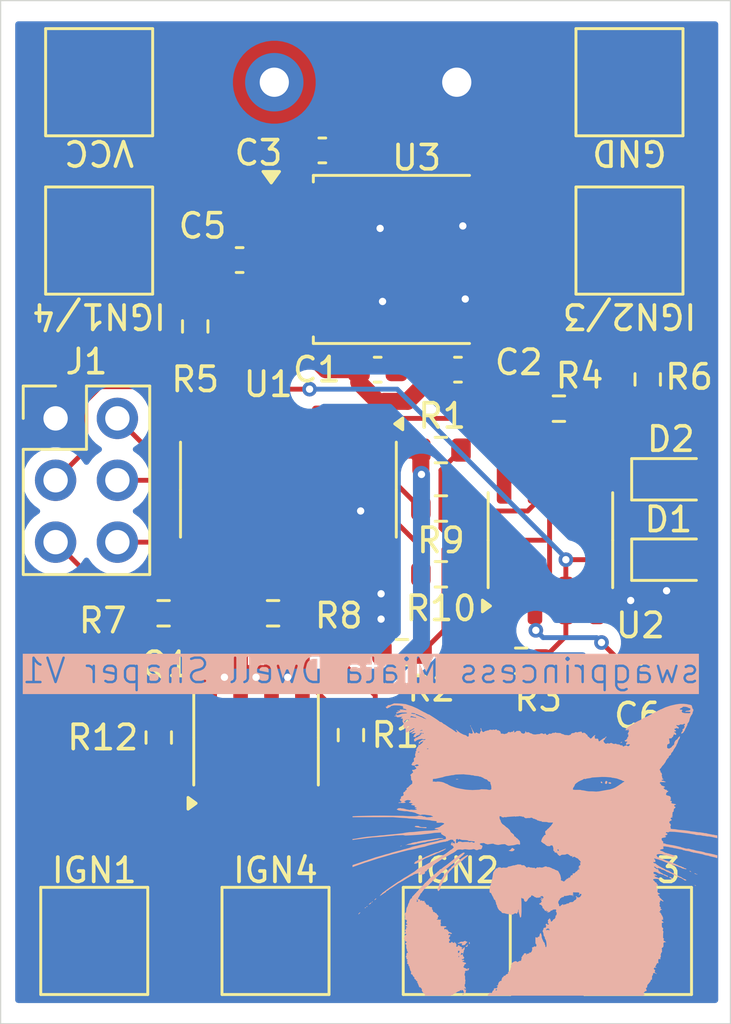
<source format=kicad_pcb>
(kicad_pcb (version 20241229) (generator "pcbnew") (generator_version "9.0")
  (layers (0 "F.Cu" signal) (2 "B.Cu" signal) (13 "F.Paste" user) (15 "B.Paste" user) (5 "F.SilkS" user "F.Silkscreen") (7 "B.SilkS" user "B.Silkscreen") (1 "F.Mask" user) (3 "B.Mask" user) (25 "Edge.Cuts" user))
  (net 0 "")
  (net 1 "GND")
  (net 2 "VCC")
  (net 3 "Net-(D1-K)")
  (net 4 "Net-(D2-K)")
  (net 5 "/IGN1")
  (net 6 "/IGN1{slash}4")
  (net 7 "/IGN2")
  (net 8 "/IGN2{slash}3")
  (net 9 "/MISO")
  (net 10 "/SCK")
  (net 11 "+5V")
  (net 12 "/RESET")
  (net 13 "/MOSI")
  (net 14 "+2V5")
  (net 15 "Net-(R4-Pad2)")
  (net 20 "Net-(Q1A-G1)")
  (net 21 "Net-(Q1B-G2)")
  (net 22 "Net-(U1-PA2)")
  (net 23 "Net-(U1-PA1)")
  (net 24 "Net-(R10-Pad2)")
  (net 25 "/IGN2{slash}3Filtered")
  (net 26 "/IGN1{slash}4Filtered")
  (footprint "Resistor_SMD:R_0603_1608Metric" (layer "F.Cu") (at 123.9 84.525 -90)
    (property "Reference" "R5")
    (property "Value" "4.7k" (hide yes))
  )
  (footprint "Resistor_SMD:R_0603_1608Metric" (layer "F.Cu") (at 134 92)
    (property "Reference" "R9")
    (property "Value" "100" (hide yes))
  )
  (footprint "Capacitor_SMD:C_0603_1608Metric" (layer "F.Cu") (at 129.125 77.3)
    (property "Reference" "C3")
    (property "Value" "330n" (hide yes))
  )
  (footprint "TestPoint:TestPoint_Pad_4.0x4.0mm" (layer "F.Cu") (at 127.2 109.75)
    (property "Reference" "IGN4")
    (property "Value" "TestPoint" (hide yes))
  )
  (footprint "TestPoint:TestPoint_Pad_4.0x4.0mm" (layer "F.Cu") (at 141.75 81 180)
    (property "Reference" "IGN2/3")
    (property "Value" "TestPoint" (hide yes))
  )
  (footprint "Diode_SMD:D_SOD-323F" (layer "F.Cu") (at 143.45 90.8)
    (property "Reference" "D2")
    (property "Value" "MM3Zxx" (hide yes))
  )
  (footprint "Package_SO:SOIC-14_3.9x8.7mm_P1.27mm" (layer "F.Cu") (at 127.73 91.225 -90)
    (property "Reference" "U1")
    (property "Value" "ATtiny84A-SS" (hide yes))
  )
  (footprint "Resistor_SMD:R_0603_1608Metric" (layer "F.Cu") (at 127.1 96.3 180)
    (property "Reference" "R8")
    (property "Value" "100" (hide yes))
  )
  (footprint "Resistor_SMD:R_0603_1608Metric" (layer "F.Cu") (at 134 89.6)
    (property "Reference" "R1")
    (property "Value" "10k" (hide yes))
  )
  (footprint "Package_SO:SOIC-8_3.9x4.9mm_P1.27mm" (layer "F.Cu") (at 138.5 93.3 90)
    (property "Reference" "U2")
    (property "Value" "LM393" (hide yes))
  )
  (footprint "TestPoint:TestPoint_Pad_4.0x4.0mm" (layer "F.Cu") (at 141.75 74.5)
    (property "Reference" "GND")
    (property "Value" "TestPoint" (hide yes))
  )
  (footprint "Connector_PinHeader_2.54mm:PinHeader_2x03_P2.54mm_Vertical" (layer "F.Cu") (at 118.16 88.3)
    (property "Reference" "J1")
    (property "Value" "Conn_02x03_Counter_Clockwise" (hide yes))
  )
  (footprint "Capacitor_SMD:C_0603_1608Metric" (layer "F.Cu") (at 134.7 86.3)
    (property "Reference" "C2")
    (property "Value" "10u" (hide yes))
  )
  (footprint "TestPoint:TestPoint_Pad_4.0x4.0mm" (layer "F.Cu") (at 119.75 109.75)
    (property "Reference" "IGN1")
    (property "Value" "TestPoint" (hide yes))
  )
  (footprint "Diode_SMD:D_SOD-323F" (layer "F.Cu") (at 143.45 94.1)
    (property "Reference" "D1")
    (property "Value" "MM3Zxx" (hide yes))
  )
  (footprint "TestPoint:TestPoint_Pad_4.0x4.0mm" (layer "F.Cu") (at 119.95 81 180)
    (property "Reference" "IGN1/4")
    (property "Value" "TestPoint" (hide yes))
  )
  (footprint "Capacitor_SMD:C_0603_1608Metric" (layer "F.Cu") (at 142.1 98.9)
    (property "Reference" "C6")
    (property "Value" "100n" (hide yes))
  )
  (footprint "Package_SO:SOIC-8_3.9x4.9mm_P1.27mm" (layer "F.Cu") (at 126.4 101.4 90)
    (property "Reference" "Q1")
    (property "Value" "DMP3098LSD-13" (hide yes))
  )
  (footprint "Capacitor_SMD:C_0603_1608Metric" (layer "F.Cu") (at 125.725 81.8)
    (property "Reference" "C5")
    (property "Value" "100n" (hide yes))
  )
  (footprint "Package_TO_SOT_SMD:TO-252-2" (layer "F.Cu") (at 132.065 81.775)
    (property "Reference" "U3")
    (property "Value" "LM78M05_TO252" (hide yes))
  )
  (footprint "Resistor_SMD:R_0603_1608Metric" (layer "F.Cu") (at 122.4 101.4 90)
    (property "Reference" "R12")
    (property "Value" "10k" (hide yes))
  )
  (footprint "Resistor_SMD:R_0603_1608Metric" (layer "F.Cu") (at 132.4 97.9)
    (property "Reference" "R2")
    (property "Value" "10k" (hide yes))
  )
  (footprint "Resistor_SMD:R_0603_1608Metric" (layer "F.Cu") (at 142.5 86.7 -90)
    (property "Reference" "R6")
    (property "Value" "4.7k" (hide yes))
  )
  (footprint "Resistor_SMD:R_0603_1608Metric" (layer "F.Cu") (at 122.6 96.3 180)
    (property "Reference" "R7")
    (property "Value" "100" (hide yes))
  )
  (footprint "TestPoint:TestPoint_Pad_4.0x4.0mm" (layer "F.Cu") (at 142.1 109.75)
    (property "Reference" "IGN3")
    (property "Value" "TestPoint" (hide yes))
  )
  (footprint "TestPoint:TestPoint_Pad_4.0x4.0mm" (layer "F.Cu") (at 134.65 109.75)
    (property "Reference" "IGN2")
    (property "Value" "TestPoint" (hide yes))
  )
  (footprint "Resistor_SMD:R_0603_1608Metric" (layer "F.Cu") (at 130.3 101.3 90)
    (property "Reference" "R11")
    (property "Value" "10k" (hide yes))
  )
  (footprint "Resistor_SMD:R_0603_1608Metric" (layer "F.Cu") (at 138.85 87.9 180)
    (property "Reference" "R4")
    (property "Value" "10k" (hide yes))
  )
  (footprint "Resistor_SMD:R_0603_1608Metric" (layer "F.Cu") (at 137.3 98.25 180)
    (property "Reference" "R3")
    (property "Value" "10k" (hide yes))
  )
  (footprint "Capacitor_SMD:C_0603_1608Metric" (layer "F.Cu") (at 131.4 86.3)
    (property "Reference" "C1")
    (property "Value" "100n" (hide yes))
  )
  (footprint "TestPoint:TestPoint_Pad_4.0x4.0mm" (layer "F.Cu") (at 119.95 74.5 180)
    (property "Reference" "VCC")
    (property "Value" "TestPoint" (hide yes))
  )
  (footprint "Resistor_SMD:R_0603_1608Metric" (layer "F.Cu") (at 134 94.7)
    (property "Reference" "R10")
    (property "Value" "100" (hide yes))
  )
  (footprint "Capacitor_THT:CP_Radial_D18.0mm_P7.50mm" (layer "B.Cu") (at 134.65 74.5 180)
    (property "Reference" "C4" (hide yes))
    (property "Value" "10000u" (hide yes))
  )
  (gr_poly (pts (xy 131.1915 108.1361) (xy 131.1915 108.1519) (xy 131.1739 108.1629) (xy 131.1563 108.1739) (xy 131.1563 108.1654) (xy 131.1564 108.1568) (xy 131.1739 108.1385) (xy 131.1914 108.1202)) (fill yes) (layer "B.SilkS"))
  (gr_poly (pts (xy 138.1806 107.9989) (xy 138.1806 108.0084) (xy 138.168 108.0171) (xy 138.1554 108.0259) (xy 138.1454 108.0259) (xy 138.1353 108.0259) (xy 138.1227 108.0345) (xy 138.1102 108.0433) (xy 138.1102 108.0528) (xy 138.1102 108.0624) (xy 138.1014 108.0624) (xy 138.0926 108.0624) (xy 138.0926 108.0501) (xy 138.0926 108.0378) (xy 138.1147 108.0135) (xy 138.1368 107.9893) (xy 138.1587 107.9893) (xy 138.1806 107.9893)) (fill yes) (layer "B.SilkS"))
  (gr_poly (pts (xy 135.156 110.8816) (xy 135.1605 110.8867) (xy 135.1555 110.8999) (xy 135.1505 110.9132) (xy 135.1427 110.9132) (xy 135.1349 110.9132) (xy 135.1349 110.9347) (xy 135.1349 110.9562) (xy 135.1195 110.9601) (xy 135.1042 110.964) (xy 135.0977 110.9706) (xy 135.0912 110.9771) (xy 135.0924 110.9268) (xy 135.0936 110.8766) (xy 135.1226 110.8766) (xy 135.1515 110.8766)) (fill yes) (layer "B.SilkS"))
  (gr_poly (pts (xy 143.7696 107.0844) (xy 143.7886 107.0984) (xy 143.8325 107.1149) (xy 143.8763 107.1314) (xy 143.9189 107.1609) (xy 143.9614 107.1903) (xy 144.0044 107.2054) (xy 144.0474 107.2206) (xy 144.0691 107.2367) (xy 144.0908 107.2528) (xy 144.0812 107.2632) (xy 144.0715 107.2736) (xy 144.0561 107.2716) (xy 144.0408 107.2696) (xy 144.0197 107.2641) (xy 143.9987 107.2585) (xy 143.9902 107.2432) (xy 143.9818 107.2279) (xy 143.9731 107.2279) (xy 143.9644 107.2279) (xy 143.9302 107.205) (xy 143.8959 107.1822) (xy 143.8568 107.1658) (xy 143.8176 107.1493) (xy 143.7653 107.1304) (xy 143.7129 107.1114) (xy 143.7009 107.1032) (xy 143.6888 107.095) (xy 143.7077 107.0881) (xy 143.7266 107.0811) (xy 143.7226 107.0766) (xy 143.7185 107.072) (xy 143.7345 107.0712) (xy 143.7506 107.0704)) (fill yes) (layer "B.SilkS"))
  (gr_poly (pts (xy 130.6726 108.603) (xy 130.655 108.6258) (xy 130.6323 108.6433) (xy 130.6096 108.6607) (xy 130.6054 108.6578) (xy 130.6012 108.6549) (xy 130.6103 108.6385) (xy 130.6194 108.622) (xy 130.6424 108.601) (xy 130.6655 108.5802) (xy 130.6778 108.5802) (xy 130.6901 108.5802)) (fill yes) (layer "B.SilkS"))
  (gr_poly (pts (xy 140.9834 103.2497) (xy 140.9987 103.2613) (xy 140.9958 103.2786) (xy 140.993 103.2959) (xy 140.961 103.2977) (xy 140.929 103.2996) (xy 140.9041 103.2847) (xy 140.8792 103.2699) (xy 140.8896 103.254) (xy 140.9002 103.238) (xy 140.9342 103.238) (xy 140.9682 103.238)) (fill yes) (layer "B.SilkS"))
  (gr_poly (pts (xy 131.3411 108.0159) (xy 131.3411 108.0242) (xy 131.3139 108.0478) (xy 131.2867 108.0715) (xy 131.2787 108.0715) (xy 131.2707 108.0715) (xy 131.2685 108.0669) (xy 131.2663 108.0623) (xy 131.2927 108.0351) (xy 131.3191 108.0078) (xy 131.3301 108.0077) (xy 131.3411 108.0076)) (fill yes) (layer "B.SilkS"))
  (gr_poly (pts (xy 144.252 106.8786) (xy 144.263 106.8817) (xy 144.263 106.89) (xy 144.263 106.8983) (xy 144.2774 106.9039) (xy 144.2917 106.9095) (xy 144.2882 106.9167) (xy 144.2847 106.924) (xy 144.2541 106.9097) (xy 144.2235 106.8955) (xy 144.2206 106.885) (xy 144.2177 106.8746) (xy 144.2294 106.8751) (xy 144.241 106.8755)) (fill yes) (layer "B.SilkS"))
  (gr_poly (pts (xy 144.4727 106.9873) (xy 144.4988 107.0025) (xy 144.5133 107.0025) (xy 144.5277 107.0025) (xy 144.5329 107.0119) (xy 144.5381 107.0213) (xy 144.5326 107.025) (xy 144.5272 107.0288) (xy 144.5111 107.0187) (xy 144.4949 107.0086) (xy 144.4775 107.0086) (xy 144.46 107.0086) (xy 144.4464 107.001) (xy 144.4328 106.9933) (xy 144.4274 106.9827) (xy 144.422 106.972) (xy 144.4343 106.972) (xy 144.4466 106.972)) (fill yes) (layer "B.SilkS"))
  (gr_poly (pts (xy 134.2018 105.9685) (xy 134.2016 105.9761) (xy 134.1952 105.9823) (xy 134.1887 105.9885) (xy 134.1315 106.0226) (xy 134.0743 106.0567) (xy 134.0435 106.0676) (xy 134.0127 106.0784) (xy 133.9781 106.0988) (xy 133.9435 106.1193) (xy 133.928 106.1193) (xy 133.9125 106.1193) (xy 133.907 106.1254) (xy 133.9014 106.1316) (xy 133.8678 106.1435) (xy 133.8342 106.1554) (xy 133.7663 106.1891) (xy 133.6983 106.2228) (xy 133.6901 106.2228) (xy 133.6818 106.2228) (xy 133.6352 106.2472) (xy 133.5885 106.2715) (xy 133.5821 106.2715) (xy 133.5757 106.2715) (xy 133.5353 106.2908) (xy 133.4948 106.31) (xy 133.4446 106.3289) (xy 133.3945 106.3477) (xy 133.3471 106.3697) (xy 133.2997 106.3918) (xy 133.2513 106.4239) (xy 133.2029 106.456) (xy 133.1456 106.4862) (xy 133.0884 106.5164) (xy 133.0752 106.5272) (xy 133.062 106.538) (xy 133.0148 106.5601) (xy 132.9676 106.5822) (xy 132.9334 106.5822) (xy 132.8992 106.5822) (xy 132.8992 106.5737) (xy 132.8992 106.5651) (xy 132.9201 106.5338) (xy 132.9411 106.5025) (xy 132.9567 106.4906) (xy 132.9723 106.4786) (xy 132.982 106.4786) (xy 132.9916 106.4785) (xy 133.0268 106.4545) (xy 133.062 106.4306) (xy 133.0884 106.412) (xy 133.1148 106.3934) (xy 133.1263 106.3934) (xy 133.1378 106.3934) (xy 133.1906 106.3752) (xy 133.2433 106.3571) (xy 133.2847 106.3372) (xy 133.3261 106.3173) (xy 133.3525 106.3035) (xy 133.3789 106.2896) (xy 133.3882 106.2845) (xy 133.3976 106.2793) (xy 133.4391 106.2633) (xy 133.4807 106.2472) (xy 133.5046 106.2369) (xy 133.5285 106.2266) (xy 133.5461 106.2162) (xy 133.5637 106.2057) (xy 133.6166 106.1862) (xy 133.6694 106.1667) (xy 133.6791 106.1612) (xy 133.6889 106.1557) (xy 133.7451 106.1353) (xy 133.8014 106.1148) (xy 133.8469 106.1045) (xy 133.8925 106.0942) (xy 133.9025 106.0859) (xy 133.9125 106.0775) (xy 133.9934 106.0432) (xy 134.0743 106.0088) (xy 134.0875 106.0032) (xy 134.1007 105.9976) (xy 134.1473 105.9793) (xy 134.1939 105.9609) (xy 134.1979 105.9609) (xy 134.2019 105.9609)) (fill yes) (layer "B.SilkS"))
  (gr_poly (pts (xy 134.0567 105.5335) (xy 134.0919 105.5375) (xy 134.0919 105.5467) (xy 134.0919 105.5558) (xy 134.0258 105.5592) (xy 133.9599 105.5626) (xy 133.9422 105.5679) (xy 133.9246 105.5732) (xy 133.8938 105.5864) (xy 133.863 105.5995) (xy 133.8272 105.6035) (xy 133.7914 105.6074) (xy 133.726 105.6221) (xy 133.6605 105.6368) (xy 133.5594 105.6532) (xy 133.4581 105.6695) (xy 133.3976 105.6873) (xy 133.337 105.705) (xy 133.3198 105.705) (xy 133.3026 105.705) (xy 133.2439 105.7149) (xy 133.1853 105.7248) (xy 133.1368 105.7356) (xy 133.0884 105.7464) (xy 133.062 105.7506) (xy 133.0356 105.7547) (xy 133.0092 105.7628) (xy 132.9828 105.7709) (xy 132.9388 105.7811) (xy 132.8948 105.7912) (xy 132.8155 105.7973) (xy 132.7363 105.8034) (xy 132.6747 105.8049) (xy 132.6131 105.8063) (xy 132.5939 105.8135) (xy 132.5746 105.8208) (xy 132.5603 105.8208) (xy 132.546 105.8208) (xy 132.5515 105.8147) (xy 132.5569 105.8086) (xy 132.5743 105.8086) (xy 132.5916 105.8086) (xy 132.5968 105.7992) (xy 132.6021 105.7897) (xy 132.6428 105.7756) (xy 132.6835 105.7615) (xy 132.7187 105.7538) (xy 132.7539 105.746) (xy 132.7891 105.7322) (xy 132.8244 105.7183) (xy 132.8847 105.7056) (xy 132.9451 105.6928) (xy 132.9683 105.6927) (xy 132.9916 105.6926) (xy 133.0312 105.6798) (xy 133.0708 105.6671) (xy 133.1324 105.6554) (xy 133.194 105.6437) (xy 133.2249 105.6374) (xy 133.2557 105.631) (xy 133.3129 105.6229) (xy 133.3701 105.6147) (xy 133.4625 105.6019) (xy 133.5549 105.5891) (xy 133.6034 105.5798) (xy 133.6518 105.5706) (xy 133.775 105.552) (xy 133.8982 105.5333) (xy 133.9599 105.5314) (xy 134.0215 105.5295)) (fill yes) (layer "B.SilkS"))
  (gr_poly (pts (xy 130.9803 108.3276) (xy 130.9803 108.3308) (xy 130.9653 108.3466) (xy 130.9504 108.3624) (xy 130.9444 108.351) (xy 130.9384 108.3395) (xy 130.9472 108.3319) (xy 130.956 108.3243) (xy 130.9681 108.3243) (xy 130.9803 108.3243)) (fill yes) (layer "B.SilkS"))
  (gr_poly (pts (xy 135.221 100.9142) (xy 135.2317 100.9385) (xy 135.2318 100.9475) (xy 135.2318 100.9565) (xy 135.218 100.9429) (xy 135.2043 100.9293) (xy 135.2073 100.9096) (xy 135.2103 100.8898)) (fill yes) (layer "B.SilkS"))
  (gr_poly (pts (xy 135.021 109.7595) (xy 135.0329 109.7749) (xy 135.0575 109.7783) (xy 135.0821 109.7817) (xy 135.0821 109.7951) (xy 135.0821 109.8085) (xy 135.0601 109.8228) (xy 135.0381 109.8371) (xy 135.0381 109.8447) (xy 135.0381 109.8524) (xy 135.0271 109.8604) (xy 135.0161 109.8685) (xy 135.0009 109.8913) (xy 134.9856 109.9142) (xy 134.9684 109.9142) (xy 134.9511 109.9142) (xy 134.9457 109.9203) (xy 134.9403 109.9263) (xy 134.9166 109.9263) (xy 134.8929 109.9262) (xy 134.8731 109.9225) (xy 134.8533 109.9188) (xy 134.8533 109.9043) (xy 134.8533 109.8898) (xy 134.8621 109.8898) (xy 134.8709 109.8898) (xy 134.8709 109.8721) (xy 134.8709 109.8545) (xy 134.8313 109.8523) (xy 134.7917 109.8501) (xy 134.7916 109.8532) (xy 134.7916 109.8563) (xy 134.7432 109.8579) (xy 134.6949 109.8596) (xy 134.6949 109.8442) (xy 134.6949 109.8289) (xy 134.7301 109.8289) (xy 134.7653 109.8289) (xy 134.7653 109.8106) (xy 134.7653 109.7923) (xy 134.7917 109.7923) (xy 134.8181 109.7923) (xy 134.8181 109.7858) (xy 134.8181 109.7792) (xy 134.8423 109.7803) (xy 134.8665 109.7814) (xy 134.8989 109.7808) (xy 134.9313 109.7802) (xy 134.9369 109.768) (xy 134.9425 109.7558) (xy 134.9601 109.7558) (xy 134.9777 109.7558) (xy 134.9934 109.75) (xy 135.0091 109.7441)) (fill yes) (layer "B.SilkS"))
  (gr_poly (pts (xy 141.4551 101.5845) (xy 141.4551 101.5879) (xy 141.4309 101.6026) (xy 141.4067 101.6173) (xy 141.3957 101.6175) (xy 141.3847 101.6177) (xy 141.3847 101.6095) (xy 141.3847 101.6014) (xy 141.4008 101.5913) (xy 141.4169 101.5812) (xy 141.436 101.5812) (xy 141.4551 101.5812)) (fill yes) (layer "B.SilkS"))
  (gr_poly (pts (xy 131.9916 100.032) (xy 131.9089 100.0665) (xy 131.8668 100.0693) (xy 131.8248 100.0721) (xy 131.8089 100.0881) (xy 131.7929 100.104) (xy 131.7872 100.115) (xy 131.7815 100.1259) (xy 131.755 100.1323) (xy 131.7284 100.1387) (xy 131.7288 100.1427) (xy 131.7292 100.1467) (xy 131.7486 100.1741) (xy 131.7681 100.2015) (xy 131.7842 100.2036) (xy 131.8005 100.2057) (xy 131.817 100.1934) (xy 131.8335 100.1811) (xy 131.8514 100.1772) (xy 131.8693 100.1733) (xy 131.8693 100.1674) (xy 131.8693 100.1615) (xy 131.8997 100.1491) (xy 131.9301 100.1366) (xy 131.9355 100.1249) (xy 131.9409 100.1131) (xy 131.9585 100.1066) (xy 131.9762 100.1001) (xy 132.0227 100.0917) (xy 132.0692 100.0833) (xy 132.1079 100.0823) (xy 132.1466 100.0812) (xy 132.2302 100.0858) (xy 132.3138 100.0904) (xy 132.3435 100.0987) (xy 132.3732 100.1071) (xy 132.3875 100.1071) (xy 132.4018 100.1071) (xy 132.4282 100.122) (xy 132.4547 100.1368) (xy 132.4395 100.1557) (xy 132.4243 100.1745) (xy 132.4456 100.1812) (xy 132.4668 100.1879) (xy 132.4718 100.1968) (xy 132.4767 100.2057) (xy 132.4591 100.2089) (xy 132.4414 100.2121) (xy 132.4414 100.2235) (xy 132.4414 100.235) (xy 132.4473 100.235) (xy 132.4533 100.235) (xy 132.4679 100.2258) (xy 132.4825 100.2167) (xy 132.5121 100.2238) (xy 132.5417 100.2309) (xy 132.5668 100.2464) (xy 132.592 100.2619) (xy 132.575 100.2663) (xy 132.558 100.2706) (xy 132.5239 100.2651) (xy 132.4899 100.2597) (xy 132.4568 100.2595) (xy 132.4238 100.2594) (xy 132.4238 100.2495) (xy 132.4238 100.2396) (xy 132.4122 100.2463) (xy 132.4006 100.253) (xy 132.3552 100.2492) (xy 132.3098 100.2455) (xy 132.3038 100.2562) (xy 132.2979 100.267) (xy 132.3124 100.2726) (xy 132.327 100.2782) (xy 132.327 100.2871) (xy 132.327 100.2959) (xy 132.3116 100.2967) (xy 132.2962 100.2974) (xy 132.2554 100.2989) (xy 132.2146 100.3004) (xy 132.2036 100.3051) (xy 132.1926 100.3098) (xy 132.2136 100.3179) (xy 132.2346 100.3259) (xy 132.25 100.3262) (xy 132.2654 100.3264) (xy 132.2654 100.3352) (xy 132.2654 100.344) (xy 132.216 100.3548) (xy 132.1665 100.3656) (xy 132.1622 100.3734) (xy 132.1578 100.3813) (xy 132.1717 100.3959) (xy 132.1856 100.4106) (xy 132.1717 100.4299) (xy 132.1578 100.4492) (xy 132.1671 100.4557) (xy 132.1764 100.4621) (xy 132.182 100.4445) (xy 132.1876 100.4269) (xy 132.1907 100.4199) (xy 132.1937 100.413) (xy 132.2493 100.4008) (xy 132.305 100.3885) (xy 132.3517 100.3818) (xy 132.3983 100.3751) (xy 132.4748 100.3758) (xy 132.5515 100.3765) (xy 132.5772 100.3804) (xy 132.6028 100.3842) (xy 132.6062 100.3913) (xy 132.6096 100.3984) (xy 132.5937 100.4019) (xy 132.5777 100.4055) (xy 132.4889 100.4141) (xy 132.4002 100.4227) (xy 132.3453 100.443) (xy 132.2903 100.4634) (xy 132.259 100.475) (xy 132.2277 100.4866) (xy 132.2114 100.4796) (xy 132.1952 100.4726) (xy 132.1775 100.4726) (xy 132.1598 100.4726) (xy 132.1598 100.4665) (xy 132.1598 100.4604) (xy 132.1466 100.4604) (xy 132.1334 100.4604) (xy 132.1334 100.4787) (xy 132.1334 100.4969) (xy 132.1504 100.4969) (xy 132.1675 100.4969) (xy 132.1722 100.5021) (xy 132.1768 100.5073) (xy 132.1537 100.5146) (xy 132.1306 100.5219) (xy 132.124 100.5146) (xy 132.1175 100.5073) (xy 132.1035 100.5111) (xy 132.0894 100.5148) (xy 132.0894 100.5233) (xy 132.0894 100.5319) (xy 132.1255 100.5352) (xy 132.1617 100.5386) (xy 132.1867 100.5551) (xy 132.2116 100.5717) (xy 132.2495 100.568) (xy 132.2874 100.5644) (xy 132.3314 100.558) (xy 132.3755 100.5516) (xy 132.3909 100.5482) (xy 132.4062 100.5448) (xy 132.4062 100.5536) (xy 132.4062 100.5624) (xy 132.3924 100.5704) (xy 132.3785 100.5783) (xy 132.3608 100.6025) (xy 132.3429 100.6267) (xy 132.3856 100.6232) (xy 132.4282 100.6197) (xy 132.4298 100.663) (xy 132.4313 100.7064) (xy 132.4178 100.7133) (xy 132.4042 100.7202) (xy 132.4176 100.7382) (xy 132.4311 100.7562) (xy 132.4373 100.7804) (xy 132.4434 100.8045) (xy 132.4557 100.8181) (xy 132.468 100.8316) (xy 132.4623 100.8913) (xy 132.4566 100.951) (xy 132.4792 100.9851) (xy 132.5018 101.0193) (xy 132.5297 101.026) (xy 132.5577 101.0328) (xy 132.5557 101.0861) (xy 132.5536 101.1396) (xy 132.5549 101.1578) (xy 132.5562 101.1761) (xy 132.564 101.1847) (xy 132.5719 101.1933) (xy 132.6013 101.1851) (xy 132.6307 101.1769) (xy 132.6791 101.1468) (xy 132.7275 101.1167) (xy 132.7438 101.0992) (xy 132.76 101.0817) (xy 132.7706 101.0817) (xy 132.7812 101.0817) (xy 132.8306 101.0512) (xy 132.88 101.0208) (xy 132.894 101.0208) (xy 132.908 101.0208) (xy 132.908 101.0277) (xy 132.908 101.0346) (xy 132.8644 101.0642) (xy 132.8209 101.0939) (xy 132.8134 101.0939) (xy 132.8059 101.0939) (xy 132.7742 101.1167) (xy 132.7426 101.1396) (xy 132.7245 101.1647) (xy 132.7062 101.1898) (xy 132.7118 101.1936) (xy 132.7172 101.1974) (xy 132.7329 101.1974) (xy 132.7485 101.1974) (xy 132.782 101.1843) (xy 132.8155 101.1711) (xy 132.8521 101.147) (xy 132.8887 101.1229) (xy 132.8983 101.127) (xy 132.908 101.1312) (xy 132.908 101.1401) (xy 132.908 101.1491) (xy 132.8772 101.1617) (xy 132.8464 101.1743) (xy 132.8464 101.1824) (xy 132.8464 101.1905) (xy 132.8186 101.2055) (xy 132.7909 101.2205) (xy 132.7963 101.2303) (xy 132.8018 101.2401) (xy 132.8139 101.2401) (xy 132.826 101.2401) (xy 132.8752 101.2283) (xy 132.9244 101.2167) (xy 132.9426 101.2199) (xy 132.9608 101.2232) (xy 132.9608 101.2285) (xy 132.9608 101.2339) (xy 132.9303 101.2615) (xy 132.8999 101.2891) (xy 132.8942 101.31) (xy 132.8885 101.331) (xy 132.8762 101.3381) (xy 132.864 101.3451) (xy 132.864 101.3588) (xy 132.864 101.3725) (xy 132.9009 101.3766) (xy 132.9379 101.3807) (xy 132.9486 101.3868) (xy 132.9592 101.3929) (xy 132.9652 101.3739) (xy 132.9713 101.3548) (xy 133.0005 101.334) (xy 133.0297 101.3132) (xy 133.0474 101.3132) (xy 133.0651 101.3132) (xy 133.0824 101.2979) (xy 133.0998 101.2827) (xy 133.1085 101.2827) (xy 133.1172 101.2827) (xy 133.1424 101.2736) (xy 133.1677 101.2645) (xy 133.1786 101.2645) (xy 133.1897 101.2644) (xy 133.1897 101.2696) (xy 133.1897 101.2747) (xy 133.1698 101.2914) (xy 133.15 101.3081) (xy 133.1212 101.3274) (xy 133.0925 101.3467) (xy 133.0522 101.3732) (xy 133.012 101.3998) (xy 132.992 101.4037) (xy 132.972 101.4076) (xy 132.927 101.4465) (xy 132.882 101.4854) (xy 132.8872 101.4913) (xy 132.8925 101.4971) (xy 132.8983 101.5285) (xy 132.904 101.5599) (xy 132.9301 101.5585) (xy 132.9561 101.5572) (xy 132.9859 101.5324) (xy 133.0157 101.5076) (xy 133.0594 101.4923) (xy 133.103 101.477) (xy 133.1593 101.4649) (xy 133.2156 101.4529) (xy 133.2516 101.4656) (xy 133.2876 101.4783) (xy 133.3187 101.4712) (xy 133.3497 101.4641) (xy 133.3599 101.4713) (xy 133.3701 101.4785) (xy 133.3493 101.4903) (xy 133.3285 101.502) (xy 133.3081 101.502) (xy 133.2876 101.502) (xy 133.2643 101.4958) (xy 133.241 101.4897) (xy 133.2153 101.5002) (xy 133.1897 101.5107) (xy 133.1897 101.5163) (xy 133.1897 101.5219) (xy 133.141 101.5547) (xy 133.0925 101.5875) (xy 133.0872 101.6142) (xy 133.0819 101.6409) (xy 133.1007 101.6479) (xy 133.1196 101.6549) (xy 133.1282 101.6512) (xy 133.1368 101.6475) (xy 133.1368 101.6331) (xy 133.1368 101.6187) (xy 133.1596 101.5999) (xy 133.1824 101.5812) (xy 133.1978 101.5812) (xy 133.2132 101.5812) (xy 133.2388 101.5614) (xy 133.2645 101.5416) (xy 133.2672 101.5549) (xy 133.2699 101.5682) (xy 133.254 101.5876) (xy 133.2381 101.6071) (xy 133.2249 101.6241) (xy 133.2116 101.6411) (xy 133.1877 101.6541) (xy 133.1638 101.667) (xy 133.1525 101.6829) (xy 133.1412 101.6988) (xy 133.1254 101.7055) (xy 133.1097 101.7122) (xy 133.0928 101.6969) (xy 133.0758 101.6817) (xy 133.0768 101.703) (xy 133.0777 101.7243) (xy 133.071 101.7454) (xy 133.0642 101.7665) (xy 133.0442 101.7881) (xy 133.0243 101.8096) (xy 133.0139 101.8324) (xy 133.0035 101.8551) (xy 132.9953 101.8586) (xy 132.9872 101.8621) (xy 132.9872 101.907) (xy 132.9872 101.9519) (xy 132.9718 101.9625) (xy 132.9564 101.9732) (xy 132.9594 102.0058) (xy 132.9625 102.0384) (xy 132.954 102.0459) (xy 132.9456 102.0533) (xy 132.9401 102.087) (xy 132.9347 102.1207) (xy 132.943 102.1562) (xy 132.9514 102.1917) (xy 132.9383 102.2093) (xy 132.9251 102.2269) (xy 132.9161 102.2269) (xy 132.9071 102.2269) (xy 132.8944 102.2479) (xy 132.8817 102.2689) (xy 132.8874 102.3243) (xy 132.8931 102.3798) (xy 132.8624 102.4023) (xy 132.8317 102.4248) (xy 132.8206 102.4518) (xy 132.8095 102.4788) (xy 132.7965 102.4925) (xy 132.7835 102.5063) (xy 132.7921 102.5174) (xy 132.8007 102.5285) (xy 132.8169 102.5384) (xy 132.8331 102.5482) (xy 132.8789 102.5511) (xy 132.9247 102.554) (xy 132.9504 102.5339) (xy 132.9761 102.5138) (xy 133.0008 102.5095) (xy 133.0255 102.5052) (xy 133.0473 102.5138) (xy 133.0691 102.5223) (xy 133.0786 102.5329) (xy 133.0882 102.5434) (xy 133.0707 102.5547) (xy 133.0532 102.566) (xy 133.0139 102.5737) (xy 132.9746 102.5814) (xy 132.9714 102.5747) (xy 132.9681 102.568) (xy 132.9469 102.568) (xy 132.9256 102.568) (xy 132.9256 102.5863) (xy 132.9256 102.6046) (xy 132.9522 102.6239) (xy 132.9788 102.6432) (xy 132.984 102.6575) (xy 132.9892 102.6717) (xy 132.9772 102.6818) (xy 132.9652 102.6919) (xy 132.9261 102.7091) (xy 132.8869 102.7264) (xy 132.8535 102.7264) (xy 132.8199 102.7264) (xy 132.8199 102.7449) (xy 132.8199 102.7634) (xy 132.8379 102.7877) (xy 132.8558 102.8121) (xy 132.8501 102.8332) (xy 132.8444 102.8543) (xy 132.833 102.8543) (xy 132.8216 102.8543) (xy 132.7984 102.8817) (xy 132.7752 102.9091) (xy 132.7678 102.9091) (xy 132.7604 102.9091) (xy 132.7492 102.928) (xy 132.7379 102.9468) (xy 132.7524 102.9638) (xy 132.7669 102.9808) (xy 132.7708 103.0579) (xy 132.7747 103.135) (xy 132.7987 103.1634) (xy 132.8227 103.1917) (xy 132.8217 103.2415) (xy 132.8206 103.2913) (xy 132.8005 103.3083) (xy 132.7803 103.3252) (xy 132.7553 103.3425) (xy 132.7303 103.3597) (xy 132.6947 103.3979) (xy 132.6591 103.436) (xy 132.6196 103.4615) (xy 132.5801 103.487) (xy 132.5868 103.5042) (xy 132.5935 103.5213) (xy 132.5927 103.5334) (xy 132.5919 103.5455) (xy 132.5651 103.5608) (xy 132.5384 103.5761) (xy 132.5327 103.5964) (xy 132.527 103.6166) (xy 132.494 103.631) (xy 132.461 103.6455) (xy 132.4573 103.6717) (xy 132.4537 103.6979) (xy 132.4617 103.7299) (xy 132.4696 103.7619) (xy 132.4445 103.7826) (xy 132.4194 103.8034) (xy 132.3949 103.8109) (xy 132.3704 103.8184) (xy 132.3634 103.8282) (xy 132.3565 103.838) (xy 132.3579 103.87) (xy 132.3593 103.9019) (xy 132.344 103.9115) (xy 132.3286 103.9212) (xy 132.3177 103.9393) (xy 132.3069 103.9575) (xy 132.3169 103.9645) (xy 132.327 103.9714) (xy 132.327 103.9874) (xy 132.327 104.0033) (xy 132.3591 104.0139) (xy 132.3912 104.0245) (xy 132.3613 104.0458) (xy 132.3314 104.0672) (xy 132.3033 104.0636) (xy 132.2751 104.0599) (xy 132.2659 104.0719) (xy 132.2566 104.0839) (xy 132.2566 104.0881) (xy 132.2566 104.0922) (xy 132.2852 104.0883) (xy 132.3138 104.0843) (xy 132.3314 104.0841) (xy 132.349 104.0838) (xy 132.3974 104.0875) (xy 132.4458 104.0912) (xy 132.4943 104.0833) (xy 132.5427 104.0753) (xy 132.5427 104.0605) (xy 132.5427 104.0457) (xy 132.5206 104.0421) (xy 132.4986 104.0385) (xy 132.4986 104.0268) (xy 132.4986 104.015) (xy 132.5197 104.0078) (xy 132.5407 104.0005) (xy 132.5474 103.993) (xy 132.5541 103.9855) (xy 132.588 103.9765) (xy 132.6219 103.9675) (xy 132.6519 103.9684) (xy 132.682 103.9691) (xy 132.6936 103.9759) (xy 132.7053 103.9826) (xy 132.7173 103.9794) (xy 132.7293 103.9762) (xy 132.7451 103.989) (xy 132.761 104.0017) (xy 132.7483 104.0174) (xy 132.7357 104.033) (xy 132.7113 104.0411) (xy 132.6869 104.0492) (xy 132.6896 104.0623) (xy 132.6923 104.0755) (xy 132.7099 104.0776) (xy 132.7275 104.0796) (xy 132.7776 104.092) (xy 132.8276 104.1044) (xy 132.8323 104.1128) (xy 132.837 104.1213) (xy 132.8064 104.1301) (xy 132.7759 104.1389) (xy 132.7759 104.1517) (xy 132.7759 104.1645) (xy 132.8045 104.1726) (xy 132.8331 104.1807) (xy 132.8804 104.1889) (xy 132.9276 104.197) (xy 132.9326 104.2059) (xy 132.9375 104.2148) (xy 132.9196 104.223) (xy 132.9016 104.2313) (xy 132.9305 104.2531) (xy 132.9594 104.2749) (xy 132.9673 104.2715) (xy 132.9753 104.2681) (xy 132.9902 104.2801) (xy 133.005 104.2922) (xy 132.9939 104.2948) (xy 132.9828 104.2973) (xy 132.9609 104.2991) (xy 132.939 104.301) (xy 132.9366 104.3101) (xy 132.9342 104.3193) (xy 132.9698 104.331) (xy 133.0055 104.3428) (xy 133.0028 104.3523) (xy 133.0002 104.3618) (xy 132.948 104.3669) (xy 132.8958 104.3719) (xy 132.8249 104.3664) (xy 132.7539 104.3608) (xy 132.739 104.3672) (xy 132.724 104.3736) (xy 132.6818 104.3667) (xy 132.6395 104.3599) (xy 132.6002 104.353) (xy 132.561 104.346) (xy 132.5518 104.3408) (xy 132.5427 104.3356) (xy 132.4879 104.3228) (xy 132.4332 104.3101) (xy 132.4027 104.3101) (xy 132.3721 104.3101) (xy 132.3666 104.304) (xy 132.3612 104.298) (xy 132.3089 104.298) (xy 132.2567 104.298) (xy 132.2214 104.32) (xy 132.1862 104.342) (xy 132.1862 104.3506) (xy 132.1862 104.3591) (xy 132.2265 104.3768) (xy 132.2667 104.3945) (xy 132.3035 104.3985) (xy 132.3402 104.4025) (xy 132.4252 104.4142) (xy 132.5102 104.4258) (xy 132.5584 104.4258) (xy 132.6067 104.4258) (xy 132.6826 104.4411) (xy 132.7586 104.4563) (xy 132.7758 104.4563) (xy 132.793 104.4563) (xy 132.8605 104.4716) (xy 132.928 104.4868) (xy 132.9579 104.4996) (xy 132.9877 104.5123) (xy 132.9984 104.5197) (xy 133.0092 104.527) (xy 133.051 104.5409) (xy 133.0928 104.5548) (xy 133.0928 104.5604) (xy 133.0928 104.566) (xy 133.1141 104.566) (xy 133.1354 104.566) (xy 133.1387 104.5728) (xy 133.142 104.5797) (xy 133.1677 104.5797) (xy 133.1933 104.5797) (xy 133.1966 104.5728) (xy 133.1999 104.566) (xy 133.2657 104.566) (xy 133.3315 104.566) (xy 133.3684 104.5717) (xy 133.4053 104.5775) (xy 133.5021 104.5903) (xy 133.599 104.603) (xy 133.6077 104.6109) (xy 133.6166 104.6188) (xy 133.6429 104.6275) (xy 133.6694 104.6362) (xy 133.6694 104.6452) (xy 133.6694 104.6543) (xy 133.6343 104.6562) (xy 133.5992 104.6582) (xy 133.5903 104.6631) (xy 133.5813 104.6679) (xy 133.4998 104.672) (xy 133.4182 104.6761) (xy 133.3853 104.6655) (xy 133.3525 104.6549) (xy 133.3469 104.6493) (xy 133.3413 104.6436) (xy 133.2985 104.6424) (xy 133.2557 104.6412) (xy 133.2532 104.6325) (xy 133.2508 104.6238) (xy 133.1719 104.6129) (xy 133.0931 104.6021) (xy 133.0647 104.6123) (xy 133.0364 104.6224) (xy 132.9964 104.6261) (xy 132.9564 104.6299) (xy 132.8023 104.629) (xy 132.6483 104.6282) (xy 132.5488 104.6212) (xy 132.4492 104.6143) (xy 132.0602 104.6099) (xy 131.6712 104.6055) (xy 131.4512 104.6059) (xy 131.2311 104.6063) (xy 130.9142 104.6135) (xy 130.5973 104.6208) (xy 130.4896 104.6265) (xy 130.3819 104.6321) (xy 130.373 104.6359) (xy 130.3641 104.6398) (xy 130.3641 104.6562) (xy 130.3641 104.6726) (xy 131.1981 104.6728) (xy 132.0321 104.673) (xy 132.1729 104.6837) (xy 132.3138 104.6943) (xy 132.4591 104.7033) (xy 132.6043 104.7122) (xy 132.6439 104.7179) (xy 132.6835 104.7236) (xy 132.8023 104.7308) (xy 132.9212 104.738) (xy 132.974 104.7432) (xy 133.0268 104.7485) (xy 133.106 104.7549) (xy 133.1853 104.7612) (xy 133.2777 104.7699) (xy 133.3701 104.7785) (xy 133.4581 104.7882) (xy 133.5461 104.798) (xy 133.5901 104.8067) (xy 133.6342 104.8155) (xy 133.7046 104.822) (xy 133.775 104.8286) (xy 133.8036 104.8348) (xy 133.8322 104.841) (xy 133.8322 104.8454) (xy 133.8322 104.8498) (xy 133.8227 104.8564) (xy 133.8132 104.863) (xy 133.8161 104.877) (xy 133.819 104.891) (xy 133.8454 104.8963) (xy 133.8718 104.9016) (xy 133.9442 104.8979) (xy 134.0165 104.8943) (xy 134.0542 104.9018) (xy 134.0919 104.9094) (xy 134.1117 104.9181) (xy 134.1315 104.9268) (xy 134.1315 104.9369) (xy 134.1315 104.947) (xy 134.0737 104.9834) (xy 134.0159 105.0198) (xy 133.9761 105.0482) (xy 133.9363 105.0766) (xy 133.8908 105.0889) (xy 133.8454 105.1011) (xy 133.8146 105.1077) (xy 133.7838 105.1142) (xy 133.7575 105.1288) (xy 133.7313 105.1433) (xy 133.7632 105.1525) (xy 133.7951 105.1618) (xy 133.8445 105.1694) (xy 133.8938 105.177) (xy 133.8938 105.1815) (xy 133.8938 105.186) (xy 133.8799 105.1897) (xy 133.866 105.1934) (xy 133.8289 105.1934) (xy 133.7919 105.1934) (xy 133.7438 105.2019) (xy 133.6958 105.2104) (xy 133.6518 105.2141) (xy 133.6077 105.2177) (xy 133.4757 105.224) (xy 133.3437 105.2303) (xy 133.2381 105.2395) (xy 133.1324 105.2487) (xy 133.0004 105.2632) (xy 132.8683 105.2777) (xy 132.7847 105.2816) (xy 132.7011 105.2855) (xy 132.6131 105.2977) (xy 132.5251 105.3098) (xy 132.481 105.3184) (xy 132.4371 105.3269) (xy 132.2786 105.345) (xy 132.1201 105.3631) (xy 132.0145 105.3728) (xy 131.9089 105.3825) (xy 131.8429 105.3889) (xy 131.7769 105.3953) (xy 131.7108 105.4037) (xy 131.6448 105.4121) (xy 131.5744 105.4158) (xy 131.504 105.4194) (xy 131.4423 105.4278) (xy 131.3807 105.4362) (xy 131.3147 105.443) (xy 131.2487 105.4497) (xy 131.1145 105.4614) (xy 130.9802 105.473) (xy 130.8724 105.4882) (xy 130.7646 105.5034) (xy 130.703 105.5132) (xy 130.6414 105.5231) (xy 130.5842 105.5341) (xy 130.5269 105.5452) (xy 130.4829 105.5517) (xy 130.4389 105.5582) (xy 130.4015 105.5621) (xy 130.3641 105.566) (xy 130.3641 105.5875) (xy 130.3641 105.609) (xy 130.3839 105.6051) (xy 130.4037 105.6013) (xy 130.4653 105.5925) (xy 130.5269 105.5838) (xy 130.6105 105.5738) (xy 130.6942 105.5639) (xy 130.8042 105.5493) (xy 130.9142 105.5348) (xy 131.0506 105.5185) (xy 131.1871 105.5023) (xy 131.2707 105.4971) (xy 131.3543 105.4919) (xy 131.4423 105.485) (xy 131.5304 105.4782) (xy 131.5832 105.4733) (xy 131.636 105.4685) (xy 131.7329 105.4589) (xy 131.8297 105.4493) (xy 131.9353 105.44) (xy 132.0409 105.4308) (xy 132.0894 105.4247) (xy 132.1377 105.4187) (xy 132.2881 105.4127) (xy 132.4383 105.4067) (xy 132.4876 105.4156) (xy 132.5368 105.4244) (xy 132.663 105.4186) (xy 132.7891 105.4129) (xy 132.8816 105.4069) (xy 132.974 105.401) (xy 133.0664 105.3945) (xy 133.1588 105.3879) (xy 133.2645 105.3759) (xy 133.3701 105.3639) (xy 133.4273 105.3574) (xy 133.4845 105.351) (xy 133.5549 105.3418) (xy 133.6253 105.3326) (xy 133.6792 105.324) (xy 133.733 105.3155) (xy 133.8523 105.3092) (xy 133.9716 105.3029) (xy 133.9944 105.3089) (xy 134.0171 105.3149) (xy 134.0171 105.3178) (xy 134.0171 105.3207) (xy 134.0073 105.3355) (xy 133.9975 105.3504) (xy 134.0462 105.383) (xy 134.0949 105.4157) (xy 134.1431 105.4414) (xy 134.1913 105.467) (xy 134.1999 105.5019) (xy 134.2086 105.5368) (xy 134.2006 105.5527) (xy 134.1926 105.5686) (xy 134.1599 105.5754) (xy 134.1271 105.5823) (xy 134.0479 105.5984) (xy 133.9686 105.6147) (xy 133.9334 105.6254) (xy 133.8982 105.6361) (xy 133.8498 105.6491) (xy 133.8014 105.6621) (xy 133.6958 105.6839) (xy 133.5901 105.7058) (xy 133.5373 105.7171) (xy 133.4845 105.7284) (xy 133.4097 105.7476) (xy 133.3349 105.7667) (xy 133.2777 105.7778) (xy 133.2205 105.7888) (xy 133.1853 105.798) (xy 133.15 105.8072) (xy 133.084 105.8239) (xy 133.018 105.8406) (xy 132.9784 105.8486) (xy 132.9388 105.8567) (xy 132.8816 105.8708) (xy 132.8244 105.8849) (xy 132.7715 105.9049) (xy 132.7187 105.9249) (xy 132.62 105.952) (xy 132.5213 105.9792) (xy 132.5156 105.9792) (xy 132.51 105.9792) (xy 132.4169 106.0072) (xy 132.3239 106.0352) (xy 132.2881 106.0432) (xy 132.2522 106.0512) (xy 132.1148 106.0877) (xy 131.9774 106.1242) (xy 131.9607 106.1303) (xy 131.9441 106.1365) (xy 131.8913 106.153) (xy 131.8385 106.1695) (xy 131.7919 106.1807) (xy 131.7453 106.1919) (xy 131.6554 106.219) (xy 131.5656 106.246) (xy 131.4336 106.2834) (xy 131.3015 106.3209) (xy 131.2091 106.3534) (xy 131.1167 106.3859) (xy 131.0595 106.403) (xy 131.0023 106.42) (xy 130.9803 106.43) (xy 130.9582 106.4399) (xy 130.9098 106.4538) (xy 130.8614 106.4676) (xy 130.6678 106.5337) (xy 130.4741 106.5998) (xy 130.4433 106.6095) (xy 130.4125 106.6192) (xy 130.3883 106.6284) (xy 130.3641 106.6377) (xy 130.3641 106.6769) (xy 130.3641 106.7162) (xy 130.3717 106.7162) (xy 130.3792 106.7162) (xy 130.4266 106.6988) (xy 130.4741 106.6814) (xy 130.6898 106.6056) (xy 130.9054 106.5297) (xy 130.945 106.5183) (xy 130.9847 106.5069) (xy 131.0859 106.4738) (xy 131.1871 106.4407) (xy 131.3264 106.3957) (xy 131.4657 106.3507) (xy 131.4695 106.3507) (xy 131.4734 106.3507) (xy 131.6251 106.306) (xy 131.7769 106.2613) (xy 131.9045 106.2239) (xy 132.0321 106.1866) (xy 132.107 106.1688) (xy 132.1818 106.151) (xy 132.2698 106.1256) (xy 132.3578 106.1001) (xy 132.4414 106.0797) (xy 132.5251 106.0593) (xy 132.5961 106.0413) (xy 132.6671 106.0233) (xy 132.7325 106.0132) (xy 132.7979 106.0031) (xy 132.8683 105.9876) (xy 132.9388 105.9721) (xy 133.0224 105.9506) (xy 133.106 105.9291) (xy 133.216 105.9062) (xy 133.3261 105.8833) (xy 133.3965 105.8608) (xy 133.4669 105.8382) (xy 133.5461 105.8177) (xy 133.6253 105.7971) (xy 133.7266 105.773) (xy 133.8278 105.7489) (xy 133.8894 105.7324) (xy 133.951 105.7158) (xy 134.0435 105.6983) (xy 134.1359 105.6807) (xy 134.1581 105.6807) (xy 134.1804 105.6807) (xy 134.198 105.6721) (xy 134.2156 105.6636) (xy 134.253 105.6566) (xy 134.2903 105.6497) (xy 134.301 105.6378) (xy 134.3118 105.6258) (xy 134.3216 105.6258) (xy 134.3315 105.6258) (xy 134.3639 105.6106) (xy 134.3963 105.5954) (xy 134.4308 105.5954) (xy 134.4651 105.5954) (xy 134.4875 105.6025) (xy 134.51 105.6095) (xy 134.511 105.6162) (xy 134.512 105.6228) (xy 134.5141 105.6289) (xy 134.5161 105.635) (xy 134.5175 105.6487) (xy 134.5188 105.6624) (xy 134.5346 105.6624) (xy 134.5505 105.6624) (xy 134.5611 105.6697) (xy 134.5716 105.677) (xy 134.5716 105.7097) (xy 134.5716 105.7424) (xy 134.559 105.7512) (xy 134.5464 105.7599) (xy 134.5414 105.7599) (xy 134.5364 105.7599) (xy 134.5364 105.7477) (xy 134.5364 105.7416) (xy 134.4836 105.7416) (xy 134.4836 105.7477) (xy 134.466 105.7477) (xy 134.4484 105.7477) (xy 134.4484 105.7416) (xy 134.4484 105.7355) (xy 134.466 105.7355) (xy 134.4836 105.7355) (xy 134.4836 105.7416) (xy 134.5364 105.7416) (xy 134.5364 105.7355) (xy 134.5452 105.7355) (xy 134.554 105.7355) (xy 134.554 105.7294) (xy 134.554 105.7233) (xy 134.5364 105.7233) (xy 134.5188 105.7233) (xy 134.5188 105.7294) (xy 134.5188 105.7355) (xy 134.5012 105.7355) (xy 134.4836 105.7355) (xy 134.4836 105.7172) (xy 134.4836 105.6989) (xy 134.4698 105.6989) (xy 134.4559 105.6989) (xy 134.4433 105.7077) (xy 134.4308 105.7163) (xy 134.4308 105.7256) (xy 134.4308 105.7348) (xy 134.422 105.7385) (xy 134.4132 105.7423) (xy 134.4132 105.7851) (xy 134.4132 105.8279) (xy 134.4504 105.8236) (xy 134.4876 105.8192) (xy 134.4761 105.8288) (xy 134.4646 105.8384) (xy 134.4829 105.8492) (xy 134.5012 105.86) (xy 134.5012 105.8689) (xy 134.5012 105.8777) (xy 134.5153 105.8884) (xy 134.5294 105.8992) (xy 134.5093 105.927) (xy 134.4893 105.9548) (xy 134.4817 105.9548) (xy 134.4742 105.9548) (xy 134.456 105.9761) (xy 134.4378 105.9974) (xy 134.4282 105.9974) (xy 134.4186 105.9974) (xy 134.3873 106.0209) (xy 134.3559 106.0444) (xy 134.2899 106.0955) (xy 134.2239 106.1465) (xy 134.1843 106.1733) (xy 134.1447 106.2002) (xy 134.1084 106.2191) (xy 134.0721 106.238) (xy 133.9695 106.302) (xy 133.867 106.3659) (xy 133.8254 106.3862) (xy 133.7838 106.4064) (xy 133.7574 106.4232) (xy 133.731 106.44) (xy 133.6606 106.4761) (xy 133.5902 106.5121) (xy 133.545 106.5335) (xy 133.4998 106.5548) (xy 133.4453 106.5852) (xy 133.3909 106.6157) (xy 133.3531 106.6385) (xy 133.3153 106.6614) (xy 133.3002 106.6614) (xy 133.2852 106.6614) (xy 133.2535 106.6858) (xy 133.2218 106.7103) (xy 133.1895 106.717) (xy 133.1572 106.7237) (xy 133.1272 106.7501) (xy 133.0972 106.7767) (xy 133.0822 106.7769) (xy 133.0671 106.7771) (xy 133.0557 106.7865) (xy 133.0444 106.7958) (xy 133.0354 106.8032) (xy 133.0263 106.8106) (xy 132.973 106.8547) (xy 132.9197 106.8988) (xy 132.8104 106.9662) (xy 132.7011 107.0336) (xy 132.6525 107.0652) (xy 132.6038 107.0969) (xy 132.5387 107.1335) (xy 132.4737 107.17) (xy 132.3849 107.2301) (xy 132.2962 107.2901) (xy 132.2654 107.3061) (xy 132.2346 107.3221) (xy 132.0278 107.4654) (xy 131.8211 107.6086) (xy 131.6999 107.6995) (xy 131.5788 107.7904) (xy 131.5788 107.7963) (xy 131.5788 107.8022) (xy 131.548 107.8283) (xy 131.5172 107.8543) (xy 131.5172 107.8648) (xy 131.5172 107.8753) (xy 131.5028 107.8826) (xy 131.4884 107.8898) (xy 131.4921 107.8975) (xy 131.4958 107.9052) (xy 131.6055 107.8317) (xy 131.7153 107.7581) (xy 131.722 107.758) (xy 131.7287 107.7578) (xy 131.7516 107.7243) (xy 131.7745 107.6908) (xy 131.7894 107.6908) (xy 131.8043 107.6908) (xy 131.8527 107.6521) (xy 131.901 107.6134) (xy 131.949 107.5843) (xy 131.9969 107.5551) (xy 132.1248 107.469) (xy 132.2526 107.383) (xy 132.3118 107.3526) (xy 132.371 107.3223) (xy 132.371 107.3179) (xy 132.371 107.3135) (xy 132.3952 107.3048) (xy 132.4194 107.2961) (xy 132.5088 107.2391) (xy 132.5981 107.1822) (xy 132.6666 107.1428) (xy 132.735 107.1034) (xy 132.785 107.0811) (xy 132.8349 107.0588) (xy 132.8516 107.0466) (xy 132.8683 107.0344) (xy 132.9124 107.016) (xy 132.9564 106.9975) (xy 132.9956 106.9903) (xy 133.0348 106.9831) (xy 133.0601 106.9699) (xy 133.0853 106.9568) (xy 133.1206 106.934) (xy 133.1558 106.9111) (xy 133.1595 106.9111) (xy 133.1632 106.9111) (xy 133.1632 106.9231) (xy 133.1632 106.9351) (xy 133.1456 106.9416) (xy 133.128 106.9481) (xy 133.128 106.973) (xy 133.128 106.9978) (xy 133.109 106.9944) (xy 133.09 106.9909) (xy 133.0736 106.997) (xy 133.0573 107.003) (xy 133.0816 107.0202) (xy 133.106 107.0375) (xy 133.1122 107.0308) (xy 133.1183 107.0241) (xy 133.1391 107.0377) (xy 133.16 107.0512) (xy 133.166 107.0512) (xy 133.1721 107.0512) (xy 133.1721 107.0394) (xy 133.1721 107.0277) (xy 133.1897 107.0238) (xy 133.2073 107.0199) (xy 133.2241 107.0237) (xy 133.241 107.0274) (xy 133.2467 107.021) (xy 133.2523 107.0147) (xy 133.273 107.0147) (xy 133.2938 107.0147) (xy 133.3219 106.9901) (xy 133.35 106.9656) (xy 133.3441 106.9384) (xy 133.3382 106.9112) (xy 133.3608 106.9041) (xy 133.3833 106.897) (xy 133.3833 106.8917) (xy 133.3833 106.8864) (xy 133.4053 106.8807) (xy 133.4273 106.8749) (xy 133.4273 106.858) (xy 133.4273 106.841) (xy 133.4673 106.8106) (xy 133.5074 106.7802) (xy 133.5818 106.7278) (xy 133.6562 106.6754) (xy 133.6562 106.6653) (xy 133.6562 106.6553) (xy 133.6631 106.6553) (xy 133.6701 106.6553) (xy 133.7027 106.634) (xy 133.7354 106.6127) (xy 133.7356 106.6051) (xy 133.7358 106.5974) (xy 133.8209 106.5426) (xy 133.906 106.4878) (xy 133.9857 106.4321) (xy 134.0655 106.3765) (xy 134.1183 106.3464) (xy 134.1711 106.3164) (xy 134.1858 106.3107) (xy 134.2006 106.305) (xy 134.2563 106.2731) (xy 134.312 106.2411) (xy 134.3692 106.2089) (xy 134.4264 106.1767) (xy 134.4613 106.1586) (xy 134.4962 106.1406) (xy 134.5116 106.1314) (xy 134.5271 106.1223) (xy 134.5716 106.0919) (xy 134.6162 106.0614) (xy 134.6357 106.0407) (xy 134.6552 106.0201) (xy 134.6949 106.0091) (xy 134.7344 105.9981) (xy 134.7803 105.9978) (xy 134.8261 105.9974) (xy 134.8471 106.004) (xy 134.8681 106.0107) (xy 134.9282 105.9978) (xy 134.9882 105.985) (xy 135.0726 105.995) (xy 135.157 106.0049) (xy 135.2054 106.0018) (xy 135.2538 105.9988) (xy 135.2981 105.9887) (xy 135.3423 105.9786) (xy 135.373 105.9875) (xy 135.4038 105.9964) (xy 135.4204 106.0091) (xy 135.437 106.0218) (xy 135.4688 106.0218) (xy 135.5006 106.0218) (xy 135.533 106.0066) (xy 135.5654 105.9913) (xy 135.604 105.9913) (xy 135.6428 105.9913) (xy 135.6579 105.9798) (xy 135.673 105.9682) (xy 135.6867 105.9356) (xy 135.7003 105.903) (xy 135.7044 105.8817) (xy 135.7085 105.8604) (xy 135.6992 105.8436) (xy 135.69 105.8269) (xy 135.6752 105.8269) (xy 135.6604 105.8269) (xy 135.6266 105.8015) (xy 135.5927 105.7761) (xy 135.5927 105.7714) (xy 135.5927 105.7666) (xy 135.6234 105.7503) (xy 135.6541 105.7341) (xy 135.6771 105.7381) (xy 135.7 105.7421) (xy 135.7124 105.735) (xy 135.7248 105.7279) (xy 135.7532 105.7318) (xy 135.7817 105.7358) (xy 135.8143 105.7539) (xy 135.847 105.772) (xy 135.8609 105.772) (xy 135.875 105.772) (xy 135.8946 105.7809) (xy 135.9141 105.7898) (xy 135.9932 105.777) (xy 136.0724 105.7643) (xy 136.1056 105.7615) (xy 136.1386 105.7586) (xy 136.1605 105.7624) (xy 136.1825 105.7662) (xy 136.1825 105.7759) (xy 136.1825 105.7857) (xy 136.2002 105.7824) (xy 136.218 105.7792) (xy 136.2288 105.7864) (xy 136.2397 105.7937) (xy 136.2969 105.8029) (xy 136.3541 105.8122) (xy 136.4069 105.8023) (xy 136.4597 105.7924) (xy 136.4729 105.7888) (xy 136.4861 105.7851) (xy 136.5591 105.7812) (xy 136.632 105.7773) (xy 136.6647 105.7962) (xy 136.6974 105.8151) (xy 136.7086 105.8213) (xy 136.7198 105.8276) (xy 136.7504 105.8365) (xy 136.781 105.8453) (xy 136.8316 105.8388) (xy 136.8823 105.8323) (xy 136.9351 105.827) (xy 136.9879 105.8217) (xy 137.0143 105.8155) (xy 137.0407 105.8093) (xy 137.0735 105.8009) (xy 137.1064 105.7926) (xy 137.1124 105.7884) (xy 137.1184 105.7842) (xy 137.1561 105.7842) (xy 137.1937 105.7842) (xy 137.1991 105.7903) (xy 137.2046 105.7964) (xy 137.2213 105.7964) (xy 137.2381 105.7964) (xy 137.2473 105.7845) (xy 137.2565 105.7726) (xy 137.251 105.719) (xy 137.245734 105.6686) (xy 135.3898 105.6686) (xy 135.3842 105.6884) (xy 135.3787 105.7081) (xy 135.3707 105.7117) (xy 135.3627 105.7154) (xy 135.3391 105.7123) (xy 135.3154 105.7092) (xy 135.3022 105.6989) (xy 135.289 105.6886) (xy 135.256 105.6844) (xy 135.223 105.6801) (xy 135.223 105.6895) (xy 135.223 105.6989) (xy 135.1885 105.6989) (xy 135.154 105.6989) (xy 135.1511 105.6928) (xy 135.148 105.6865) (xy 135.0733 105.6856) (xy 134.9985 105.6846) (xy 134.9393 105.6896) (xy 134.8802 105.6945) (xy 134.8381 105.6821) (xy 134.7961 105.6697) (xy 134.7513 105.6729) (xy 134.7065 105.6759) (xy 134.6956 105.6968) (xy 134.6847 105.7176) (xy 134.6663 105.7295) (xy 134.6479 105.7414) (xy 134.6347 105.7283) (xy 134.6215 105.7153) (xy 134.6207 105.6508) (xy 134.62 105.5862) (xy 134.63 105.5789) (xy 134.6399 105.5716) (xy 134.6607 105.5682) (xy 134.6816 105.5648) (xy 134.6907 105.5694) (xy 134.6998 105.5741) (xy 134.6985 105.5878) (xy 134.6972 105.6015) (xy 134.7078 105.6015) (xy 134.7184 105.6015) (xy 134.7285 105.5862) (xy 134.7385 105.571) (xy 134.7565 105.571) (xy 134.7746 105.571) (xy 134.7798 105.5803) (xy 134.785 105.5897) (xy 134.8006 105.5862) (xy 134.8162 105.5828) (xy 134.8316 105.5934) (xy 134.847 105.6041) (xy 134.9448 105.6086) (xy 135.0425 105.6131) (xy 135.0821 105.6192) (xy 135.1218 105.6253) (xy 135.1284 105.6256) (xy 135.1349 105.6258) (xy 135.1349 105.6311) (xy 135.1349 105.6363) (xy 135.1064 105.6428) (xy 135.0778 105.6492) (xy 135.157 105.6482) (xy 135.2362 105.6472) (xy 135.2626 105.652) (xy 135.289 105.6568) (xy 135.3198 105.66) (xy 135.3506 105.6632) (xy 135.3702 105.6659) (xy 135.3898 105.6686) (xy 137.245734 105.6686) (xy 137.2454 105.6654) (xy 137.2284 105.638) (xy 137.2114 105.6106) (xy 137.1909 105.5954) (xy 137.1703 105.5802) (xy 137.1563 105.5608) (xy 137.1422 105.5415) (xy 137.1166 105.5289) (xy 137.091 105.5163) (xy 137.0857 105.5016) (xy 137.0803 105.4868) (xy 137.0451 105.4675) (xy 137.0099 105.4482) (xy 137.0099 105.4307) (xy 137.0099 105.4132) (xy 136.9993 105.3962) (xy 136.9886 105.3792) (xy 136.9594 105.3548) (xy 136.9303 105.3304) (xy 136.9001 105.3083) (xy 136.8699 105.2862) (xy 136.8638 105.2687) (xy 136.8578 105.2512) (xy 136.8512 105.2451) (xy 136.8446 105.239) (xy 136.8385 105.2191) (xy 136.8323 105.1992) (xy 136.813 105.1826) (xy 136.7937 105.1659) (xy 136.7682 105.1397) (xy 136.7427 105.1134) (xy 136.7179 105.099) (xy 136.6932 105.0846) (xy 136.6472 105.0431) (xy 136.6012 105.0015) (xy 136.5612 104.9741) (xy 136.5214 104.9467) (xy 136.5046 104.9223) (xy 136.4878 104.8979) (xy 136.4771 104.8827) (xy 136.4664 104.8675) (xy 136.46 104.8371) (xy 136.4536 104.8068) (xy 136.4335 104.7698) (xy 136.4135 104.7329) (xy 136.4102 104.6846) (xy 136.4069 104.6363) (xy 136.423 104.6341) (xy 136.4391 104.6319) (xy 136.4598 104.6355) (xy 136.4806 104.6391) (xy 136.4862 104.6513) (xy 136.4918 104.6636) (xy 136.5237 104.6728) (xy 136.5555 104.682) (xy 136.5914 104.6736) (xy 136.6272 104.6651) (xy 136.649 104.6707) (xy 136.6707 104.6763) (xy 136.6928 104.6687) (xy 136.715 104.6612) (xy 136.7722 104.6565) (xy 136.8294 104.6517) (xy 136.9345 104.645) (xy 137.0396 104.6382) (xy 137.0614 104.6462) (xy 137.0832 104.6543) (xy 137.0869 104.6467) (xy 137.0906 104.639) (xy 137.1421 104.639) (xy 137.1937 104.639) (xy 137.1997 104.6324) (xy 137.2056 104.6257) (xy 137.2354 104.6293) (xy 137.2652 104.633) (xy 137.2966 104.6367) (xy 137.3281 104.6405) (xy 137.3328 104.6489) (xy 137.3374 104.6573) (xy 137.349 104.6573) (xy 137.3605 104.6573) (xy 137.3639 104.6502) (xy 137.3674 104.643) (xy 137.3954 104.6574) (xy 137.4234 104.6717) (xy 137.428 104.6813) (xy 137.4324 104.6908) (xy 137.461 104.7033) (xy 137.4896 104.7158) (xy 137.5248 104.7113) (xy 137.56 104.7067) (xy 137.6194 104.7064) (xy 137.6789 104.7061) (xy 137.6789 104.7006) (xy 137.6789 104.6952) (xy 137.6926 104.6915) (xy 137.7063 104.6879) (xy 137.7344 104.6962) (xy 137.7625 104.7045) (xy 137.7838 104.7205) (xy 137.8052 104.7365) (xy 137.8281 104.7365) (xy 137.851 104.7365) (xy 137.8637 104.7487) (xy 137.8764 104.7609) (xy 137.8931 104.7609) (xy 137.9098 104.7609) (xy 137.9439 104.7852) (xy 137.9781 104.8096) (xy 137.9914 104.8096) (xy 138.0046 104.8096) (xy 138.0375 104.8218) (xy 138.0703 104.834) (xy 138.1078 104.834) (xy 138.1454 104.834) (xy 138.1454 104.8401) (xy 138.1454 104.8462) (xy 138.1361 104.8462) (xy 138.1267 104.8462) (xy 138.1316 104.8515) (xy 138.1364 104.8569) (xy 138.1651 104.8607) (xy 138.1938 104.8644) (xy 138.273 104.8666) (xy 138.3522 104.8687) (xy 138.3875 104.8799) (xy 138.4227 104.8911) (xy 138.5129 104.8912) (xy 138.6031 104.8912) (xy 138.6031 104.8998) (xy 138.6031 104.9083) (xy 138.5663 104.961) (xy 138.5296 105.0137) (xy 138.4679 105.0792) (xy 138.4063 105.1446) (xy 138.3991 105.1446) (xy 138.392 105.1446) (xy 138.3657 105.1769) (xy 138.3394 105.2091) (xy 138.3128 105.2268) (xy 138.2862 105.2444) (xy 138.2862 105.2938) (xy 138.2862 105.3432) (xy 138.2957 105.3497) (xy 138.3051 105.3563) (xy 138.3023 105.3768) (xy 138.2994 105.3974) (xy 138.2797 105.3993) (xy 138.2601 105.4013) (xy 138.2203 105.4518) (xy 138.1805 105.5024) (xy 138.1621 105.5382) (xy 138.1439 105.5741) (xy 138.1314 105.6137) (xy 138.119 105.6532) (xy 138.119 105.6634) (xy 138.119 105.6736) (xy 138.1565 105.7041) (xy 138.1941 105.7345) (xy 138.2402 105.7599) (xy 138.2862 105.7853) (xy 138.2862 105.7926) (xy 138.2862 105.8) (xy 138.3286 105.8277) (xy 138.371 105.8554) (xy 138.4221 105.859) (xy 138.473 105.8627) (xy 138.4975 105.8442) (xy 138.522 105.8256) (xy 138.5487 105.8297) (xy 138.5755 105.8337) (xy 138.5851 105.8418) (xy 138.5948 105.8498) (xy 138.6084 105.8977) (xy 138.622 105.9456) (xy 138.6211 105.9964) (xy 138.6202 106.0472) (xy 138.6425 106.0593) (xy 138.6647 106.0714) (xy 138.6702 106.0952) (xy 138.6757 106.119) (xy 138.7077 106.1226) (xy 138.7395 106.1263) (xy 138.7506 106.1287) (xy 138.7616 106.131) (xy 138.7616 106.1432) (xy 138.7616 106.1554) (xy 138.7792 106.1619) (xy 138.7968 106.1684) (xy 138.7968 106.1832) (xy 138.7968 106.198) (xy 138.8144 106.2119) (xy 138.8321 106.2258) (xy 138.8537 106.2426) (xy 138.8752 106.2593) (xy 138.8851 106.2593) (xy 138.895 106.2593) (xy 138.9215 106.241) (xy 138.948 106.2226) (xy 138.9626 106.2176) (xy 138.9772 106.2126) (xy 139.0407 106.2114) (xy 139.1043 106.2101) (xy 139.1418 106.1954) (xy 139.1793 106.1806) (xy 139.2014 106.1845) (xy 139.2235 106.1883) (xy 139.2829 106.2307) (xy 139.3423 106.2732) (xy 139.3776 106.2699) (xy 139.4129 106.2666) (xy 139.4129 106.2752) (xy 139.4129 106.2837) (xy 139.4041 106.2837) (xy 139.3953 106.2837) (xy 139.3953 106.302) (xy 139.3953 106.3203) (xy 139.4088 106.3203) (xy 139.4223 106.3203) (xy 139.427 106.3117) (xy 139.4317 106.3032) (xy 139.4634 106.2991) (xy 139.495 106.295) (xy 139.5287 106.3198) (xy 139.5625 106.3446) (xy 139.5757 106.3446) (xy 139.589 106.3446) (xy 139.589 106.3497) (xy 139.589 106.3549) (xy 139.6112 106.3619) (xy 139.6335 106.3689) (xy 139.6392 106.3796) (xy 139.645 106.3903) (xy 139.6742 106.4208) (xy 139.7034 106.4512) (xy 139.71 106.4575) (xy 139.7166 106.4638) (xy 139.7305 106.4819) (xy 139.7444 106.5) (xy 139.746 106.5198) (xy 139.7477 106.5396) (xy 139.7387 106.5396) (xy 139.7298 106.5396) (xy 139.7298 106.527) (xy 139.7298 106.5145) (xy 139.721 106.5182) (xy 139.7122 106.522) (xy 139.7122 106.5367) (xy 139.7122 106.5513) (xy 139.7276 106.5738) (xy 139.743 106.5963) (xy 139.7326 106.5988) (xy 139.7223 106.6012) (xy 139.7269 106.621) (xy 139.7316 106.6409) (xy 139.7089 106.6512) (xy 139.6862 106.6615) (xy 139.6684 106.6885) (xy 139.6506 106.7155) (xy 139.6506 106.7674) (xy 139.6506 106.8192) (xy 139.6286 106.8344) (xy 139.6066 106.8497) (xy 139.6064 106.8636) (xy 139.6062 106.8776) (xy 139.5712 106.8955) (xy 139.5362 106.9135) (xy 139.5362 106.9214) (xy 139.5362 106.9294) (xy 139.5274 106.9294) (xy 139.5186 106.9294) (xy 139.5186 106.9388) (xy 139.5186 106.9482) (xy 139.497 106.9632) (xy 139.4753 106.9781) (xy 139.4623 106.9781) (xy 139.4492 106.9781) (xy 139.4433 106.9716) (xy 139.4375 106.9651) (xy 139.4259 106.9765) (xy 139.4143 106.988) (xy 139.415 106.9968) (xy 139.4157 107.0055) (xy 139.4143 107.0288) (xy 139.4129 107.052) (xy 139.3962 107.0484) (xy 139.3796 107.0447) (xy 139.366 107.0541) (xy 139.3526 107.0634) (xy 139.3431 107.0634) (xy 139.3337 107.0634) (xy 139.3337 107.0749) (xy 139.3337 107.0864) (xy 139.3206 107.1038) (xy 139.3074 107.1213) (xy 139.3073 107.1411) (xy 139.3073 107.1609) (xy 139.2977 107.1609) (xy 139.2881 107.1609) (xy 139.2835 107.1488) (xy 139.2789 107.1367) (xy 139.2535 107.1555) (xy 139.2281 107.1743) (xy 139.2281 107.1827) (xy 139.2281 107.1909) (xy 139.2149 107.1875) (xy 139.2017 107.1839) (xy 139.2017 107.1907) (xy 139.2017 107.1974) (xy 139.1841 107.1974) (xy 139.1665 107.1974) (xy 139.1665 107.207) (xy 139.1665 107.2166) (xy 139.1539 107.2253) (xy 139.1413 107.234) (xy 139.1264 107.234) (xy 139.1115 107.234) (xy 139.1224 107.2431) (xy 139.1333 107.2521) (xy 139.1059 107.2699) (xy 139.0784 107.2876) (xy 139.0784 107.2973) (xy 139.0784 107.3071) (xy 139.0602 107.3071) (xy 139.042 107.3071) (xy 139.025 107.3008) (xy 139.008 107.2944) (xy 139.0079 107.284) (xy 139.0078 107.2736) (xy 138.9984 107.2827) (xy 138.9891 107.2918) (xy 138.9846 107.2842) (xy 138.9801 107.2765) (xy 138.9721 107.28) (xy 138.964 107.2834) (xy 138.964 107.2736) (xy 138.964 107.2637) (xy 138.9562 107.2671) (xy 138.9484 107.2704) (xy 138.9377 107.2615) (xy 138.9271 107.2526) (xy 138.933 107.2229) (xy 138.9389 107.1931) (xy 138.9284 107.145) (xy 138.9179 107.0969) (xy 138.9111 107.0695) (xy 138.9042 107.0421) (xy 138.8766 106.9873) (xy 138.849 106.9324) (xy 138.8416 106.9203) (xy 138.8342 106.9081) (xy 138.8246 106.8916) (xy 138.815 106.8751) (xy 138.7801 106.8627) (xy 138.7451 106.8504) (xy 138.7396 106.8442) (xy 138.7341 106.838) (xy 138.7171 106.838) (xy 138.7001 106.838) (xy 138.689 106.8254) (xy 138.6779 106.8128) (xy 138.6251 106.7945) (xy 138.5723 106.7763) (xy 138.5498 106.7615) (xy 138.5273 106.7466) (xy 138.521 106.7466) (xy 138.5147 106.7466) (xy 138.4799 106.7314) (xy 138.445 106.7162) (xy 138.4108 106.7162) (xy 138.3766 106.7162) (xy 138.3542 106.704) (xy 138.3319 106.6918) (xy 138.3067 106.6918) (xy 138.2815 106.6918) (xy 138.2491 106.7071) (xy 138.2167 106.7223) (xy 138.2028 106.7223) (xy 138.1888 106.7223) (xy 138.1839 106.7313) (xy 138.1789 106.7403) (xy 138.1336 106.7368) (xy 138.0883 106.7333) (xy 138.0728 106.7276) (xy 138.0574 106.7219) (xy 138.0401 106.7283) (xy 138.0228 106.7347) (xy 137.9887 106.7309) (xy 137.9546 106.7271) (xy 137.9267 106.7516) (xy 137.8988 106.7759) (xy 137.882 106.7729) (xy 137.8653 106.7699) (xy 137.8606 106.7575) (xy 137.8559 106.745) (xy 137.8118 106.748) (xy 137.7677 106.7509) (xy 137.7605 106.7459) (xy 137.7533 106.7409) (xy 137.712 106.7385) (xy 137.6706 106.7361) (xy 137.6487 106.7262) (xy 137.6267 106.7162) (xy 137.5965 106.7162) (xy 137.5663 106.7162) (xy 137.5612 106.7253) (xy 137.5562 106.7345) (xy 137.53 106.7345) (xy 137.5038 106.7345) (xy 137.4989 106.7289) (xy 137.4939 106.7233) (xy 137.5025 106.7213) (xy 137.511 106.7193) (xy 137.4763 106.6925) (xy 137.4416 106.6657) (xy 137.4364 106.6544) (xy 137.4312 106.6431) (xy 137.3716 106.6431) (xy 137.312 106.6431) (xy 137.3024 106.6285) (xy 137.2928 106.614) (xy 137.2196 106.6113) (xy 137.1463 106.6087) (xy 137.1325 106.6167) (xy 137.1188 106.6247) (xy 137.0885 106.6288) (xy 137.0583 106.6328) (xy 137.0522 106.6392) (xy 137.0462 106.6457) (xy 137.0082 106.6473) (xy 136.9703 106.6491) (xy 136.9351 106.6604) (xy 136.8999 106.6717) (xy 136.869 106.6793) (xy 136.8382 106.6869) (xy 136.8031 106.6919) (xy 136.7679 106.6968) (xy 136.7443 106.7164) (xy 136.7207 106.7359) (xy 136.6829 106.7407) (xy 136.6451 106.7455) (xy 136.6028 106.7409) (xy 136.5604 106.7362) (xy 136.5558 106.7415) (xy 136.5511 106.7466) (xy 136.5208 106.7466) (xy 136.4905 106.7466) (xy 136.4905 106.7528) (xy 136.4905 106.7589) (xy 136.4823 106.7589) (xy 136.4741 106.7589) (xy 136.4685 106.7467) (xy 136.463 106.7345) (xy 136.4414 106.7308) (xy 136.4199 106.727) (xy 136.3799 106.7312) (xy 136.34 106.7353) (xy 136.332 106.75) (xy 136.3239 106.7646) (xy 136.2994 106.7683) (xy 136.2749 106.772) (xy 136.2638 106.7744) (xy 136.2529 106.7767) (xy 136.2527 106.7876) (xy 136.2526 106.7984) (xy 136.226 106.8255) (xy 136.1995 106.8526) (xy 136.1939 106.8682) (xy 136.1883 106.8837) (xy 136.1723 106.8989) (xy 136.1562 106.9142) (xy 136.147 106.9538) (xy 136.1378 106.9933) (xy 136.1292 107.0573) (xy 136.1205 107.1213) (xy 136.1072 107.1883) (xy 136.0939 107.2553) (xy 136.0855 107.2858) (xy 136.0771 107.3162) (xy 136.072 107.3588) (xy 136.0669 107.4015) (xy 136.0553 107.4139) (xy 136.0437 107.4263) (xy 136.0389 107.4535) (xy 136.034 107.4807) (xy 136.0161 107.5355) (xy 135.9983 107.5903) (xy 135.9973 107.6638) (xy 135.9965 107.7373) (xy 136.0022 107.7531) (xy 136.0079 107.769) (xy 136.0335 107.7763) (xy 136.059 107.7836) (xy 136.0735 107.8179) (xy 136.0881 107.8522) (xy 136.1001 107.8714) (xy 136.112 107.8906) (xy 136.112 107.8999) (xy 136.112 107.9091) (xy 136.1174 107.9187) (xy 136.1227 107.9284) (xy 136.136 107.9284) (xy 136.1492 107.9284) (xy 136.1437 107.9488) (xy 136.1381 107.9693) (xy 136.1514 107.977) (xy 136.1649 107.9847) (xy 136.1649 107.9984) (xy 136.1649 108.0122) (xy 136.1773 108.0327) (xy 136.1897 108.0533) (xy 136.2125 108.068) (xy 136.2353 108.0828) (xy 136.2353 108.0981) (xy 136.2353 108.1134) (xy 136.2536 108.1586) (xy 136.2719 108.2038) (xy 136.2666 108.2185) (xy 136.2613 108.2332) (xy 136.2716 108.2468) (xy 136.2819 108.2604) (xy 136.2876 108.2634) (xy 136.2933 108.2664) (xy 136.3047 108.3152) (xy 136.316 108.3639) (xy 136.324 108.3697) (xy 136.3321 108.3755) (xy 136.3321 108.3868) (xy 136.3321 108.3982) (xy 136.3614 108.442) (xy 136.3907 108.4857) (xy 136.4406 108.5216) (xy 136.4905 108.5574) (xy 136.4905 108.5685) (xy 136.4905 108.5797) (xy 136.5147 108.5951) (xy 136.5388 108.6106) (xy 136.5712 108.6106) (xy 136.6035 108.6106) (xy 136.6285 108.6194) (xy 136.6534 108.6283) (xy 136.6991 108.6377) (xy 136.7447 108.6472) (xy 136.7715 108.6472) (xy 136.7982 108.6472) (xy 136.827 108.6593) (xy 136.8558 108.6715) (xy 136.8751 108.6715) (xy 136.8944 108.6715) (xy 136.8997 108.6656) (xy 136.9049 108.6597) (xy 136.93 108.6632) (xy 136.955 108.6667) (xy 136.989 108.6463) (xy 137.0231 108.6258) (xy 137.0438 108.6178) (xy 137.0646 108.6097) (xy 137.085 108.623) (xy 137.1054 108.6362) (xy 137.1149 108.6322) (xy 137.1244 108.6281) (xy 137.142 108.603) (xy 137.1595 108.5778) (xy 137.1505 108.574) (xy 137.1415 108.5701) (xy 137.1593 108.559) (xy 137.1772 108.5478) (xy 137.1772 108.5058) (xy 137.1772 108.4637) (xy 137.1859 108.4675) (xy 137.1948 108.4712) (xy 137.1948 108.5239) (xy 137.1948 108.5765) (xy 137.2118 108.6286) (xy 137.2289 108.6806) (xy 137.2392 108.7264) (xy 137.2494 108.772) (xy 137.2526 108.7797) (xy 137.2558 108.7872) (xy 137.2686 108.7872) (xy 137.2814 108.7872) (xy 137.2915 108.7661) (xy 137.3016 108.7449) (xy 137.3076 108.6519) (xy 137.3136 108.5588) (xy 137.3124 108.3578) (xy 137.3112 108.1568) (xy 137.3058 108.0767) (xy 137.3003 107.9965) (xy 137.3086 107.9822) (xy 137.3169 107.968) (xy 137.3185 107.9832) (xy 137.3201 107.9984) (xy 137.3188 108.0076) (xy 137.3175 108.0167) (xy 137.3297 108.006) (xy 137.3419 107.9954) (xy 137.3475 107.9954) (xy 137.3532 107.9954) (xy 137.3532 108.0045) (xy 137.3532 108.0136) (xy 137.3734 108.0136) (xy 137.3937 108.0136) (xy 137.4042 108.0339) (xy 137.4148 108.0541) (xy 137.415 108.0689) (xy 137.4151 108.0837) (xy 137.432 108.1094) (xy 137.4489 108.1351) (xy 137.4728 108.1392) (xy 137.4968 108.1434) (xy 137.5216 108.1227) (xy 137.5464 108.102) (xy 137.556 108.0807) (xy 137.5657 108.0594) (xy 137.5848 108.0319) (xy 137.604 108.0045) (xy 137.6107 108.0025) (xy 137.6172 108.0005) (xy 137.6172 107.9943) (xy 137.6172 107.9881) (xy 137.6613 107.9607) (xy 137.7053 107.9334) (xy 137.7053 107.9166) (xy 137.7053 107.8998) (xy 137.7225 107.889) (xy 137.7398 107.8782) (xy 137.7534 107.8818) (xy 137.7669 107.8854) (xy 137.7669 107.8947) (xy 137.7669 107.904) (xy 137.7887 107.904) (xy 137.8106 107.904) (xy 137.8165 107.9205) (xy 137.8225 107.9371) (xy 137.8285 107.9254) (xy 137.8344 107.9137) (xy 137.84 107.9332) (xy 137.8457 107.9528) (xy 137.8723 107.9528) (xy 137.8989 107.9528) (xy 137.8989 107.9643) (xy 137.8989 107.9759) (xy 137.9627 107.975) (xy 138.0265 107.9741) (xy 138.0378 107.969) (xy 138.049 107.964) (xy 138.0862 107.965) (xy 138.1234 107.9661) (xy 138.1344 107.9655) (xy 138.1454 107.9649) (xy 138.1454 107.9588) (xy 138.1454 107.9528) (xy 138.1339 107.9528) (xy 138.1225 107.9528) (xy 138.0988 107.9451) (xy 138.0751 107.9375) (xy 138.075 107.934) (xy 138.075 107.9305) (xy 138.0948 107.9238) (xy 138.1146 107.9172) (xy 138.1437 107.9108) (xy 138.1729 107.9044) (xy 138.182 107.9225) (xy 138.1911 107.9406) (xy 138.2035 107.9406) (xy 138.2158 107.9406) (xy 138.2158 107.9588) (xy 138.2158 107.9771) (xy 138.207 107.9771) (xy 138.1982 107.9771) (xy 138.1982 107.9954) (xy 138.1982 108.0136) (xy 138.19 108.0136) (xy 138.1817 108.0136) (xy 138.1762 108.0259) (xy 138.1706 108.038) (xy 138.1618 108.038) (xy 138.1529 108.038) (xy 138.1414 108.046) (xy 138.1299 108.054) (xy 138.1238 108.0732) (xy 138.1177 108.0925) (xy 138.1337 108.1118) (xy 138.1497 108.1311) (xy 138.1388 108.1338) (xy 138.1278 108.1365) (xy 138.1278 108.1452) (xy 138.1278 108.1539) (xy 138.1168 108.1672) (xy 138.1058 108.1805) (xy 138.0864 108.1945) (xy 138.067 108.2086) (xy 138.0523 108.2086) (xy 138.0377 108.2086) (xy 138.043 108.2223) (xy 138.0483 108.236) (xy 138.0484 108.2467) (xy 138.0485 108.2573) (xy 138.0696 108.2573) (xy 138.0907 108.2573) (xy 138.0958 108.2664) (xy 138.1008 108.2756) (xy 138.1143 108.2756) (xy 138.1278 108.2756) (xy 138.1278 108.2847) (xy 138.1278 108.2939) (xy 138.1366 108.2939) (xy 138.1454 108.2939) (xy 138.1454 108.3034) (xy 138.1454 108.313) (xy 138.1593 108.3227) (xy 138.1734 108.3324) (xy 138.1701 108.3558) (xy 138.1669 108.3791) (xy 138.1737 108.3791) (xy 138.1806 108.3791) (xy 138.1806 108.3913) (xy 138.1806 108.4035) (xy 138.196 108.404) (xy 138.2114 108.4045) (xy 138.2003 108.4075) (xy 138.1893 108.4106) (xy 138.1942 108.4162) (xy 138.1992 108.4218) (xy 138.2185 108.4219) (xy 138.2378 108.422) (xy 138.2246 108.4284) (xy 138.2114 108.4349) (xy 138.2224 108.438) (xy 138.2334 108.4411) (xy 138.2334 108.4489) (xy 138.2334 108.4568) (xy 138.247 108.4646) (xy 138.2606 108.4725) (xy 138.2561 108.4806) (xy 138.2515 108.4888) (xy 138.2601 108.4888) (xy 138.2686 108.4888) (xy 138.2686 108.501) (xy 138.2686 108.5132) (xy 138.294 108.5132) (xy 138.3193 108.5132) (xy 138.3326 108.4994) (xy 138.3459 108.4857) (xy 138.3527 108.4902) (xy 138.3594 108.4947) (xy 138.3369 108.5092) (xy 138.3144 108.5236) (xy 138.3217 108.5317) (xy 138.3289 108.5398) (xy 138.3428 108.5318) (xy 138.3566 108.5239) (xy 138.3566 108.5307) (xy 138.3566 108.5375) (xy 138.3732 108.5375) (xy 138.3897 108.5375) (xy 138.4003 108.5464) (xy 138.411 108.5552) (xy 138.4056 108.5612) (xy 138.4003 108.5672) (xy 138.383 108.5649) (xy 138.3658 108.5626) (xy 138.3622 108.5668) (xy 138.3585 108.571) (xy 138.3686 108.5771) (xy 138.3786 108.5832) (xy 138.398 108.5832) (xy 138.4174 108.5832) (xy 138.4308 108.571) (xy 138.4441 108.5588) (xy 138.4444 108.5676) (xy 138.4446 108.5765) (xy 138.4755 108.5558) (xy 138.5063 108.5351) (xy 138.5019 108.5253) (xy 138.4974 108.5155) (xy 138.5304 108.5059) (xy 138.5635 108.4964) (xy 138.5793 108.4927) (xy 138.5951 108.489) (xy 138.5925 108.4783) (xy 138.5899 108.4677) (xy 138.6339 108.4637) (xy 138.6779 108.4597) (xy 138.6867 108.4578) (xy 138.6955 108.4559) (xy 138.7144 108.4604) (xy 138.7332 108.4648) (xy 138.737 108.4828) (xy 138.7408 108.5007) (xy 138.7337 108.5084) (xy 138.7266 108.5162) (xy 138.7265 108.536) (xy 138.7263 108.5558) (xy 138.7356 108.5558) (xy 138.745 108.5558) (xy 138.7405 108.5608) (xy 138.736 108.5658) (xy 138.7484 108.5822) (xy 138.7607 108.5987) (xy 138.7569 108.6344) (xy 138.7531 108.6701) (xy 138.745 108.6848) (xy 138.7369 108.6994) (xy 138.7228 108.7075) (xy 138.7087 108.7156) (xy 138.7086 108.7469) (xy 138.7085 108.7781) (xy 138.695 108.805) (xy 138.6814 108.8318) (xy 138.6728 108.8431) (xy 138.6641 108.8543) (xy 138.6518 108.8543) (xy 138.6395 108.8543) (xy 138.6213 108.872) (xy 138.6031 108.8897) (xy 138.6031 108.8982) (xy 138.6031 108.9068) (xy 138.5873 108.9186) (xy 138.5714 108.9304) (xy 138.5655 108.9411) (xy 138.5597 108.9517) (xy 138.5373 108.9517) (xy 138.5151 108.9517) (xy 138.5151 108.9293) (xy 138.5151 108.9069) (xy 138.505 108.8852) (xy 138.4951 108.8634) (xy 138.4883 108.8512) (xy 138.4815 108.839) (xy 138.4763 108.828) (xy 138.4712 108.8169) (xy 138.4622 108.8208) (xy 138.4532 108.8247) (xy 138.4585 108.8306) (xy 138.4638 108.8366) (xy 138.4426 108.8502) (xy 138.4214 108.8639) (xy 138.405 108.8954) (xy 138.3886 108.9268) (xy 138.3989 108.9423) (xy 138.4091 108.9579) (xy 138.3991 108.988) (xy 138.389 109.0181) (xy 138.4183 109.0371) (xy 138.4477 109.0561) (xy 138.4243 109.0711) (xy 138.4008 109.0861) (xy 138.3689 109.0633) (xy 138.3369 109.0405) (xy 138.3204 109.0547) (xy 138.3038 109.0688) (xy 138.3038 109.0824) (xy 138.3038 109.0961) (xy 138.3166 109.1138) (xy 138.3295 109.1316) (xy 138.3148 109.1696) (xy 138.3001 109.2076) (xy 138.2684 109.2076) (xy 138.2368 109.2076) (xy 138.2222 109.2305) (xy 138.2076 109.2534) (xy 138.2128 109.2673) (xy 138.218 109.2811) (xy 138.2047 109.2915) (xy 138.1913 109.302) (xy 138.1853 109.3327) (xy 138.1794 109.3634) (xy 138.1936 109.3906) (xy 138.2077 109.4177) (xy 138.2157 109.4767) (xy 138.2237 109.5358) (xy 138.2462 109.5664) (xy 138.2686 109.597) (xy 138.2686 109.6215) (xy 138.2686 109.6459) (xy 138.2828 109.6704) (xy 138.2969 109.6949) (xy 138.3045 109.6949) (xy 138.312 109.6949) (xy 138.3068 109.7044) (xy 138.3015 109.714) (xy 138.311 109.7273) (xy 138.3206 109.7406) (xy 138.325 109.771) (xy 138.3293 109.8015) (xy 138.3335 109.8228) (xy 138.3377 109.8441) (xy 138.3396 109.8928) (xy 138.3417 109.9416) (xy 138.3349 109.9706) (xy 138.3282 109.9996) (xy 138.3214 110.0025) (xy 138.3146 110.0054) (xy 138.3052 109.9975) (xy 138.2957 109.9897) (xy 138.2919 109.9514) (xy 138.2881 109.9131) (xy 138.2784 109.9063) (xy 138.2686 109.8995) (xy 138.2686 109.8765) (xy 138.2686 109.8535) (xy 138.2537 109.8275) (xy 138.2387 109.8015) (xy 138.2275 109.7936) (xy 138.2163 109.7857) (xy 138.2064 109.7601) (xy 138.1966 109.7345) (xy 138.1801 109.7004) (xy 138.1637 109.6662) (xy 138.1497 109.6195) (xy 138.1358 109.5728) (xy 138.1416 109.5663) (xy 138.1473 109.5599) (xy 138.1319 109.504) (xy 138.1165 109.4482) (xy 138.1079 109.4406) (xy 138.0992 109.4329) (xy 138.0871 109.4329) (xy 138.075 109.4329) (xy 138.075 109.4486) (xy 138.075 109.4642) (xy 138.0648 109.4774) (xy 138.0545 109.4907) (xy 138.0522 109.5182) (xy 138.0499 109.5456) (xy 138.0443 109.5581) (xy 138.0386 109.5705) (xy 138.0024 109.5814) (xy 137.9661 109.5923) (xy 137.9784 109.5976) (xy 137.9908 109.6028) (xy 137.9845 109.6072) (xy 137.9781 109.6116) (xy 137.9509 109.6116) (xy 137.9238 109.6116) (xy 137.9166 109.6036) (xy 137.9095 109.5957) (xy 137.8957 109.5993) (xy 137.882 109.6029) (xy 137.8832 109.7312) (xy 137.8844 109.8594) (xy 137.8997 109.869) (xy 137.915 109.8786) (xy 137.921 109.9083) (xy 137.9269 109.938) (xy 137.921 109.9566) (xy 137.9151 109.9752) (xy 137.8964 109.9821) (xy 137.8778 109.989) (xy 137.8655 109.9762) (xy 137.8532 109.9633) (xy 137.8313 109.9814) (xy 137.8093 109.9994) (xy 137.801 109.9994) (xy 137.7926 109.9994) (xy 137.7665 110.0128) (xy 137.7405 110.0261) (xy 137.7405 110.039) (xy 137.7405 110.0518) (xy 137.7486 110.0576) (xy 137.7568 110.0634) (xy 137.7489 110.1091) (xy 137.7409 110.1548) (xy 137.729 110.1777) (xy 137.7171 110.2007) (xy 137.6999 110.2154) (xy 137.6827 110.2303) (xy 137.6456 110.2318) (xy 137.6084 110.2333) (xy 137.6084 110.2378) (xy 137.6084 110.2422) (xy 137.6216 110.2514) (xy 137.6348 110.2605) (xy 137.6348 110.264) (xy 137.6348 110.2675) (xy 137.6046 110.2675) (xy 137.5743 110.2675) (xy 137.5688 110.2736) (xy 137.5634 110.2797) (xy 137.5463 110.2797) (xy 137.5292 110.2797) (xy 137.5292 110.2945) (xy 137.5292 110.3094) (xy 137.5197 110.3135) (xy 137.5101 110.3176) (xy 137.5003 110.3108) (xy 137.4905 110.304) (xy 137.501 110.304) (xy 137.5116 110.304) (xy 137.5116 110.2835) (xy 137.5116 110.2629) (xy 137.4752 110.2589) (xy 137.4388 110.2549) (xy 137.4224 110.2651) (xy 137.406 110.2754) (xy 137.406 110.2904) (xy 137.406 110.3053) (xy 137.3796 110.3284) (xy 137.3532 110.3515) (xy 137.3532 110.3607) (xy 137.3532 110.37) (xy 137.3378 110.3902) (xy 137.3223 110.4103) (xy 137.3095 110.4174) (xy 137.2966 110.4245) (xy 137.3079 110.434) (xy 137.3193 110.4434) (xy 137.3092 110.491) (xy 137.2991 110.5385) (xy 137.2928 110.5538) (xy 137.2866 110.569) (xy 137.259 110.569) (xy 137.2314 110.569) (xy 137.2109 110.5818) (xy 137.1903 110.5946) (xy 137.1749 110.5983) (xy 137.1595 110.6021) (xy 137.1595 110.6114) (xy 137.1595 110.6208) (xy 137.1545 110.6208) (xy 137.1496 110.6208) (xy 137.1171 110.5995) (xy 137.0847 110.5782) (xy 137.0693 110.5782) (xy 137.0539 110.5781) (xy 137.0539 110.5842) (xy 137.0539 110.5903) (xy 137.0346 110.5903) (xy 137.0152 110.5903) (xy 136.9884 110.6084) (xy 136.9615 110.6264) (xy 136.9373 110.6416) (xy 136.9131 110.6568) (xy 136.9131 110.6754) (xy 136.9131 110.694) (xy 136.8942 110.7217) (xy 136.8754 110.7494) (xy 136.8805 110.784) (xy 136.8855 110.8187) (xy 136.873 110.8431) (xy 136.8605 110.8675) (xy 136.86 110.8888) (xy 136.8595 110.9101) (xy 136.8386 110.9521) (xy 136.8178 110.9941) (xy 136.7784 111.0195) (xy 136.7391 111.0449) (xy 136.7578 111.0553) (xy 136.7766 111.0659) (xy 136.7666 111.0702) (xy 136.7566 111.0746) (xy 136.7534 111.0862) (xy 136.7502 111.0977) (xy 136.7169 111.1097) (xy 136.6835 111.1217) (xy 136.6662 111.1451) (xy 136.6489 111.1686) (xy 136.6319 111.1749) (xy 136.6149 111.1812) (xy 136.5922 111.1812) (xy 136.5694 111.1812) (xy 136.5748 111.1961) (xy 136.5802 111.211) (xy 136.5662 111.2248) (xy 136.5522 111.2387) (xy 136.5522 111.2339) (xy 136.5522 111.229) (xy 136.539 111.2382) (xy 136.5257 111.2473) (xy 136.5257 111.2569) (xy 136.5257 111.2664) (xy 136.517 111.2664) (xy 136.5081 111.2664) (xy 136.5081 111.2904) (xy 136.5081 111.3145) (xy 136.4994 111.3182) (xy 136.4905 111.322) (xy 136.4905 111.3551) (xy 136.4905 111.3883) (xy 136.4702 111.3883) (xy 136.45 111.3883) (xy 136.4236 111.4081) (xy 136.3973 111.4279) (xy 136.3806 111.4522) (xy 136.3638 111.4766) (xy 136.3624 111.4863) (xy 136.361 111.4959) (xy 136.3499 111.5368) (xy 136.3387 111.5777) (xy 136.3134 111.5812) (xy 136.2881 111.5847) (xy 136.2881 111.589) (xy 136.2881 111.5933) (xy 136.3101 111.6076) (xy 136.3321 111.6219) (xy 136.3321 111.6305) (xy 136.3321 111.6392) (xy 136.3139 111.6568) (xy 136.2958 111.6745) (xy 136.3009 111.6802) (xy 136.306 111.6859) (xy 136.2987 111.689) (xy 136.2914 111.6921) (xy 136.2435 111.6936) (xy 136.1956 111.695) (xy 136.1849 111.7046) (xy 136.1742 111.7142) (xy 136.1739 111.7433) (xy 136.1736 111.7724) (xy 136.1601 111.776) (xy 136.1466 111.7796) (xy 136.1331 111.7977) (xy 136.1195 111.8159) (xy 136.1165 111.8259) (xy 136.1136 111.836) (xy 136.0986 111.8664) (xy 136.0836 111.8969) (xy 136.0736 111.9014) (xy 136.0636 111.9059) (xy 136.057 111.9059) (xy 136.0504 111.906) (xy 136.0504 111.8984) (xy 136.0504 111.8907) (xy 136.0313 111.8824) (xy 136.0121 111.8741) (xy 136.0013 111.8843) (xy 135.9906 111.8945) (xy 135.986 111.8866) (xy 135.9814 111.8786) (xy 135.9807 111.9009) (xy 135.98 111.9232) (xy 135.9536 111.9386) (xy 135.9272 111.954) (xy 135.9272 111.9757) (xy 135.9272 111.9974) (xy 139.1214 111.9974) (xy 142.3155 111.9974) (xy 142.3258 111.9889) (xy 142.336 111.9803) (xy 142.3577 111.9766) (xy 142.3793 111.9728) (xy 142.3793 111.9673) (xy 142.3793 111.9618) (xy 142.3573 111.9437) (xy 142.3353 111.9256) (xy 142.3353 111.9038) (xy 142.3353 111.8819) (xy 142.3663 111.8484) (xy 142.3973 111.8148) (xy 142.4188 111.8111) (xy 142.4402 111.8074) (xy 142.4483 111.8003) (xy 142.4564 111.7933) (xy 142.4497 111.7629) (xy 142.447965 111.755) (xy 136.3045 111.755) (xy 136.2947 111.7698) (xy 136.285 111.7847) (xy 136.2726 111.7814) (xy 136.2602 111.7781) (xy 136.2522 111.7781) (xy 136.2441 111.7781) (xy 136.2441 111.767) (xy 136.2441 111.7559) (xy 136.2645 111.7426) (xy 136.2848 111.7294) (xy 136.2898 111.7294) (xy 136.2948 111.7294) (xy 136.2997 111.7422) (xy 136.3045 111.755) (xy 142.447965 111.755) (xy 142.443 111.7324) (xy 142.4315 111.7131) (xy 142.42 111.6938) (xy 142.447 111.6763) (xy 142.474 111.6589) (xy 142.4806 111.6074) (xy 142.4871 111.5558) (xy 142.5191 111.5228) (xy 142.551 111.4898) (xy 142.5656 111.471) (xy 142.5801 111.4522) (xy 142.5996 111.4248) (xy 142.6191 111.3974) (xy 142.6215 111.3791) (xy 142.6239 111.3609) (xy 142.6248 111.3533) (xy 142.6258 111.3456) (xy 142.6423 111.3456) (xy 142.6588 111.3456) (xy 142.6675 111.338) (xy 142.6762 111.3304) (xy 142.6776 111.2576) (xy 142.6789 111.1848) (xy 142.6953 111.1723) (xy 142.7116 111.1598) (xy 142.7164 111.121) (xy 142.7212 111.0821) (xy 142.7339 111.0733) (xy 142.7466 111.0645) (xy 142.7809 111.0709) (xy 142.8151 111.0773) (xy 142.8304 111.0896) (xy 142.8457 111.102) (xy 142.859 111.102) (xy 142.8723 111.102) (xy 142.8723 111.0992) (xy 142.8723 111.0964) (xy 142.8326 111.0694) (xy 142.793 111.0424) (xy 142.793 111.0146) (xy 142.793 110.9868) (xy 142.8027 110.9721) (xy 142.8124 110.9575) (xy 142.7807 110.9287) (xy 142.749 110.9) (xy 142.749 110.8887) (xy 142.749 110.8773) (xy 142.7584 110.8733) (xy 142.7677 110.8693) (xy 142.7761 110.8541) (xy 142.7845 110.8388) (xy 142.7998 110.8433) (xy 142.815 110.8477) (xy 142.8348 110.8507) (xy 142.8546 110.8536) (xy 142.8546 110.8442) (xy 142.8546 110.8348) (xy 142.8326 110.8229) (xy 142.8107 110.8109) (xy 142.8107 110.7988) (xy 142.8107 110.7867) (xy 142.8236 110.7793) (xy 142.8366 110.7718) (xy 142.8422 110.7496) (xy 142.8479 110.7274) (xy 142.86 110.7139) (xy 142.8723 110.7004) (xy 142.8723 110.6892) (xy 142.8723 110.678) (xy 142.8828 110.6707) (xy 142.8934 110.6634) (xy 142.9234 110.6634) (xy 142.9534 110.6634) (xy 142.9461 110.6527) (xy 142.9388 110.6421) (xy 142.9358 110.5841) (xy 142.9328 110.5261) (xy 142.9423 110.5088) (xy 142.9518 110.4915) (xy 142.9802 110.4951) (xy 143.0087 110.4987) (xy 143.0206 110.4935) (xy 143.0326 110.4883) (xy 143.0211 110.4661) (xy 143.0095 110.4439) (xy 143.0245 110.4263) (xy 143.0395 110.4087) (xy 143.0395 110.3751) (xy 143.0395 110.3413) (xy 143.031 110.3259) (xy 143.0225 110.3105) (xy 143.0354 110.3016) (xy 143.0483 110.2927) (xy 143.0483 110.2683) (xy 143.0483 110.244) (xy 143.0686 110.2268) (xy 143.089 110.2096) (xy 143.0871 110.1517) (xy 143.0852 110.0938) (xy 143.0789 110.0715) (xy 143.0726 110.0491) (xy 143.0956 110.0331) (xy 143.1186 110.0172) (xy 143.1336 109.9977) (xy 143.1487 109.9781) (xy 143.147 109.9068) (xy 143.1453 109.8355) (xy 143.165 109.8198) (xy 143.1848 109.8042) (xy 143.2248 109.8031) (xy 143.2648 109.802) (xy 143.2204 109.7751) (xy 143.1759 109.7483) (xy 143.161 109.7353) (xy 143.146 109.7223) (xy 143.1506 109.7071) (xy 143.1553 109.6918) (xy 143.1645 109.6786) (xy 143.1738 109.6654) (xy 143.1529 109.6451) (xy 143.132 109.6248) (xy 143.1334 109.5365) (xy 143.1348 109.4482) (xy 143.141 109.4067) (xy 143.1473 109.3651) (xy 143.1316 109.3411) (xy 143.116 109.3171) (xy 143.124631 109.2915) (xy 138.4733 109.2915) (xy 138.4672 109.2983) (xy 138.4612 109.305) (xy 138.4353 109.305) (xy 138.4094 109.305) (xy 138.4094 109.2989) (xy 138.4094 109.2928) (xy 138.3918 109.2928) (xy 138.3742 109.2928) (xy 138.3742 109.2989) (xy 138.3742 109.305) (xy 138.3478 109.305) (xy 138.3214 109.305) (xy 138.3214 109.2942) (xy 138.3214 109.2833) (xy 138.339 109.2746) (xy 138.3566 109.2658) (xy 138.3566 109.255) (xy 138.3566 109.2441) (xy 138.3918 109.2441) (xy 138.427 109.2441) (xy 138.427 109.2541) (xy 138.427 109.264) (xy 138.4502 109.2777) (xy 138.4733 109.2915) (xy 143.124631 109.2915) (xy 143.1278 109.2821) (xy 143.1396 109.2472) (xy 143.1371 109.2382) (xy 143.137046 109.238) (xy 138.4535 109.238) (xy 138.4535 109.2441) (xy 138.4403 109.2441) (xy 138.427 109.2441) (xy 138.427 109.238) (xy 138.427 109.2319) (xy 138.4403 109.2319) (xy 138.4535 109.2319) (xy 138.4535 109.238) (xy 143.137046 109.238) (xy 143.1347 109.2293) (xy 143.1098 109.2047) (xy 143.0849 109.1802) (xy 143.082 109.0979) (xy 143.0791 109.0157) (xy 143.1165 109.004) (xy 143.1539 108.9923) (xy 143.1539 108.9872) (xy 143.1539 108.9822) (xy 143.1401 108.9715) (xy 143.1262 108.9609) (xy 143.099 108.9312) (xy 143.0717 108.9016) (xy 143.0807 108.8916) (xy 143.0897 108.8817) (xy 143.108 108.8798) (xy 143.1262 108.8779) (xy 143.1363 108.8695) (xy 143.1464 108.8611) (xy 143.137 108.849) (xy 143.1275 108.8368) (xy 143.1275 108.8041) (xy 143.1275 108.7713) (xy 143.1146 108.7595) (xy 143.1017 108.7477) (xy 143.1014 108.7335) (xy 143.1011 108.7194) (xy 143.0789 108.6932) (xy 143.0568 108.667) (xy 143.0622 108.6573) (xy 143.0676 108.6475) (xy 143.0491 108.6313) (xy 143.0307 108.6151) (xy 143.0307 108.6049) (xy 143.0307 108.5947) (xy 142.9999 108.5741) (xy 142.9691 108.5534) (xy 142.9957 108.5417) (xy 143.0223 108.53) (xy 143.0169 108.5099) (xy 143.0115 108.4898) (xy 143.0293 108.4832) (xy 143.0471 108.4766) (xy 143.0653 108.4766) (xy 143.0835 108.4766) (xy 143.0835 108.4716) (xy 143.0835 108.4666) (xy 143.0512 108.4405) (xy 143.0189 108.4144) (xy 143.0292 108.4029) (xy 143.0395 108.3915) (xy 143.0395 108.3816) (xy 143.0395 108.3718) (xy 143.0179 108.354) (xy 142.9962 108.3361) (xy 142.9904 108.3149) (xy 142.9847 108.2937) (xy 142.9955 108.2757) (xy 143.0062 108.2577) (xy 142.9964 108.2383) (xy 142.9867 108.2189) (xy 142.9867 108.1922) (xy 142.9867 108.1654) (xy 143.0037 108.1528) (xy 143.0206 108.1402) (xy 143.0113 108.1261) (xy 143.002 108.1119) (xy 143.0073 108.1024) (xy 143.0125 108.0929) (xy 143.0359 108.0929) (xy 143.0592 108.0929) (xy 143.0893 108.1111) (xy 143.1194 108.1294) (xy 143.1322 108.1294) (xy 143.1451 108.1294) (xy 143.1449 108.1187) (xy 143.1447 108.1081) (xy 143.1119 108.0783) (xy 143.0791 108.0486) (xy 143.0571 108.0257) (xy 143.0351 108.0027) (xy 143.0057 107.9743) (xy 142.9763 107.9459) (xy 142.9817 107.9309) (xy 142.9871 107.916) (xy 142.9495 107.8919) (xy 142.9119 107.8678) (xy 142.9212 107.857) (xy 142.9305 107.8462) (xy 142.940259 107.843) (xy 139.7863 107.843) (xy 139.7757 107.8503) (xy 139.765 107.8577) (xy 139.765 107.872) (xy 139.765 107.8862) (xy 139.7474 107.8993) (xy 139.7298 107.9124) (xy 139.7298 107.925) (xy 139.7297 107.9375) (xy 139.7006 107.9512) (xy 139.6715 107.9649) (xy 139.6519 107.9649) (xy 139.6324 107.9649) (xy 139.6106 107.9551) (xy 139.589 107.9452) (xy 139.589 107.9336) (xy 139.589 107.9219) (xy 139.576 107.9185) (xy 139.563 107.915) (xy 139.5491 107.9247) (xy 139.5351 107.9343) (xy 139.5577 107.9499) (xy 139.5802 107.9655) (xy 139.5802 107.9713) (xy 139.5802 107.9771) (xy 139.5716 107.9771) (xy 139.563 107.9771) (xy 139.5681 107.9946) (xy 139.5732 108.0122) (xy 139.5635 108.0163) (xy 139.5538 108.0205) (xy 139.5538 108.0348) (xy 139.5538 108.0491) (xy 139.5267 108.0649) (xy 139.4996 108.0807) (xy 139.4935 108.0807) (xy 139.4875 108.0807) (xy 139.4788 108.0916) (xy 139.4701 108.1026) (xy 139.453 108.1213) (xy 139.4358 108.1401) (xy 139.4086 108.1503) (xy 139.3813 108.1604) (xy 139.3664 108.1565) (xy 139.3515 108.1525) (xy 139.3118 108.1638) (xy 139.2721 108.1751) (xy 139.2721 108.1856) (xy 139.2721 108.1961) (xy 139.2461 108.2054) (xy 139.2202 108.2147) (xy 139.1948 108.2147) (xy 139.1694 108.2147) (xy 139.1576 108.2299) (xy 139.1459 108.2451) (xy 139.121 108.2451) (xy 139.096 108.2451) (xy 139.096 108.2512) (xy 139.096 108.2573) (xy 139.069 108.2573) (xy 139.042 108.2573) (xy 139.0476 108.2695) (xy 139.0532 108.2817) (xy 139.0448 108.2817) (xy 139.0363 108.2817) (xy 139.0307 108.2662) (xy 139.0251 108.2507) (xy 139.0124 108.2473) (xy 138.9997 108.244) (xy 138.9879 108.2521) (xy 138.9762 108.2604) (xy 138.9703 108.2711) (xy 138.9645 108.2818) (xy 138.9577 108.281) (xy 138.9508 108.2802) (xy 138.9398 108.281) (xy 138.9288 108.2817) (xy 138.9306 108.2862) (xy 138.9324 108.2908) (xy 138.9172 108.3106) (xy 138.902 108.3304) (xy 138.8845 108.3228) (xy 138.867 108.3152) (xy 138.862 108.3042) (xy 138.8569 108.2933) (xy 138.8569 108.2658) (xy 138.8569 108.2383) (xy 138.8451 108.2351) (xy 138.8332 108.232) (xy 138.8271 108.1926) (xy 138.821 108.1532) (xy 138.8361 108.1201) (xy 138.8511 108.0871) (xy 138.868 108.0722) (xy 138.885 108.0573) (xy 138.8883 108.04) (xy 138.8916 108.0228) (xy 138.8979 108.0121) (xy 138.9043 108.0015) (xy 138.9143 108.0013) (xy 138.9244 108.0011) (xy 138.9464 107.9805) (xy 138.9684 107.9598) (xy 138.9926 107.9565) (xy 139.0167 107.9531) (xy 139.0388 107.9431) (xy 139.0608 107.9331) (xy 139.0608 107.9185) (xy 139.0608 107.904) (xy 139.0762 107.9032) (xy 139.0916 107.9023) (xy 139.1237 107.9036) (xy 139.1558 107.905) (xy 139.1617 107.8984) (xy 139.1675 107.8918) (xy 139.1887 107.8918) (xy 139.2098 107.8918) (xy 139.2548 107.8796) (xy 139.2998 107.8673) (xy 139.3061 107.87) (xy 139.3125 107.8727) (xy 139.35 107.8757) (xy 139.3877 107.8787) (xy 139.4035 107.8914) (xy 139.4194 107.904) (xy 139.4338 107.904) (xy 139.4481 107.904) (xy 139.4481 107.8918) (xy 139.4481 107.8797) (xy 139.4217 107.8797) (xy 139.3953 107.8797) (xy 139.3953 107.876) (xy 139.3953 107.8724) (xy 139.4234 107.8542) (xy 139.4515 107.836) (xy 139.441 107.8244) (xy 139.4305 107.8128) (xy 139.4305 107.8041) (xy 139.4305 107.7954) (xy 139.4199 107.7929) (xy 139.4093 107.7905) (xy 139.4287 107.776) (xy 139.4481 107.7616) (xy 139.4481 107.7536) (xy 139.4481 107.7456) (xy 139.4562 107.7456) (xy 139.4643 107.7456) (xy 139.4672 107.7517) (xy 139.4701 107.7578) (xy 139.5581 107.7585) (xy 139.6462 107.7593) (xy 139.6614 107.7648) (xy 139.6766 107.7703) (xy 139.6855 107.7818) (xy 139.6944 107.7933) (xy 139.6823 107.8136) (xy 139.6702 107.834) (xy 139.6746 107.8538) (xy 139.679 107.8736) (xy 139.6863 107.8736) (xy 139.6935 107.8736) (xy 139.6963 107.8508) (xy 139.699 107.8281) (xy 139.7234 107.8222) (xy 139.7478 107.8163) (xy 139.7671 107.8296) (xy 139.7863 107.843) (xy 142.940259 107.843) (xy 142.9674 107.8341) (xy 143.0043 107.8221) (xy 143.0041 107.8159) (xy 143.004 107.8096) (xy 142.9625 107.7913) (xy 142.921 107.7731) (xy 142.9142 107.7563) (xy 142.9075 107.7395) (xy 142.9004 107.7228) (xy 142.8934 107.706) (xy 142.9061 107.6704) (xy 142.9189 107.6347) (xy 142.8902 107.6162) (xy 142.8616 107.5976) (xy 142.8665 107.5768) (xy 142.8713 107.556) (xy 142.8626 107.5401) (xy 142.854 107.5242) (xy 142.8594 107.507) (xy 142.8648 107.4898) (xy 142.8764 107.4898) (xy 142.8879 107.4898) (xy 142.9075 107.4788) (xy 142.9272 107.4678) (xy 142.9092 107.4434) (xy 142.8911 107.419) (xy 142.8769 107.4107) (xy 142.8627 107.4026) (xy 142.868 107.3856) (xy 142.8735 107.3687) (xy 142.8391 107.353) (xy 142.8048 107.3373) (xy 142.7851 107.307) (xy 142.7653 107.2768) (xy 142.7396 107.2641) (xy 142.7138 107.2514) (xy 142.7138 107.2373) (xy 142.7138 107.2231) (xy 142.7492 107.2133) (xy 142.7846 107.2035) (xy 142.8354 107.2035) (xy 142.8862 107.2035) (xy 142.9369 107.2127) (xy 142.9876 107.2218) (xy 142.9959 107.2218) (xy 143.0043 107.2218) (xy 143.0043 107.2134) (xy 143.0043 107.205) (xy 142.9537 107.176) (xy 142.9031 107.147) (xy 142.8723 107.1382) (xy 142.8415 107.1293) (xy 142.8128 107.1104) (xy 142.7842 107.0915) (xy 142.7842 107.0812) (xy 142.7842 107.0708) (xy 142.7981 107.0671) (xy 142.8119 107.0635) (xy 142.8293 107.0699) (xy 142.8467 107.0764) (xy 142.8701 107.0745) (xy 142.8936 107.0725) (xy 142.8441 107.0375) (xy 142.7946 107.0025) (xy 142.7811 107.0025) (xy 142.7676 107.0025) (xy 142.7539 106.989) (xy 142.7402 106.9754) (xy 142.7403 106.9539) (xy 142.7405 106.9324) (xy 142.747 106.9255) (xy 142.7534 106.9185) (xy 142.7996 106.919) (xy 142.8459 106.9195) (xy 142.8459 106.9239) (xy 142.8459 106.9282) (xy 142.8744 106.9409) (xy 142.9031 106.9537) (xy 142.9411 106.9751) (xy 142.9792 106.9964) (xy 143.0108 106.9964) (xy 143.0422 106.9964) (xy 143.0711 107.0116) (xy 143.0999 107.0269) (xy 143.1168 107.0269) (xy 143.1337 107.0269) (xy 143.1592 107.0436) (xy 143.1848 107.0604) (xy 143.2464 107.0887) (xy 143.308 107.117) (xy 143.3344 107.1208) (xy 143.3608 107.1245) (xy 143.3468 107.1168) (xy 143.3329 107.1091) (xy 143.3267 107.0919) (xy 143.3205 107.0747) (xy 143.2832 107.0633) (xy 143.2459 107.0519) (xy 143.2248 107.0363) (xy 143.2037 107.0208) (xy 143.1837 107.0208) (xy 143.1636 107.0208) (xy 143.1566 107.0125) (xy 143.1495 107.0043) (xy 143.1303 106.9973) (xy 143.1111 106.9903) (xy 143.106 106.9792) (xy 143.1009 106.9682) (xy 143.0705 106.9581) (xy 143.0401 106.9481) (xy 143.0177 106.9235) (xy 142.9953 106.8989) (xy 142.9888 106.8989) (xy 142.9823 106.8989) (xy 142.9625 106.8787) (xy 142.9427 106.8586) (xy 142.9427 106.8419) (xy 142.9427 106.8253) (xy 142.9205 106.81) (xy 142.8984 106.7946) (xy 142.882 106.7982) (xy 142.8656 106.8018) (xy 142.84881 106.7872) (xy 139.6988 106.7872) (xy 139.6881 106.8035) (xy 139.6774 106.8197) (xy 139.6684 106.8197) (xy 139.6594 106.8197) (xy 139.6594 106.7649) (xy 139.6594 106.7101) (xy 139.6682 106.7101) (xy 139.677 106.7101) (xy 139.677 106.7462) (xy 139.677 106.7822) (xy 139.6879 106.7847) (xy 139.6988 106.7872) (xy 142.84881 106.7872) (xy 142.8403 106.7798) (xy 142.815 106.7578) (xy 142.7864 106.7381) (xy 142.7578 106.7184) (xy 142.7578 106.7112) (xy 142.7578 106.704) (xy 142.7798 106.704) (xy 142.8018 106.704) (xy 142.8152 106.7147) (xy 142.8286 106.7253) (xy 142.8562 106.7485) (xy 142.8838 106.7718) (xy 142.9171 106.7679) (xy 142.9503 106.764) (xy 142.9927 106.777) (xy 143.0351 106.7899) (xy 143.0588 106.8079) (xy 143.0825 106.8259) (xy 143.1079 106.8259) (xy 143.1332 106.8259) (xy 143.1539 106.8411) (xy 143.1746 106.8563) (xy 143.1841 106.8563) (xy 143.1935 106.8564) (xy 143.2462 106.8899) (xy 143.2988 106.9233) (xy 143.3084 106.9233) (xy 143.3179 106.9233) (xy 143.377 106.9507) (xy 143.436 106.9781) (xy 143.4507 106.9781) (xy 143.4655 106.9781) (xy 143.4898 106.9943) (xy 143.5142 107.0104) (xy 143.5607 107.0339) (xy 143.6073 107.0573) (xy 143.6455 107.0695) (xy 143.6836 107.0817) (xy 143.6917 107.0783) (xy 143.6997 107.0749) (xy 143.6997 107.0659) (xy 143.6997 107.0569) (xy 143.6873 107.0536) (xy 143.675 107.0504) (xy 143.6705 107.0385) (xy 143.666 107.0265) (xy 143.6582 107.0282) (xy 143.6503 107.0299) (xy 143.6201 107.0061) (xy 143.5898 106.9823) (xy 143.5586 106.9726) (xy 143.5273 106.9629) (xy 143.4988 106.9477) (xy 143.4702 106.9324) (xy 143.4177 106.9011) (xy 143.3652 106.8698) (xy 143.297 106.8464) (xy 143.2288 106.823) (xy 143.22 106.8164) (xy 143.2111 106.8097) (xy 143.1627 106.782) (xy 143.1143 106.7544) (xy 143.0925 106.7465) (xy 143.0706 106.7386) (xy 143.0544 106.7244) (xy 143.0382 106.7101) (xy 143.0279 106.7099) (xy 143.0175 106.7097) (xy 142.9372 106.6566) (xy 142.857 106.6035) (xy 142.8468 106.5899) (xy 142.8366 106.5763) (xy 142.7921 106.563) (xy 142.7475 106.5498) (xy 142.7394 106.5351) (xy 142.7314 106.5205) (xy 142.7314 106.5145) (xy 142.7314 106.5085) (xy 142.7609 106.5123) (xy 142.7903 106.5162) (xy 142.8057 106.5056) (xy 142.8211 106.4949) (xy 142.8159 106.4769) (xy 142.8107 106.4588) (xy 142.8107 106.4415) (xy 142.8107 106.4242) (xy 142.7835 106.4029) (xy 142.7565 106.3815) (xy 142.7621 106.3753) (xy 142.7677 106.369) (xy 142.7826 106.369) (xy 142.7976 106.369) (xy 142.8755 106.3902) (xy 142.9534 106.4113) (xy 142.9932 106.4267) (xy 143.0329 106.4421) (xy 143.0432 106.4421) (xy 143.0535 106.4421) (xy 143.1122 106.468) (xy 143.1709 106.4939) (xy 143.2129 106.512) (xy 143.2549 106.5302) (xy 143.3034 106.5472) (xy 143.352 106.5643) (xy 143.4268 106.5916) (xy 143.5017 106.6189) (xy 143.5507 106.6307) (xy 143.5997 106.6425) (xy 143.6563 106.6642) (xy 143.7129 106.6859) (xy 143.74 106.6946) (xy 143.7671 106.7033) (xy 143.7777 106.7122) (xy 143.7884 106.7211) (xy 143.8123 106.7252) (xy 143.8361 106.7293) (xy 143.8801 106.7527) (xy 143.9241 106.776) (xy 143.9926 106.7918) (xy 144.061 106.8076) (xy 144.074 106.8076) (xy 144.087 106.8076) (xy 144.087 106.7955) (xy 144.087 106.7834) (xy 144.0521 106.7711) (xy 144.0173 106.7589) (xy 144.0058 106.7589) (xy 143.9944 106.7589) (xy 143.9857 106.7451) (xy 143.977 106.7314) (xy 143.9485 106.7251) (xy 143.9201 106.7187) (xy 143.8952 106.7022) (xy 143.8704 106.6858) (xy 143.8596 106.6858) (xy 143.8487 106.6858) (xy 143.805 106.6704) (xy 143.7613 106.6551) (xy 143.7613 106.6495) (xy 143.7613 106.644) (xy 143.7107 106.6244) (xy 143.6601 106.6047) (xy 143.6423 106.5937) (xy 143.6246 106.5828) (xy 143.5911 106.5731) (xy 143.5576 106.5634) (xy 143.5159 106.5431) (xy 143.4742 106.5228) (xy 143.4536 106.5183) (xy 143.4329 106.5138) (xy 143.3925 106.4976) (xy 143.352 106.4814) (xy 143.2904 106.4606) (xy 143.2288 106.4398) (xy 143.2145 106.4316) (xy 143.2002 106.4233) (xy 143.1044 106.3844) (xy 143.0087 106.3454) (xy 142.957 106.3229) (xy 142.9054 106.3003) (xy 142.8835 106.2673) (xy 142.8617 106.2343) (xy 142.8725 106.2164) (xy 142.8831 106.1985) (xy 142.9195 106.1912) (xy 142.9559 106.1839) (xy 143.0115 106.185) (xy 143.067 106.1862) (xy 143.1127 106.2006) (xy 143.1583 106.2149) (xy 143.2056 106.2227) (xy 143.253 106.2305) (xy 143.3201 106.2471) (xy 143.3872 106.2637) (xy 143.4694 106.2872) (xy 143.5516 106.3106) (xy 143.5676 106.2959) (xy 143.5836 106.2813) (xy 143.6077 106.2889) (xy 143.632 106.2965) (xy 143.6409 106.2903) (xy 143.6499 106.2841) (xy 143.6163 106.2622) (xy 143.5828 106.2403) (xy 143.5009 106.2133) (xy 143.419 106.1862) (xy 143.4108 106.1862) (xy 143.4025 106.1862) (xy 143.3921 106.1775) (xy 143.3816 106.1688) (xy 143.3536 106.1646) (xy 143.3256 106.1604) (xy 143.2929 106.149) (xy 143.2603 106.1375) (xy 143.2457 106.1375) (xy 143.2311 106.1375) (xy 143.2017 106.1208) (xy 143.1722 106.104) (xy 143.1436 106.0888) (xy 143.115 106.0736) (xy 143.0618 106.0543) (xy 143.022528 106.0401) (xy 138.8531 106.0401) (xy 138.8434 106.0468) (xy 138.8337 106.0534) (xy 138.8162 106.0496) (xy 138.7987 106.0458) (xy 138.7944 106.0301) (xy 138.7901 106.0145) (xy 138.7942 106.0035) (xy 138.7984 105.9925) (xy 138.8152 105.9894) (xy 138.832 105.9864) (xy 138.832 106.0059) (xy 138.832 106.0254) (xy 138.8425 106.0327) (xy 138.8531 106.0401) (xy 143.022528 106.0401) (xy 143.0087 106.0351) (xy 143.006 106.0227) (xy 143.0032 106.0102) (xy 143.0411 105.9969) (xy 143.0791 105.9834) (xy 143.0791 105.9846) (xy 143.0791 105.9857) (xy 143.1065 105.9791) (xy 143.1338 105.9725) (xy 143.1456 105.9572) (xy 143.1574 105.9419) (xy 143.1459 105.9225) (xy 143.1344 105.903) (xy 143.1332 105.8912) (xy 143.1319 105.8793) (xy 143.1646 105.8739) (xy 143.1972 105.8684) (xy 143.2394 105.8754) (xy 143.2816 105.8825) (xy 143.3228 105.8877) (xy 143.364 105.893) (xy 143.38 105.8988) (xy 143.396 105.9046) (xy 143.4619 105.9149) (xy 143.5279 105.9251) (xy 143.5543 105.9334) (xy 143.5808 105.9416) (xy 143.6073 105.9444) (xy 143.6337 105.9471) (xy 143.7129 105.964) (xy 143.7921 105.9809) (xy 143.8532 105.9919) (xy 143.9142 106.0029) (xy 143.9371 106.0146) (xy 143.9601 106.0263) (xy 143.9905 106.0309) (xy 144.021 106.0354) (xy 144.0309 106.0409) (xy 144.0409 106.0465) (xy 144.1058 106.0551) (xy 144.1706 106.0638) (xy 144.2083 106.073) (xy 144.2461 106.0823) (xy 144.2653 106.0916) (xy 144.2846 106.101) (xy 144.3003 106.101) (xy 144.3159 106.101) (xy 144.3488 106.1132) (xy 144.3816 106.1254) (xy 144.397 106.1254) (xy 144.4124 106.1254) (xy 144.5072 106.1433) (xy 144.6019 106.1614) (xy 144.6523 106.1738) (xy 144.7027 106.1862) (xy 144.7149 106.1862) (xy 144.7271 106.1862) (xy 144.804 106.2108) (xy 144.8809 106.2354) (xy 144.9358 106.2434) (xy 144.9908 106.2513) (xy 145.0252 106.2638) (xy 145.0596 106.2763) (xy 145.1741 106.302) (xy 145.2885 106.3276) (xy 145.3024 106.3361) (xy 145.3163 106.3446) (xy 145.3398 106.3446) (xy 145.3633 106.3446) (xy 145.3633 106.2868) (xy 145.3633 106.2289) (xy 145.3445 106.2289) (xy 145.3256 106.2289) (xy 145.2895 106.2173) (xy 145.2533 106.2057) (xy 145.1697 106.1863) (xy 145.0861 106.1669) (xy 145.0596 106.1617) (xy 145.0333 106.1564) (xy 144.9466 106.1413) (xy 144.8599 106.1261) (xy 144.8453 106.1176) (xy 144.8308 106.109) (xy 144.763 106.0927) (xy 144.6952 106.0764) (xy 144.5914 106.0581) (xy 144.4875 106.0399) (xy 144.4435 106.027) (xy 144.3995 106.0141) (xy 144.3819 106.0093) (xy 144.3643 106.0045) (xy 144.3379 106.0006) (xy 144.3115 105.9968) (xy 144.2468 105.9784) (xy 144.1821 105.9601) (xy 144.1366 105.9615) (xy 144.0911 105.9629) (xy 144.0472 105.9517) (xy 144.0034 105.9405) (xy 143.9946 105.9363) (xy 143.9857 105.932) (xy 143.9374 105.9213) (xy 143.8889 105.9106) (xy 143.8757 105.9028) (xy 143.8625 105.8951) (xy 143.7293 105.8642) (xy 143.5959 105.8333) (xy 143.562 105.8274) (xy 143.528 105.8215) (xy 143.396 105.799) (xy 143.264 105.7764) (xy 143.2312 105.762) (xy 143.1983 105.7477) (xy 143.1775 105.7477) (xy 143.1566 105.7477) (xy 143.1421 105.7365) (xy 143.1274 105.7253) (xy 143.1372 105.7059) (xy 143.147 105.6865) (xy 143.1307 105.6708) (xy 143.1143 105.655) (xy 143.0947 105.6328) (xy 143.075 105.6106) (xy 143.0749 105.5727) (xy 143.0747 105.5348) (xy 143.0998 105.5258) (xy 143.1249 105.5168) (xy 143.168 105.5094) (xy 143.2111 105.502) (xy 143.2309 105.4932) (xy 143.2507 105.4843) (xy 143.2507 105.4669) (xy 143.2507 105.4493) (xy 143.2313 105.4508) (xy 143.2119 105.4523) (xy 143.2087 105.4416) (xy 143.2055 105.4309) (xy 143.2187 105.4309) (xy 143.232 105.4309) (xy 143.2376 105.4188) (xy 143.2431 105.4066) (xy 143.2588 105.4066) (xy 143.2744 105.4066) (xy 143.2889 105.3955) (xy 143.3034 105.3844) (xy 143.3086 105.3664) (xy 143.3138 105.3483) (xy 143.2801 105.3333) (xy 143.2464 105.3182) (xy 143.2444 105.303) (xy 143.2424 105.2878) (xy 143.2474 105.2956) (xy 143.2525 105.3035) (xy 143.2689 105.2904) (xy 143.2853 105.2773) (xy 143.2995 105.2871) (xy 143.3136 105.2969) (xy 143.3209 105.2969) (xy 143.3282 105.2969) (xy 143.3665 105.2816) (xy 143.4048 105.2664) (xy 143.5017 105.2698) (xy 143.5984 105.2733) (xy 143.6909 105.2826) (xy 143.7833 105.2919) (xy 143.9065 105.3066) (xy 144.0298 105.3213) (xy 144.087 105.328) (xy 144.1442 105.3346) (xy 144.2542 105.3529) (xy 144.3643 105.3712) (xy 144.3951 105.3758) (xy 144.4259 105.3803) (xy 144.4611 105.3908) (xy 144.4963 105.4012) (xy 144.5843 105.4066) (xy 144.6723 105.412) (xy 144.7285 105.4245) (xy 144.7847 105.437) (xy 144.8039 105.437) (xy 144.8232 105.437) (xy 144.8886 105.4491) (xy 144.954 105.4611) (xy 144.9834 105.4612) (xy 145.0128 105.4614) (xy 145.0714 105.4714) (xy 145.1301 105.4813) (xy 145.2365 105.5049) (xy 145.3429 105.5284) (xy 145.3534 105.5284) (xy 145.364 105.5284) (xy 145.3615 105.4721) (xy 145.3589 105.4158) (xy 145.3193 105.4117) (xy 145.2797 105.4076) (xy 145.2412 105.3979) (xy 145.2027 105.3883) (xy 145.1864 105.3883) (xy 145.17 105.3883) (xy 145.1105 105.3758) (xy 145.0509 105.3633) (xy 145.0024 105.354) (xy 144.954 105.3447) (xy 144.9291 105.336) (xy 144.9042 105.3274) (xy 144.8746 105.3274) (xy 144.8452 105.3274) (xy 144.8204 105.3207) (xy 144.7956 105.314) (xy 144.7164 105.3025) (xy 144.6371 105.291) (xy 144.6075 105.2909) (xy 144.5779 105.2908) (xy 144.5063 105.2788) (xy 144.4347 105.2669) (xy 144.3428 105.2574) (xy 144.251 105.2478) (xy 144.2416 105.2425) (xy 144.2322 105.2371) (xy 144.1662 105.228) (xy 144.1002 105.219) (xy 144.043 105.2123) (xy 143.9857 105.2056) (xy 143.8757 105.1961) (xy 143.7657 105.1866) (xy 143.6953 105.1752) (xy 143.6249 105.1639) (xy 143.5676 105.1603) (xy 143.5104 105.1567) (xy 143.4774 105.1504) (xy 143.4444 105.1441) (xy 143.4444 105.1165) (xy 143.4444 105.089) (xy 143.436 105.0782) (xy 143.4277 105.0674) (xy 143.4419 105.027) (xy 143.4561 104.9865) (xy 143.4398 104.9605) (xy 143.4235 104.9345) (xy 143.4076 104.9219) (xy 143.3916 104.9093) (xy 143.3916 104.8784) (xy 143.3916 104.8474) (xy 143.4217 104.83) (xy 143.4518 104.8126) (xy 143.4761 104.8008) (xy 143.5005 104.789) (xy 143.4901 104.7866) (xy 143.4796 104.7842) (xy 143.4796 104.771) (xy 143.4796 104.7577) (xy 143.462 104.7501) (xy 143.4444 104.7425) (xy 143.4444 104.7253) (xy 143.4444 104.7082) (xy 143.4642 104.6953) (xy 143.484 104.6825) (xy 143.5092 104.6759) (xy 143.5343 104.6693) (xy 143.5235 104.6603) (xy 143.5127 104.6512) (xy 143.5006 104.6512) (xy 143.4884 104.6512) (xy 143.4884 104.6431) (xy 143.4884 104.6349) (xy 143.5104 104.628) (xy 143.5324 104.621) (xy 143.5324 104.614) (xy 143.5324 104.6069) (xy 143.5195 104.6001) (xy 143.5066 104.5934) (xy 143.5158 104.566) (xy 143.525 104.5385) (xy 143.5198 104.5156) (xy 143.5146 104.4927) (xy 143.5322 104.4688) (xy 143.5498 104.4449) (xy 143.5588 104.4411) (xy 143.5679 104.4372) (xy 143.5677 104.4209) (xy 143.5676 104.4045) (xy 143.5731 104.3631) (xy 143.5786 104.3216) (xy 143.5981 104.3127) (xy 143.6177 104.3038) (xy 143.6279 104.2884) (xy 143.6381 104.273) (xy 143.6381 104.259) (xy 143.6381 104.2451) (xy 143.6161 104.2381) (xy 143.594 104.2312) (xy 143.5927 104.2128) (xy 143.5914 104.1944) (xy 143.5905 104.188) (xy 143.5897 104.1817) (xy 143.6242 104.1683) (xy 143.6587 104.1548) (xy 143.6619 104.148) (xy 143.6651 104.1412) (xy 143.6406 104.1347) (xy 143.6161 104.1281) (xy 143.5611 104.1173) (xy 143.5061 104.1064) (xy 143.4835 104.092) (xy 143.461 104.0775) (xy 143.4748 104.0631) (xy 143.4884 104.0486) (xy 143.4884 104.0358) (xy 143.4884 104.023) (xy 143.4793 104.0112) (xy 143.4702 103.9995) (xy 143.4532 103.9995) (xy 143.4362 103.9995) (xy 143.4267 103.9872) (xy 143.4173 103.975) (xy 143.4389 103.9611) (xy 143.4605 103.9473) (xy 143.4516 103.9363) (xy 143.4427 103.9253) (xy 143.4482 103.8996) (xy 143.4538 103.8739) (xy 143.4345 103.8438) (xy 143.4153 103.8136) (xy 143.397 103.8047) (xy 143.3785 103.7957) (xy 143.3697 103.7943) (xy 143.3608 103.7929) (xy 143.33 103.785) (xy 143.2992 103.7771) (xy 143.2811 103.768) (xy 143.2629 103.7588) (xy 143.2564 103.7513) (xy 143.2499 103.7438) (xy 143.2598 103.7056) (xy 143.2696 103.6675) (xy 143.3033 103.6431) (xy 143.3369 103.6187) (xy 143.3428 103.605) (xy 143.3488 103.5913) (xy 143.3328 103.5911) (xy 143.3168 103.5909) (xy 143.3022 103.5833) (xy 143.2877 103.5756) (xy 143.2846 103.5606) (xy 143.2816 103.5457) (xy 143.2532 103.5437) (xy 143.2248 103.5419) (xy 143.1894 103.5133) (xy 143.1541 103.4847) (xy 143.154 103.4744) (xy 143.1539 103.4641) (xy 143.1807 103.4532) (xy 143.2074 103.4423) (xy 143.2049 103.4304) (xy 143.2024 103.4185) (xy 143.1672 103.4047) (xy 143.1319 103.3909) (xy 143.113 103.3849) (xy 143.0941 103.3789) (xy 143.071 103.3618) (xy 143.0479 103.3446) (xy 143.0426 103.322) (xy 143.0373 103.2993) (xy 143.0217 103.2959) (xy 143.006 103.2924) (xy 143.0004 103.2768) (xy 142.9947 103.2611) (xy 143.0085 103.2465) (xy 143.0223 103.2319) (xy 143.0683 103.231) (xy 143.1143 103.23) (xy 143.1598 103.2315) (xy 143.2054 103.2331) (xy 143.2237 103.229) (xy 143.242 103.225) (xy 143.242 103.2195) (xy 143.242 103.2139) (xy 143.22 103.2101) (xy 143.1979 103.2063) (xy 143.1979 103.2019) (xy 143.1979 103.2016) (xy 141.5354 103.2016) (xy 141.5302 103.2131) (xy 141.5249 103.2245) (xy 141.4988 103.232) (xy 141.4727 103.2395) (xy 141.4727 103.2455) (xy 141.4727 103.2515) (xy 141.3811 103.3133) (xy 141.2894 103.3751) (xy 141.2307 103.4116) (xy 141.172 103.4482) (xy 141.1353 103.4649) (xy 141.0986 103.4816) (xy 141.0853 103.4874) (xy 141.0722 103.4931) (xy 141.0122 103.5119) (xy 140.9522 103.5308) (xy 140.8978 103.5395) (xy 140.8433 103.5481) (xy 140.7377 103.5666) (xy 140.632 103.5851) (xy 140.566 103.5975) (xy 140.5 103.6099) (xy 140.4384 103.6149) (xy 140.3768 103.6199) (xy 140.3108 103.6151) (xy 140.2448 103.6103) (xy 140.1601 103.61) (xy 140.0755 103.6096) (xy 140.0325 103.6036) (xy 139.9895 103.5975) (xy 139.9279 103.5848) (xy 139.8663 103.5722) (xy 139.8212 103.5671) (xy 139.7761 103.5621) (xy 139.7579 103.5554) (xy 139.7398 103.5487) (xy 139.6226 103.5482) (xy 139.5053 103.5478) (xy 139.4657 103.5435) (xy 139.4261 103.5393) (xy 139.42787 103.5171) (xy 136.0724 103.5171) (xy 136.0511 103.5329) (xy 136.0297 103.5487) (xy 135.9983 103.5486) (xy 135.9668 103.5485) (xy 135.9228 103.5392) (xy 135.8788 103.5297) (xy 135.7679 103.5261) (xy 135.6571 103.5226) (xy 135.6183 103.5324) (xy 135.5795 103.5423) (xy 135.4386 103.5491) (xy 135.2978 103.5559) (xy 135.223 103.552) (xy 135.1482 103.548) (xy 135.078 103.5423) (xy 135.0078 103.5365) (xy 134.8976 103.5178) (xy 134.7873 103.4992) (xy 134.7036 103.4807) (xy 134.62 103.4623) (xy 134.5188 103.4284) (xy 134.4176 103.3945) (xy 134.3736 103.3748) (xy 134.3296 103.3552) (xy 134.292 103.3305) (xy 134.2544 103.3058) (xy 134.2353 103.3016) (xy 134.2162 103.2974) (xy 134.1614 103.2709) (xy 134.1065 103.2443) (xy 134.0596 103.2325) (xy 134.0127 103.2208) (xy 133.966 103.2142) (xy 133.9194 103.2076) (xy 133.8731 103.2076) (xy 133.8269 103.2076) (xy 133.8174 103.2142) (xy 133.8079 103.2207) (xy 133.7739 103.2142) (xy 133.7398 103.2077) (xy 133.709 103.2075) (xy 133.6781 103.2074) (xy 133.665 103.2016) (xy 133.6518 103.1958) (xy 133.6627 103.1836) (xy 133.6735 103.1715) (xy 133.6685 103.1453) (xy 133.6636 103.1193) (xy 133.6753 103.1091) (xy 133.687 103.099) (xy 133.7354 103.0962) (xy 133.7838 103.0935) (xy 133.8674 103.075) (xy 133.951 103.0566) (xy 134.0171 103.0428) (xy 134.0831 103.029) (xy 134.0954 103.0224) (xy 134.1077 103.0157) (xy 134.1614 103.0015) (xy 134.2151 102.9873) (xy 134.2547 102.9823) (xy 134.2944 102.9772) (xy 134.3753 102.9614) (xy 134.4562 102.9457) (xy 134.4773 102.9457) (xy 134.4984 102.9457) (xy 134.5488 102.9336) (xy 134.5992 102.9217) (xy 134.6756 102.9186) (xy 134.7521 102.9154) (xy 134.8445 102.9129) (xy 134.9369 102.9103) (xy 134.9722 102.9152) (xy 135.0073 102.9201) (xy 135.0997 102.9275) (xy 135.1922 102.935) (xy 135.2299 102.9433) (xy 135.2676 102.9517) (xy 135.2959 102.9518) (xy 135.3242 102.9518) (xy 135.3506 102.9615) (xy 135.377 102.9711) (xy 135.4587 102.9791) (xy 135.5405 102.9871) (xy 135.5619 102.9969) (xy 135.5833 103.0066) (xy 135.6043 103.0066) (xy 135.6253 103.0066) (xy 135.6838 103.0332) (xy 135.7424 103.0598) (xy 135.761 103.0761) (xy 135.7796 103.0925) (xy 135.7837 103.0896) (xy 135.7878 103.0868) (xy 135.8044 103.0983) (xy 135.8211 103.1098) (xy 135.8456 103.1138) (xy 135.87 103.1178) (xy 135.8898 103.1303) (xy 135.9096 103.1427) (xy 135.9096 103.1472) (xy 135.9096 103.1517) (xy 135.932 103.1753) (xy 135.9544 103.199) (xy 135.987 103.2109) (xy 136.0196 103.2227) (xy 136.0261 103.2288) (xy 136.0326 103.235) (xy 136.0317 103.2593) (xy 136.0309 103.2837) (xy 136.0413 103.3111) (xy 136.0517 103.3385) (xy 136.0598 103.369) (xy 136.0679 103.3995) (xy 136.0702 103.4583) (xy 136.0724 103.5171) (xy 139.42787 103.5171) (xy 139.4285 103.5092) (xy 139.4307 103.4791) (xy 139.4488 103.4515) (xy 139.4668 103.4238) (xy 139.4783 103.4055) (xy 139.4897 103.3873) (xy 139.5002 103.3568) (xy 139.5107 103.3264) (xy 139.5323 103.305) (xy 139.5539 103.2837) (xy 139.6051 103.2472) (xy 139.6563 103.2106) (xy 139.681 103.1984) (xy 139.7056 103.1863) (xy 139.7248 103.1771) (xy 139.744 103.168) (xy 139.7866 103.1497) (xy 139.8292 103.1314) (xy 139.8555 103.1141) (xy 139.8816 103.0969) (xy 139.9111 103.1007) (xy 139.9406 103.1045) (xy 139.9671 103.095) (xy 139.9937 103.0855) (xy 140.062 103.0758) (xy 140.1303 103.066) (xy 140.1724 103.0546) (xy 140.2145 103.0431) (xy 140.3177 103.0369) (xy 140.4208 103.0307) (xy 140.5176 103.0248) (xy 140.6144 103.0188) (xy 140.6849 103.0198) (xy 140.7553 103.0208) (xy 140.7905 103.0228) (xy 140.8257 103.0248) (xy 140.9093 103.0314) (xy 140.993 103.038) (xy 141.0185 103.0466) (xy 141.044 103.0553) (xy 141.0597 103.0553) (xy 141.0753 103.0553) (xy 141.1544 103.07) (xy 141.2336 103.0846) (xy 141.2562 103.0928) (xy 141.2787 103.101) (xy 141.3575 103.1295) (xy 141.4364 103.1581) (xy 141.4536 103.17) (xy 141.4709 103.182) (xy 141.4981 103.1861) (xy 141.5253 103.1903) (xy 141.5304 103.1959) (xy 141.5354 103.2016) (xy 143.1979 103.2016) (xy 143.1979 103.1975) (xy 143.1578 103.1837) (xy 143.1176 103.1698) (xy 143.1126 103.1732) (xy 143.1076 103.1767) (xy 143.0912 103.1706) (xy 143.0747 103.1645) (xy 143.0747 103.1533) (xy 143.0747 103.1421) (xy 143.0881 103.1344) (xy 143.1015 103.1267) (xy 143.1069 103.1303) (xy 143.1122 103.134) (xy 143.1287 103.128) (xy 143.1451 103.1219) (xy 143.1451 103.1139) (xy 143.1451 103.1058) (xy 143.1181 103.0863) (xy 143.0912 103.0667) (xy 143.0966 103.0494) (xy 143.1021 103.0322) (xy 143.0879 102.9983) (xy 143.0737 102.9645) (xy 143.0821 102.9433) (xy 143.0906 102.9221) (xy 143.0872 102.9198) (xy 143.0838 102.9174) (xy 143.0799 102.8965) (xy 143.0759 102.8756) (xy 143.0694 102.8634) (xy 143.0629 102.8512) (xy 143.042 102.8337) (xy 143.021 102.8161) (xy 143.0266 102.7986) (xy 143.0321 102.7812) (xy 143.0138 102.7606) (xy 142.9955 102.7401) (xy 142.9955 102.7185) (xy 142.9955 102.6968) (xy 143.0163 102.6796) (xy 143.0371 102.6624) (xy 143.0686 102.6151) (xy 143.1001 102.5678) (xy 143.1204 102.5481) (xy 143.1407 102.5284) (xy 143.1553 102.5101) (xy 143.17 102.4918) (xy 143.2005 102.4492) (xy 143.231 102.4066) (xy 143.2417 102.3792) (xy 143.2523 102.3517) (xy 143.2837 102.3061) (xy 143.315 102.2604) (xy 143.3362 102.2444) (xy 143.3574 102.2285) (xy 143.3615 102.2057) (xy 143.3656 102.1829) (xy 143.3752 102.1699) (xy 143.3848 102.1568) (xy 143.4184 102.1324) (xy 143.4519 102.1081) (xy 143.4613 102.0722) (xy 143.4707 102.0363) (xy 143.4911 102.0173) (xy 143.5114 101.9985) (xy 143.515835 101.9921) (xy 133.1104 101.9921) (xy 133.1104 102.0018) (xy 133.0884 102.0087) (xy 133.0663 102.0157) (xy 133.0601 102.0113) (xy 133.0538 102.007) (xy 133.0632 101.9966) (xy 133.0726 101.9862) (xy 133.0915 101.9843) (xy 133.1104 101.9824) (xy 133.1104 101.9921) (xy 143.515835 101.9921) (xy 143.5351 101.9643) (xy 143.5589 101.9302) (xy 143.5589 101.9203) (xy 143.5589 101.9103) (xy 143.589 101.8661) (xy 143.592193 101.8614) (xy 133.4933 101.8614) (xy 133.4801 101.8674) (xy 133.4669 101.8734) (xy 133.4471 101.8735) (xy 133.4273 101.8736) (xy 133.4273 101.8651) (xy 133.4273 101.8566) (xy 133.4412 101.8529) (xy 133.4552 101.8492) (xy 133.461 101.8493) (xy 133.4669 101.8494) (xy 133.4801 101.8554) (xy 133.4933 101.8614) (xy 143.592193 101.8614) (xy 143.6191 101.8218) (xy 143.6451 101.7821) (xy 143.671 101.7423) (xy 143.6776 101.7211) (xy 143.6842 101.7) (xy 143.7047 101.6634) (xy 143.7251 101.6269) (xy 143.7391 101.5842) (xy 143.7531 101.5416) (xy 143.7627 101.5172) (xy 143.7722 101.4929) (xy 143.7928 101.4651) (xy 143.8133 101.4374) (xy 143.8218 101.4012) (xy 143.8302 101.365) (xy 143.8196 101.3573) (xy 143.8091 101.3497) (xy 143.7764 101.3833) (xy 143.7437 101.4169) (xy 143.7437 101.4229) (xy 143.7437 101.4289) (xy 143.7267 101.4509) (xy 143.7096 101.473) (xy 143.6936 101.484) (xy 143.6777 101.495) (xy 143.6597 101.5092) (xy 143.6418 101.5233) (xy 143.6186 101.5629) (xy 143.5955 101.6025) (xy 143.5914 101.6396) (xy 143.5872 101.6767) (xy 143.5739 101.6944) (xy 143.5606 101.7122) (xy 143.5364 101.7302) (xy 143.5122 101.7482) (xy 143.4917 101.7766) (xy 143.4711 101.805) (xy 143.4222 101.831) (xy 143.3734 101.8571) (xy 143.3391 101.8455) (xy 143.3047 101.834) (xy 143.3003 101.8157) (xy 143.2959 101.7974) (xy 143.2993 101.7504) (xy 143.3027 101.7034) (xy 143.3123 101.6909) (xy 143.3219 101.6785) (xy 143.3561 101.6636) (xy 143.3902 101.6487) (xy 143.3963 101.6353) (xy 143.4025 101.6219) (xy 143.3963 101.5665) (xy 143.3901 101.5111) (xy 143.3822 101.4817) (xy 143.3742 101.4523) (xy 143.3867 101.4436) (xy 143.3992 101.435) (xy 143.4321 101.435) (xy 143.465 101.435) (xy 143.4812 101.4249) (xy 143.4972 101.4148) (xy 143.4972 101.404) (xy 143.4972 101.3932) (xy 143.5206 101.3805) (xy 143.5441 101.3677) (xy 143.5458 101.3481) (xy 143.5475 101.3284) (xy 143.5626 101.3046) (xy 143.5778 101.2809) (xy 143.5736 101.2696) (xy 143.5693 101.2584) (xy 143.5725 101.2584) (xy 143.5756 101.2584) (xy 143.5977 101.2736) (xy 143.6196 101.2888) (xy 143.6414 101.2888) (xy 143.6631 101.2888) (xy 143.6689 101.2704) (xy 143.6747 101.2521) (xy 143.656 101.2253) (xy 143.6372 101.1984) (xy 143.6156 101.1887) (xy 143.594 101.1789) (xy 143.594 101.1672) (xy 143.594 101.1556) (xy 143.6116 101.1518) (xy 143.6291 101.1479) (xy 143.638 101.1517) (xy 143.6469 101.1555) (xy 143.6559 101.1391) (xy 143.6649 101.1227) (xy 143.6598 101.1116) (xy 143.6548 101.1006) (xy 143.6375 101.0968) (xy 143.6202 101.093) (xy 143.611103 101.078) (xy 141.7192 101.078) (xy 141.7192 101.086) (xy 141.7192 101.0939) (xy 141.6927 101.0939) (xy 141.6663 101.0939) (xy 141.6663 101.0887) (xy 141.6663 101.0836) (xy 141.6823 101.0736) (xy 141.6983 101.0636) (xy 141.7087 101.0708) (xy 141.7192 101.078) (xy 143.611103 101.078) (xy 143.6071 101.0714) (xy 143.594 101.0497) (xy 143.594 101.0476) (xy 143.594 101.0455) (xy 143.6411 101.0301) (xy 143.6882 101.0147) (xy 143.7027 101.0147) (xy 143.7171 101.0147) (xy 143.7281 101.0269) (xy 143.7391 101.0391) (xy 143.7492 101.0391) (xy 143.7592 101.0391) (xy 143.7696 101.0104) (xy 143.78 100.9818) (xy 143.7597 100.971) (xy 143.7393 100.9601) (xy 143.7327 100.96) (xy 143.7261 100.9599) (xy 143.7261 100.9501) (xy 143.7261 100.9404) (xy 143.6987 100.9227) (xy 143.6714 100.905) (xy 143.6768 100.8953) (xy 143.6822 100.8855) (xy 143.6961 100.8892) (xy 143.71 100.8929) (xy 143.7443 100.8967) (xy 143.7785 100.9005) (xy 143.8107 100.8809) (xy 143.843 100.8613) (xy 143.8819 100.8653) (xy 143.9208 100.8694) (xy 143.9342 100.8617) (xy 143.9475 100.8541) (xy 143.9546 100.862) (xy 143.9617 100.87) (xy 143.9739 100.8525) (xy 143.986 100.835) (xy 144.0035 100.835) (xy 144.021 100.835) (xy 144.0238 100.8621) (xy 144.0265 100.8891) (xy 144.0083 100.8987) (xy 143.9901 100.9082) (xy 144.0001 100.9295) (xy 144.0101 100.9507) (xy 144.0164 100.9599) (xy 144.0226 100.969) (xy 144.0188 100.9766) (xy 144.0151 100.9842) (xy 144.0027 100.9842) (xy 143.9902 100.9842) (xy 143.9902 101.0092) (xy 143.9902 101.0341) (xy 143.973 101.0372) (xy 143.9558 101.0403) (xy 143.9429 101.0539) (xy 143.93 101.0675) (xy 143.9333 101.1002) (xy 143.9366 101.133) (xy 143.9118 101.1608) (xy 143.8871 101.1886) (xy 143.8827 101.2096) (xy 143.8783 101.2305) (xy 143.8895 101.2383) (xy 143.9009 101.2462) (xy 143.9059 101.2462) (xy 143.9109 101.2462) (xy 143.9109 101.2373) (xy 143.9109 101.2285) (xy 143.9417 101.2123) (xy 143.9726 101.196) (xy 143.9726 101.187) (xy 143.9726 101.178) (xy 143.9854 101.1618) (xy 143.9982 101.1457) (xy 144.0162 101.1171) (xy 144.0342 101.0885) (xy 144.0342 101.0771) (xy 144.0342 101.0657) (xy 144.057 101.0265) (xy 144.0799 100.9873) (xy 144.0874 100.969) (xy 144.0949 100.9507) (xy 144.1127 100.9172) (xy 144.1305 100.8837) (xy 144.1307 100.8606) (xy 144.131 100.8374) (xy 144.1485 100.8149) (xy 144.166 100.7923) (xy 144.1834 100.7643) (xy 144.2007 100.7362) (xy 144.2187 100.6655) (xy 144.2368 100.5949) (xy 144.2599 100.5505) (xy 144.283 100.5061) (xy 144.312 100.4631) (xy 144.341 100.4202) (xy 144.3472 100.3809) (xy 144.3534 100.3416) (xy 144.3644 100.3264) (xy 144.3754 100.3111) (xy 144.3757 100.2763) (xy 144.376 100.2414) (xy 144.361129 100.2284) (xy 144.2552 100.2284) (xy 144.2493 100.2502) (xy 144.2433 100.2721) (xy 144.2081 100.2844) (xy 144.173 100.2969) (xy 144.1355 100.2983) (xy 144.098 100.2998) (xy 144.071 100.3146) (xy 144.044 100.3294) (xy 144.0435 100.3374) (xy 144.043 100.3454) (xy 144.1024 100.3418) (xy 144.1618 100.3382) (xy 144.2058 100.343) (xy 144.2498 100.3478) (xy 144.2524 100.3633) (xy 144.2551 100.3788) (xy 144.2361 100.3906) (xy 144.217 100.4025) (xy 144.119 100.4007) (xy 144.021 100.3988) (xy 143.9723 100.3867) (xy 143.9236 100.3744) (xy 143.9118 100.3559) (xy 143.8999 100.3374) (xy 143.8999 100.3225) (xy 143.8999 100.3077) (xy 143.9161 100.2953) (xy 143.9322 100.283) (xy 143.9228 100.2727) (xy 143.9134 100.2624) (xy 143.8661 100.2562) (xy 143.8187 100.25) (xy 143.8159 100.24) (xy 143.8132 100.2301) (xy 143.8364 100.214) (xy 143.8597 100.1979) (xy 143.8941 100.1829) (xy 143.9285 100.1678) (xy 143.9285 100.1614) (xy 143.9285 100.155) (xy 143.9411 100.1462) (xy 143.9537 100.1375) (xy 144.0005 100.1382) (xy 144.0474 100.1388) (xy 144.0946 100.1493) (xy 144.1419 100.1599) (xy 144.1501 100.17) (xy 144.1583 100.1802) (xy 144.1712 100.1802) (xy 144.184 100.1802) (xy 144.2147 100.1939) (xy 144.2454 100.2076) (xy 144.2503 100.218) (xy 144.2552 100.2284) (xy 144.361129 100.2284) (xy 144.3601 100.2275) (xy 144.3443 100.2136) (xy 144.3265 100.1503) (xy 144.3087 100.0871) (xy 144.2837 100.0731) (xy 144.2586 100.059) (xy 144.2322 100.0552) (xy 144.2058 100.0514) (xy 144.153 100.04) (xy 144.1002 100.0286) (xy 144.0362 100.0221) (xy 143.9723 100.0157) (xy 143.8974 100.0157) (xy 143.8226 100.0157) (xy 143.737 100.0283) (xy 143.6513 100.0408) (xy 143.5456 100.0652) (xy 143.44 100.0896) (xy 143.3344 100.124) (xy 143.2288 100.1586) (xy 143.1464 100.1968) (xy 143.0641 100.235) (xy 143.035 100.2446) (xy 143.0059 100.2541) (xy 142.9905 100.2659) (xy 142.9752 100.2776) (xy 142.9665 100.2776) (xy 142.9579 100.2776) (xy 142.8997 100.3109) (xy 142.8415 100.3441) (xy 142.815 100.3587) (xy 142.7886 100.3733) (xy 142.727 100.4026) (xy 142.6654 100.432) (xy 142.639 100.4463) (xy 142.6126 100.4606) (xy 142.5553 100.4928) (xy 142.4981 100.5251) (xy 142.4278 100.558) (xy 142.3573 100.5908) (xy 142.2971 100.6246) (xy 142.2368 100.6584) (xy 142.1915 100.6815) (xy 142.1461 100.7047) (xy 142.1208 100.716) (xy 142.0955 100.7273) (xy 142.0423 100.7568) (xy 141.9891 100.7863) (xy 141.9164 100.8335) (xy 141.8437 100.8807) (xy 141.8354 100.8807) (xy 141.827 100.8807) (xy 141.7372 100.9428) (xy 141.6473 101.0049) (xy 141.6286 101.0296) (xy 141.61 101.0543) (xy 141.6116 101.0585) (xy 141.6132 101.0627) (xy 141.59 101.0754) (xy 141.5668 101.088) (xy 141.5709 101.0908) (xy 141.575 101.0936) (xy 141.6344 101.0994) (xy 141.694 101.1053) (xy 141.7052 101.1117) (xy 141.7164 101.1182) (xy 141.7214 101.1147) (xy 141.7263 101.1112) (xy 141.7323 101.1242) (xy 141.7382 101.1371) (xy 141.7303 101.1444) (xy 141.7224 101.1518) (xy 141.7016 101.1974) (xy 141.6807 101.2431) (xy 141.6732 101.2501) (xy 141.6658 101.257) (xy 141.6868 101.2683) (xy 141.7078 101.2797) (xy 141.7017 101.3271) (xy 141.6956 101.3746) (xy 141.6759 101.3841) (xy 141.6563 101.3936) (xy 141.662 101.4169) (xy 141.6677 101.4401) (xy 141.6494 101.4469) (xy 141.6311 101.4537) (xy 141.6311 101.4668) (xy 141.6311 101.4799) (xy 141.612 101.494) (xy 141.5928 101.5081) (xy 141.581 101.5081) (xy 141.5691 101.5081) (xy 141.5593 101.5231) (xy 141.5494 101.5381) (xy 141.5705 101.5534) (xy 141.5915 101.5688) (xy 141.6025 101.5689) (xy 141.6135 101.569) (xy 141.6135 101.5634) (xy 141.6135 101.5579) (xy 141.6399 101.5648) (xy 141.6663 101.5717) (xy 141.6663 101.5764) (xy 141.6663 101.5812) (xy 141.6575 101.5812) (xy 141.6487 101.5812) (xy 141.6487 101.592) (xy 141.6487 101.6028) (xy 141.6311 101.6133) (xy 141.6135 101.6237) (xy 141.6134 101.6436) (xy 141.6133 101.6634) (xy 141.6089 101.6756) (xy 141.6045 101.6878) (xy 141.613 101.6968) (xy 141.6215 101.7058) (xy 141.6681 101.6897) (xy 141.7148 101.6734) (xy 141.739 101.6767) (xy 141.7631 101.6801) (xy 141.7631 101.6946) (xy 141.7631 101.7091) (xy 141.7313 101.7335) (xy 141.6995 101.7578) (xy 141.6923 101.7578) (xy 141.685 101.7578) (xy 141.6592 101.7411) (xy 141.6334 101.7243) (xy 141.6286 101.7152) (xy 141.6237 101.7061) (xy 141.623 101.7185) (xy 141.6223 101.7308) (xy 141.5981 101.7322) (xy 141.5739 101.7336) (xy 141.5362 101.7523) (xy 141.4984 101.7711) (xy 141.4861 101.764) (xy 141.4737 101.7569) (xy 141.471 101.7407) (xy 141.4683 101.7243) (xy 141.4279 101.7211) (xy 141.3875 101.7179) (xy 141.3636 101.707) (xy 141.3397 101.6962) (xy 141.3348 101.6874) (xy 141.33 101.6787) (xy 141.3206 101.6787) (xy 141.3113 101.6787) (xy 141.2951 101.6887) (xy 141.279 101.6988) (xy 141.279 101.6814) (xy 141.279 101.664) (xy 141.2685 101.6713) (xy 141.2579 101.6787) (xy 141.2471 101.6787) (xy 141.2364 101.6787) (xy 141.2091 101.6628) (xy 141.1819 101.6469) (xy 141.1687 101.6545) (xy 141.1555 101.662) (xy 141.121 101.662) (xy 141.0865 101.662) (xy 141.0517 101.6429) (xy 141.0168 101.6238) (xy 140.9972 101.6238) (xy 140.9774 101.6238) (xy 140.9475 101.6366) (xy 140.9176 101.6494) (xy 140.8959 101.6456) (xy 140.8741 101.6419) (xy 140.8741 101.6329) (xy 140.8741 101.6238) (xy 140.8653 101.6238) (xy 140.8565 101.6238) (xy 140.8565 101.633) (xy 140.8565 101.6421) (xy 140.835 101.6421) (xy 140.8135 101.6421) (xy 140.8081 101.6482) (xy 140.8026 101.6543) (xy 140.7873 101.6543) (xy 140.7719 101.6543) (xy 140.7454 101.6345) (xy 140.7189 101.6147) (xy 140.7047 101.5903) (xy 140.6906 101.566) (xy 140.6853 101.5491) (xy 140.68 101.5322) (xy 140.6902 101.5186) (xy 140.7003 101.505) (xy 140.7167 101.4926) (xy 140.733 101.4801) (xy 140.75 101.4459) (xy 140.767 101.4116) (xy 140.7854 101.3989) (xy 140.8037 101.3863) (xy 140.8037 101.3741) (xy 140.8037 101.3619) (xy 140.7977 101.3619) (xy 140.7916 101.3619) (xy 140.7713 101.3751) (xy 140.7509 101.3884) (xy 140.7509 101.3962) (xy 140.7509 101.404) (xy 140.7091 101.4236) (xy 140.6673 101.4432) (xy 140.6035 101.4894) (xy 140.5398 101.5355) (xy 140.525 101.5462) (xy 140.5101 101.5568) (xy 140.5026 101.5568) (xy 140.4952 101.5568) (xy 140.4877 101.5431) (xy 140.4802 101.5294) (xy 140.4742 101.502) (xy 140.4682 101.4746) (xy 140.4584 101.4609) (xy 140.4486 101.4472) (xy 140.3935 101.4472) (xy 140.3384 101.4472) (xy 140.3341 101.4365) (xy 140.3298 101.4258) (xy 140.324 101.3849) (xy 140.3182 101.344) (xy 140.3321 101.3303) (xy 140.346 101.3165) (xy 140.346 101.3088) (xy 140.346 101.301) (xy 140.3335 101.301) (xy 140.321 101.301) (xy 140.2822 101.333) (xy 140.2435 101.365) (xy 140.2195 101.3939) (xy 140.1955 101.4229) (xy 140.1739 101.4327) (xy 140.1523 101.4425) (xy 140.1392 101.435) (xy 140.1261 101.4275) (xy 140.1072 101.4054) (xy 140.0882 101.3832) (xy 140.0629 101.368) (xy 140.0374 101.3527) (xy 140.0329 101.3351) (xy 140.0282 101.3174) (xy 140.0195 101.306) (xy 140.0107 101.2947) (xy 140.0168 101.2877) (xy 140.023 101.2808) (xy 140.0139 101.2847) (xy 140.0048 101.2886) (xy 139.9817 101.2726) (xy 139.9587 101.2567) (xy 139.9587 101.2488) (xy 139.9587 101.2409) (xy 139.9203 101.2192) (xy 139.882 101.1974) (xy 139.873 101.1974) (xy 139.864 101.1974) (xy 139.853 101.2066) (xy 139.8421 101.2157) (xy 139.8265 101.2157) (xy 139.811 101.2157) (xy 139.797 101.1929) (xy 139.7831 101.17) (xy 139.7691 101.1578) (xy 139.7552 101.1457) (xy 139.7462 101.1567) (xy 139.7371 101.1677) (xy 139.7181 101.166) (xy 139.6989 101.1643) (xy 139.6682 101.1723) (xy 139.6374 101.1804) (xy 139.6174 101.187) (xy 139.5974 101.1935) (xy 139.587 101.1863) (xy 139.5767 101.1792) (xy 139.5526 101.1792) (xy 139.5284 101.1792) (xy 139.4995 101.1974) (xy 139.4706 101.2157) (xy 139.4465 101.2157) (xy 139.4223 101.2157) (xy 139.3916 101.2258) (xy 139.3609 101.236) (xy 139.3472 101.2596) (xy 139.3336 101.2831) (xy 139.3182 101.2863) (xy 139.3029 101.2896) (xy 139.2747 101.2992) (xy 139.2463 101.3088) (xy 139.213 101.3041) (xy 139.1797 101.2995) (xy 139.1533 101.2981) (xy 139.1268 101.2967) (xy 139.1084 101.2958) (xy 139.0899 101.2949) (xy 139.0512 101.2767) (xy 139.0124 101.2586) (xy 138.9962 101.2585) (xy 138.98 101.2584) (xy 138.9448 101.2375) (xy 138.9095 101.2166) (xy 138.8212 101.2123) (xy 138.7328 101.2079) (xy 138.7286 101.1966) (xy 138.7243 101.1853) (xy 138.7201 101.1853) (xy 138.7159 101.1853) (xy 138.6936 101.1974) (xy 138.6712 101.2096) (xy 138.6317 101.2096) (xy 138.5922 101.2096) (xy 138.5612 101.2285) (xy 138.5302 101.2473) (xy 138.4913 101.2432) (xy 138.4525 101.2392) (xy 138.414 101.2671) (xy 138.3754 101.2949) (xy 138.3699 101.2949) (xy 138.3643 101.2949) (xy 138.3465 101.2883) (xy 138.3287 101.2817) (xy 138.316 101.2606) (xy 138.3033 101.2395) (xy 138.2895 101.2359) (xy 138.2757 101.2322) (xy 138.2567 101.2485) (xy 138.2378 101.2648) (xy 138.2043 101.2489) (xy 138.1709 101.2331) (xy 138.1423 101.2299) (xy 138.1136 101.2267) (xy 138.0877 101.2417) (xy 138.0618 101.2567) (xy 138.0133 101.2602) (xy 137.9649 101.2638) (xy 137.9209 101.2705) (xy 137.8769 101.2772) (xy 137.8373 101.2732) (xy 137.7977 101.2693) (xy 137.7801 101.2629) (xy 137.7625 101.2565) (xy 137.7376 101.2422) (xy 137.7127 101.2279) (xy 137.6995 101.2279) (xy 137.6862 101.2279) (xy 137.6495 101.2075) (xy 137.6129 101.1871) (xy 137.5977 101.1834) (xy 137.5825 101.1797) (xy 137.5557 101.1861) (xy 137.5288 101.1926) (xy 137.5159 101.1852) (xy 137.5029 101.1777) (xy 137.4929 101.1526) (xy 137.4828 101.1274) (xy 137.4801 101.1335) (xy 137.4775 101.1396) (xy 137.4677 101.174) (xy 137.4579 101.2085) (xy 137.4368 101.2243) (xy 137.4156 101.2401) (xy 137.3917 101.2401) (xy 137.3678 101.2401) (xy 137.3524 101.2305) (xy 137.3371 101.2209) (xy 137.3209 101.2193) (xy 137.3047 101.2177) (xy 137.2944 101.1893) (xy 137.2841 101.1609) (xy 137.2587 101.1433) (xy 137.2332 101.1256) (xy 137.1745 101.1271) (xy 137.1157 101.1285) (xy 137.0797 101.1569) (xy 137.0436 101.1853) (xy 137.0277 101.1853) (xy 137.0117 101.1853) (xy 137.0061 101.1751) (xy 137.0005 101.1649) (xy 137.0096 101.1586) (xy 137.0187 101.1523) (xy 137.0187 101.1421) (xy 137.0187 101.1319) (xy 137.005 101.1241) (xy 136.9914 101.1162) (xy 136.9775 101.1258) (xy 136.9637 101.1354) (xy 136.9637 101.1513) (xy 136.9637 101.1672) (xy 136.956 101.1705) (xy 136.9483 101.1738) (xy 136.9483 101.1677) (xy 136.9483 101.1617) (xy 136.9271 101.1633) (xy 136.9059 101.1648) (xy 136.8833 101.175) (xy 136.8609 101.1853) (xy 136.844 101.1853) (xy 136.8272 101.1853) (xy 136.817 101.1767) (xy 136.8068 101.1682) (xy 136.7896 101.1713) (xy 136.7724 101.1744) (xy 136.7417 101.2041) (xy 136.711 101.2337) (xy 136.6866 101.2377) (xy 136.6622 101.2418) (xy 136.6369 101.2506) (xy 136.6116 101.2594) (xy 136.5751 101.2498) (xy 136.5385 101.2401) (xy 136.5037 101.2416) (xy 136.4689 101.2431) (xy 136.4627 101.2188) (xy 136.4565 101.1944) (xy 136.4409 101.1624) (xy 136.4253 101.1304) (xy 136.4135 101.1304) (xy 136.4017 101.1304) (xy 136.3797 101.1152) (xy 136.3577 101.1) (xy 136.3449 101.1) (xy 136.3321 101.1) (xy 136.3321 101.1061) (xy 136.3321 101.1122) (xy 136.3236 101.1122) (xy 136.315 101.1122) (xy 136.3076 101.0924) (xy 136.3002 101.0726) (xy 136.2743 101.0716) (xy 136.2485 101.0708) (xy 136.2207 101.0804) (xy 136.1929 101.0899) (xy 136.1707 101.0799) (xy 136.1486 101.0698) (xy 136.1282 101.0813) (xy 136.1078 101.0927) (xy 136.0857 101.0852) (xy 136.0636 101.0777) (xy 136.0307 101.0791) (xy 135.9979 101.0804) (xy 135.9701 101.0966) (xy 135.9423 101.1128) (xy 135.9298 101.1095) (xy 135.9174 101.1062) (xy 135.883 101.1183) (xy 135.8487 101.1304) (xy 135.8348 101.1304) (xy 135.821 101.1304) (xy 135.7902 101.1518) (xy 135.7593 101.1731) (xy 135.7434 101.1731) (xy 135.7275 101.1731) (xy 135.7138 101.1624) (xy 135.7001 101.1518) (xy 135.6873 101.1303) (xy 135.6745 101.1089) (xy 135.6683 101.0786) (xy 135.6622 101.0482) (xy 135.6527 101.0275) (xy 135.6433 101.0068) (xy 135.6347 101.0174) (xy 135.6261 101.028) (xy 135.6321 101.0556) (xy 135.6381 101.0833) (xy 135.6472 101.0971) (xy 135.6564 101.111) (xy 135.6343 101.1436) (xy 135.6123 101.1761) (xy 135.6062 101.2014) (xy 135.6002 101.2268) (xy 135.5888 101.2375) (xy 135.5774 101.2483) (xy 135.5531 101.2351) (xy 135.5287 101.2218) (xy 135.5166 101.2218) (xy 135.5046 101.2218) (xy 135.4854 101.2066) (xy 135.4663 101.1913) (xy 135.4543 101.1913) (xy 135.4422 101.1913) (xy 135.4272 101.2096) (xy 135.4122 101.2278) (xy 135.4034 101.2278) (xy 135.3946 101.2277) (xy 135.3839 101.223) (xy 135.3732 101.2183) (xy 135.3325 101.1424) (xy 135.2917 101.0665) (xy 135.2691 101.0238) (xy 135.2463 100.9812) (xy 135.2435 100.9786) (xy 135.2406 100.9761) (xy 135.2363 100.9791) (xy 135.232 100.982) (xy 135.2529 101.0273) (xy 135.2739 101.0726) (xy 135.283 101.103) (xy 135.2922 101.1335) (xy 135.2971 101.1609) (xy 135.302 101.1883) (xy 135.3072 101.2013) (xy 135.3125 101.2142) (xy 135.292 101.2276) (xy 135.2714 101.241) (xy 135.2411 101.2377) (xy 135.2108 101.2344) (xy 135.2033 101.225) (xy 135.1957 101.2157) (xy 135.1836 101.2157) (xy 135.1714 101.2157) (xy 135.1576 101.2253) (xy 135.1438 101.2348) (xy 135.1438 101.2921) (xy 135.1438 101.3493) (xy 135.1267 101.3556) (xy 135.1097 101.3619) (xy 135.0981 101.3615) (xy 135.0866 101.3612) (xy 135.0601 101.3361) (xy 135.0337 101.3111) (xy 134.9802 101.2954) (xy 134.9267 101.2797) (xy 134.8671 101.2492) (xy 134.822671 101.2265) (xy 133.2887 101.2265) (xy 133.2827 101.2333) (xy 133.2766 101.2401) (xy 133.2545 101.2401) (xy 133.2324 101.2401) (xy 133.2353 101.2295) (xy 133.2383 101.2189) (xy 133.2514 101.2173) (xy 133.2645 101.2157) (xy 133.2766 101.2211) (xy 133.2887 101.2265) (xy 134.822671 101.2265) (xy 134.8076 101.2188) (xy 134.7886 101.2064) (xy 134.78418 101.2035) (xy 133.2083 101.2035) (xy 133.2056 101.2264) (xy 133.2029 101.2492) (xy 133.1659 101.2507) (xy 133.1289 101.2521) (xy 133.124 101.2466) (xy 133.119 101.2411) (xy 133.133 101.2314) (xy 133.1469 101.2218) (xy 133.1584 101.2218) (xy 133.1699 101.2218) (xy 133.1808 101.2126) (xy 133.1918 101.2035) (xy 133.2 101.2035) (xy 133.2083 101.2035) (xy 134.78418 101.2035) (xy 134.7697 101.194) (xy 134.7203 101.1546) (xy 134.671 101.1152) (xy 134.6485 101.0969) (xy 134.6259 101.0787) (xy 134.62 101.0827) (xy 134.6141 101.0868) (xy 134.6412 101.1263) (xy 134.6684 101.1657) (xy 134.6678 101.177) (xy 134.667 101.1883) (xy 134.663 101.1815) (xy 134.659 101.1748) (xy 134.6389 101.1775) (xy 134.6188 101.1802) (xy 134.5963 101.1599) (xy 134.5738 101.1396) (xy 134.516592 101.1002) (xy 133.2613 101.1002) (xy 133.2294 101.1094) (xy 133.1975 101.1187) (xy 133.1715 101.1223) (xy 133.1456 101.1259) (xy 133.1456 101.1188) (xy 133.1456 101.1118) (xy 133.161 101.1086) (xy 133.1764 101.1054) (xy 133.2013 101.0966) (xy 133.2263 101.0878) (xy 133.2383 101.0878) (xy 133.2502 101.0878) (xy 133.2558 101.094) (xy 133.2613 101.1002) (xy 134.516592 101.1002) (xy 134.5118 101.0969) (xy 134.4498 101.0543) (xy 134.3907 101.0177) (xy 134.3316 100.9812) (xy 134.291565 100.9538) (xy 132.7077 100.9538) (xy 132.6967 100.9629) (xy 132.6858 100.972) (xy 132.6752 100.972) (xy 132.6646 100.972) (xy 132.6439 100.9873) (xy 132.6232 101.0025) (xy 132.6116 101.0025) (xy 132.5999 101.0025) (xy 132.5999 100.9938) (xy 132.5999 100.985) (xy 132.6083 100.9697) (xy 132.6167 100.9544) (xy 132.6431 100.9449) (xy 132.6694 100.9355) (xy 132.6776 100.9355) (xy 132.6858 100.9355) (xy 132.6967 100.9446) (xy 132.7077 100.9538) (xy 134.291565 100.9538) (xy 134.247 100.9233) (xy 134.1625 100.8654) (xy 134.1316 100.851) (xy 134.1007 100.8366) (xy 134.0927 100.827) (xy 134.0847 100.8174) (xy 134.0508 100.7919) (xy 134.0168 100.7664) (xy 133.9917 100.763) (xy 133.9666 100.7595) (xy 133.936 100.7363) (xy 133.9055 100.7132) (xy 133.8666 100.6847) (xy 133.843184 100.6675) (xy 132.6879 100.6675) (xy 132.6878 100.6751) (xy 132.6877 100.6827) (xy 132.6812 100.6891) (xy 132.6747 100.6955) (xy 132.6421 100.7093) (xy 132.6094 100.723) (xy 132.5887 100.74) (xy 132.568 100.7571) (xy 132.5444 100.7678) (xy 132.5208 100.7785) (xy 132.5064 100.7746) (xy 132.4921 100.7709) (xy 132.4975 100.7521) (xy 132.503 100.7333) (xy 132.525 100.7151) (xy 132.5471 100.697) (xy 132.5471 100.6915) (xy 132.5471 100.6861) (xy 132.573 100.6768) (xy 132.599 100.6675) (xy 132.6435 100.6675) (xy 132.6879 100.6675) (xy 133.843184 100.6675) (xy 133.8278 100.6562) (xy 133.796314 100.636) (xy 133.3965 100.636) (xy 133.3915 100.6395) (xy 133.3866 100.6429) (xy 133.3279 100.6213) (xy 133.2692 100.5998) (xy 133.2624 100.5918) (xy 133.26039 100.5894) (xy 132.9885 100.5894) (xy 132.9841 100.5925) (xy 132.9797 100.5955) (xy 132.9048 100.5828) (xy 132.83 100.57) (xy 132.7859 100.57) (xy 132.7418 100.57) (xy 132.7367 100.5644) (xy 132.7316 100.5587) (xy 132.7494 100.5548) (xy 132.7671 100.5509) (xy 132.7671 100.5456) (xy 132.7671 100.5403) (xy 132.7582 100.5365) (xy 132.7492 100.5326) (xy 132.7543 100.527) (xy 132.7594 100.5213) (xy 132.7742 100.5217) (xy 132.7891 100.5221) (xy 132.8199 100.5304) (xy 132.8507 100.5385) (xy 132.8856 100.5512) (xy 132.9205 100.5639) (xy 132.9387 100.5639) (xy 132.9569 100.5639) (xy 132.9727 100.5767) (xy 132.9885 100.5894) (xy 133.26039 100.5894) (xy 133.2557 100.5838) (xy 133.2029 100.5635) (xy 133.15 100.5431) (xy 133.1019 100.5216) (xy 133.0538 100.5) (xy 133.0095 100.4848) (xy 132.9652 100.4695) (xy 132.9624 100.4527) (xy 132.9596 100.436) (xy 132.9712 100.4364) (xy 132.9828 100.4367) (xy 132.996 100.442) (xy 133.0092 100.4473) (xy 133.0224 100.4508) (xy 133.0356 100.4543) (xy 133.0884 100.4787) (xy 133.1412 100.5029) (xy 133.1632 100.5105) (xy 133.1853 100.5181) (xy 133.216 100.5322) (xy 133.2469 100.5464) (xy 133.2645 100.5577) (xy 133.2821 100.5689) (xy 133.3217 100.5938) (xy 133.3613 100.6188) (xy 133.3789 100.6274) (xy 133.3965 100.636) (xy 133.796314 100.636) (xy 133.6738 100.5574) (xy 133.5197 100.4586) (xy 133.4896 100.4498) (xy 133.4594 100.441) (xy 133.429218 100.4238) (xy 132.9555 100.4238) (xy 132.9457 100.4306) (xy 132.9359 100.4374) (xy 132.9022 100.4343) (xy 132.8683 100.4312) (xy 132.8288 100.4241) (xy 132.7891 100.417) (xy 132.7804 100.411) (xy 132.7717 100.405) (xy 132.7848 100.3993) (xy 132.7979 100.3936) (xy 132.8199 100.394) (xy 132.842 100.3944) (xy 132.8888 100.4023) (xy 132.9357 100.4101) (xy 132.9456 100.417) (xy 132.9555 100.4238) (xy 133.429218 100.4238) (xy 133.4043 100.4096) (xy 133.3493 100.3781) (xy 133.3227 100.366) (xy 133.2961 100.3538) (xy 133.1923 100.2978) (xy 133.0884 100.2417) (xy 133.0616 100.2267) (xy 133.0347 100.2115) (xy 132.9252 100.1636) (xy 132.8155 100.1157) (xy 132.7715 100.1018) (xy 132.7275 100.0878) (xy 132.6395 100.0585) (xy 132.5515 100.0291) (xy 132.5251 100.0261) (xy 132.4986 100.023) (xy 132.4414 100.0156) (xy 132.3842 100.0081) (xy 132.305 100.0037) (xy 132.2258 99.9993) (xy 132.1501 99.9984) (xy 132.0744 99.9974)) (fill yes) (layer "B.SilkS"))
  (gr_poly (pts (xy 135.1816 109.8091) (xy 135.1853 109.8137) (xy 135.186 109.8456) (xy 135.1868 109.8776) (xy 135.1823 109.8776) (xy 135.1777 109.8776) (xy 135.1651 109.8689) (xy 135.1525 109.8602) (xy 135.1525 109.8324) (xy 135.1525 109.8045) (xy 135.1653 109.8045) (xy 135.1779 109.8045)) (fill yes) (layer "B.SilkS"))
  (gr_poly (pts (xy 144.4628 107.468) (xy 144.4875 107.4827) (xy 144.4806 107.4875) (xy 144.4737 107.4922) (xy 144.4456 107.4727) (xy 144.4174 107.4532) (xy 144.4278 107.4532) (xy 144.4381 107.4532)) (fill yes) (layer "B.SilkS"))
  (gr_poly (pts (xy 135.0975 109.909) (xy 135.1076 109.9159) (xy 135.1028 109.9348) (xy 135.0979 109.9538) (xy 135.0878 109.9705) (xy 135.0779 109.9873) (xy 135.0448 109.9873) (xy 135.0117 109.9873) (xy 135.0117 109.9778) (xy 135.0117 109.9684) (xy 135.0333 109.9535) (xy 135.0549 109.9385) (xy 135.0683 109.9385) (xy 135.0817 109.9385) (xy 135.0764 109.9203) (xy 135.0712 109.902) (xy 135.0793 109.902) (xy 135.0874 109.902)) (fill yes) (layer "B.SilkS"))
  (gr_poly (pts (xy 131.1387 108.177) (xy 131.1387 108.1823) (xy 131.125 108.2013) (xy 131.1114 108.2202) (xy 131.0848 108.2357) (xy 131.0581 108.2512) (xy 131.0456 108.2512) (xy 131.033 108.2512) (xy 131.033 108.2478) (xy 131.033 108.2443) (xy 131.0703 108.2137) (xy 131.1076 108.1831) (xy 131.1231 108.1774) (xy 131.1387 108.1716)) (fill yes) (layer "B.SilkS"))
  (gr_poly (pts (xy 140.8256 103.1953) (xy 140.8414 103.2074) (xy 140.8354 103.2424) (xy 140.8295 103.2774) (xy 140.8164 103.2912) (xy 140.8033 103.305) (xy 140.7861 103.305) (xy 140.7689 103.305) (xy 140.7549 103.2903) (xy 140.7409 103.2755) (xy 140.75 103.2415) (xy 140.7591 103.2076) (xy 140.7685 103.1954) (xy 140.7779 103.1832) (xy 140.7939 103.1832) (xy 140.8098 103.1832)) (fill yes) (layer "B.SilkS"))
  (gr_poly (pts (xy 132.3974 105.8419) (xy 132.3974 105.8448) (xy 132.3704 105.8545) (xy 132.3435 105.8641) (xy 132.3286 105.8619) (xy 132.3138 105.8595) (xy 132.3479 105.8493) (xy 132.382 105.839) (xy 132.3897 105.839) (xy 132.3974 105.839)) (fill yes) (layer "B.SilkS"))
  (gr_poly (pts (xy 143.7437 106.3417) (xy 143.7437 106.3455) (xy 143.7311 106.3542) (xy 143.7185 106.3629) (xy 143.6947 106.3566) (xy 143.6708 106.3504) (xy 143.6743 106.3483) (xy 143.6777 106.3462) (xy 143.7107 106.3421) (xy 143.7437 106.338)) (fill yes) (layer "B.SilkS"))
  (gr_poly (pts (xy 134.5751 109.802) (xy 134.5804 109.8116) (xy 134.5804 109.8172) (xy 134.5804 109.8228) (xy 134.5584 109.8228) (xy 134.5364 109.8228) (xy 134.5364 109.8163) (xy 134.5364 109.8098) (xy 134.549 109.801) (xy 134.5615 109.7923) (xy 134.5657 109.7923) (xy 134.5697 109.7923)) (fill yes) (layer "B.SilkS"))
  (gr_poly (pts (xy 134.9412 111.9258) (xy 134.9411 111.9456) (xy 134.9341 111.9532) (xy 134.9272 111.9607) (xy 134.8991 111.9646) (xy 134.8709 111.9685) (xy 134.8709 111.962) (xy 134.8709 111.9555) (xy 134.8797 111.9517) (xy 134.8885 111.948) (xy 134.8885 111.9333) (xy 134.8885 111.9186) (xy 134.9056 111.9123) (xy 134.9225 111.906) (xy 134.9319 111.906) (xy 134.9413 111.906)) (fill yes) (layer "B.SilkS"))
  (gr_poly (pts (xy 135.1064 106.2269) (xy 135.1173 106.2299) (xy 135.1173 106.2412) (xy 135.1173 106.2525) (xy 135.0816 106.2818) (xy 135.0459 106.3111) (xy 135.0157 106.3355) (xy 134.9856 106.3598) (xy 134.9518 106.3873) (xy 134.918 106.4147) (xy 134.9039 106.4291) (xy 134.8898 106.4435) (xy 134.7857 106.518) (xy 134.6816 106.5925) (xy 134.6508 106.6247) (xy 134.62 106.657) (xy 134.5845 106.6851) (xy 134.549 106.7132) (xy 134.4987 106.757) (xy 134.4485 106.8007) (xy 134.4378 106.8179) (xy 134.4271 106.835) (xy 134.3952 106.8624) (xy 134.3632 106.8898) (xy 134.3349 106.9287) (xy 134.3066 106.9676) (xy 134.2719 106.9961) (xy 134.2371 107.0246) (xy 134.2371 107.0332) (xy 134.2371 107.0419) (xy 134.2185 107.0755) (xy 134.1999 107.1091) (xy 134.1691 107.1507) (xy 134.1384 107.1922) (xy 134.1265 107.2207) (xy 134.1147 107.2492) (xy 134.0807 107.3314) (xy 134.0467 107.4137) (xy 134.0326 107.4322) (xy 134.0185 107.4508) (xy 134.0056 107.487) (xy 133.9926 107.5233) (xy 133.9817 107.572) (xy 133.9708 107.6208) (xy 133.9413 107.6573) (xy 133.9119 107.6939) (xy 133.9041 107.702) (xy 133.8963 107.7101) (xy 133.8775 107.685) (xy 133.8586 107.66) (xy 133.8586 107.6416) (xy 133.8586 107.6232) (xy 133.8728 107.6042) (xy 133.8871 107.5851) (xy 133.9036 107.5371) (xy 133.9202 107.489) (xy 133.9202 107.4652) (xy 133.9202 107.4413) (xy 133.933 107.4183) (xy 133.9458 107.3954) (xy 133.9544 107.3649) (xy 133.9628 107.3345) (xy 133.9781 107.304) (xy 133.9933 107.2736) (xy 134.0065 107.2492) (xy 134.0197 107.2248) (xy 134.0587 107.1639) (xy 134.0976 107.103) (xy 134.1145 107.078) (xy 134.1315 107.0529) (xy 134.1315 107.0397) (xy 134.1315 107.0265) (xy 134.1439 107.0058) (xy 134.1564 106.9852) (xy 134.1742 106.9786) (xy 134.1919 106.972) (xy 134.198 106.9583) (xy 134.2041 106.9446) (xy 134.2326 106.9203) (xy 134.2611 106.8959) (xy 134.3077 106.8421) (xy 134.3543 106.7882) (xy 134.3786 106.7758) (xy 134.4028 106.7635) (xy 134.4181 106.7353) (xy 134.4333 106.7071) (xy 134.4739 106.6759) (xy 134.5144 106.6448) (xy 134.5364 106.6223) (xy 134.5584 106.5997) (xy 134.587 106.5752) (xy 134.6156 106.5506) (xy 134.6156 106.5461) (xy 134.6156 106.5417) (xy 134.6559 106.5058) (xy 134.6962 106.4699) (xy 134.7461 106.4362) (xy 134.7961 106.4024) (xy 134.8326 106.375) (xy 134.8692 106.3477) (xy 134.9339 106.307) (xy 134.9985 106.2664) (xy 135.0293 106.2485) (xy 135.0601 106.2305) (xy 135.0778 106.2272) (xy 135.0954 106.2239)) (fill yes) (layer "B.SilkS"))
  (gr_poly (pts (xy 134.9248 106.126) (xy 134.8998 106.132) (xy 134.8391 106.1733) (xy 134.7785 106.2146) (xy 134.6578 106.3025) (xy 134.5371 106.3903) (xy 134.4032 106.4969) (xy 134.2694 106.6035) (xy 134.1847 106.6644) (xy 134.1001 106.7253) (xy 134.054 106.7639) (xy 134.0079 106.8024) (xy 133.969 106.8248) (xy 133.9301 106.8472) (xy 133.9253 106.8563) (xy 133.9204 106.8655) (xy 133.8868 106.8898) (xy 133.8532 106.9142) (xy 133.8322 106.9355) (xy 133.8112 106.9568) (xy 133.7931 106.9705) (xy 133.775 106.9841) (xy 133.7518 107.0009) (xy 133.7286 107.0177) (xy 133.7153 107.036) (xy 133.7019 107.0543) (xy 133.6174 107.1145) (xy 133.5329 107.1747) (xy 133.5329 107.1794) (xy 133.5329 107.184) (xy 133.5021 107.2157) (xy 133.4713 107.2474) (xy 133.4713 107.2552) (xy 133.4713 107.2631) (xy 133.4453 107.2824) (xy 133.4193 107.3016) (xy 133.3997 107.3242) (xy 133.3801 107.3467) (xy 133.3509 107.3667) (xy 133.3217 107.3868) (xy 133.3217 107.3949) (xy 133.3217 107.403) (xy 133.2481 107.4793) (xy 133.1744 107.5556) (xy 133.1643 107.5638) (xy 133.1541 107.572) (xy 133.1324 107.5933) (xy 133.1106 107.6147) (xy 133.0806 107.6558) (xy 133.0507 107.6968) (xy 133.0243 107.7177) (xy 132.9979 107.7385) (xy 132.9874 107.7604) (xy 132.9771 107.7822) (xy 132.9693 107.7822) (xy 132.9615 107.7822) (xy 132.9374 107.8111) (xy 132.9131 107.8401) (xy 132.883 107.8705) (xy 132.8529 107.901) (xy 132.8375 107.9132) (xy 132.8222 107.9253) (xy 132.8162 107.9436) (xy 132.8102 107.9619) (xy 132.8039 107.9832) (xy 132.7977 108.0045) (xy 132.7786 108.0064) (xy 132.7595 108.0083) (xy 132.7538 108.0262) (xy 132.7482 108.0441) (xy 132.7413 108.0441) (xy 132.7345 108.0441) (xy 132.7156 108.0883) (xy 132.6967 108.1324) (xy 132.6967 108.1454) (xy 132.6967 108.1584) (xy 132.6757 108.1972) (xy 132.6547 108.236) (xy 132.6397 108.2878) (xy 132.6247 108.3395) (xy 132.6126 108.3528) (xy 132.6004 108.366) (xy 132.5869 108.4106) (xy 132.5735 108.4553) (xy 132.5789 108.4752) (xy 132.5843 108.495) (xy 132.5737 108.5039) (xy 132.563 108.5127) (xy 132.5692 108.5378) (xy 132.5753 108.5628) (xy 132.5572 108.5761) (xy 132.5391 108.5895) (xy 132.5264 108.6107) (xy 132.5136 108.6319) (xy 132.5217 108.7081) (xy 132.5298 108.7842) (xy 132.5244 108.8129) (xy 132.5191 108.8417) (xy 132.5293 108.8632) (xy 132.5396 108.8847) (xy 132.55 108.8854) (xy 132.5603 108.886) (xy 132.5779 108.8869) (xy 132.5955 108.8878) (xy 132.5955 108.9314) (xy 132.5955 108.9751) (xy 132.574 108.9909) (xy 132.5526 109.0067) (xy 132.5858 109.0303) (xy 132.619 109.0538) (xy 132.616 109.0682) (xy 132.6131 109.0827) (xy 132.6021 109.0835) (xy 132.5911 109.0842) (xy 132.5776 109.085) (xy 132.5642 109.0857) (xy 132.5553 109.102) (xy 132.5463 109.1183) (xy 132.5518 109.1355) (xy 132.5573 109.1527) (xy 132.5692 109.1527) (xy 132.581 109.1527) (xy 132.5949 109.1623) (xy 132.6087 109.1719) (xy 132.6087 109.1843) (xy 132.6087 109.1967) (xy 132.5955 109.1932) (xy 132.5823 109.1897) (xy 132.5686 109.1933) (xy 132.5549 109.1969) (xy 132.5609 109.2159) (xy 132.5667 109.235) (xy 132.5763 109.2432) (xy 132.5858 109.2514) (xy 132.5674 109.2614) (xy 132.549 109.2715) (xy 132.5348 109.291) (xy 132.5206 109.3105) (xy 132.5206 109.3222) (xy 132.5206 109.334) (xy 132.5339 109.3416) (xy 132.5471 109.3491) (xy 132.5471 109.363) (xy 132.5471 109.3769) (xy 132.5251 109.4034) (xy 132.5033 109.4299) (xy 132.5032 109.4384) (xy 132.503 109.4468) (xy 132.5184 109.4549) (xy 132.5339 109.463) (xy 132.5581 109.4632) (xy 132.5823 109.4634) (xy 132.5823 109.4719) (xy 132.5823 109.4805) (xy 132.5436 109.5127) (xy 132.5049 109.5449) (xy 132.5091 109.5526) (xy 132.5134 109.5602) (xy 132.4994 109.5935) (xy 132.4854 109.6267) (xy 132.4855 109.6471) (xy 132.4855 109.6675) (xy 132.505 109.6888) (xy 132.5245 109.7101) (xy 132.5253 109.7327) (xy 132.5261 109.7553) (xy 132.5424 109.7677) (xy 132.5586 109.7802) (xy 132.5693 109.7802) (xy 132.5801 109.7802) (xy 132.5919 109.7899) (xy 132.6036 109.7997) (xy 132.5763 109.8158) (xy 132.5491 109.8319) (xy 132.5397 109.8519) (xy 132.5302 109.8719) (xy 132.5352 109.8808) (xy 132.5402 109.8898) (xy 132.5522 109.8898) (xy 132.5644 109.8898) (xy 132.5684 109.9035) (xy 132.5725 109.9172) (xy 132.5777 109.94) (xy 132.583 109.9627) (xy 132.5748 109.9735) (xy 132.5667 109.9842) (xy 132.5781 110.0372) (xy 132.5895 110.0903) (xy 132.5969 110.0981) (xy 132.6042 110.106) (xy 132.6046 110.1406) (xy 132.6051 110.1751) (xy 132.6237 110.1863) (xy 132.6425 110.1974) (xy 132.6378 110.2172) (xy 132.6331 110.237) (xy 132.622 110.237) (xy 132.6108 110.237) (xy 132.5994 110.2465) (xy 132.5881 110.256) (xy 132.5847 110.2815) (xy 132.5813 110.3071) (xy 132.5796 110.3387) (xy 132.5779 110.3704) (xy 132.5669 110.378) (xy 132.5559 110.3856) (xy 132.5559 110.4021) (xy 132.5559 110.4184) (xy 132.5691 110.422) (xy 132.5823 110.4254) (xy 132.5823 110.4582) (xy 132.5823 110.491) (xy 132.6095 110.5107) (xy 132.6367 110.5305) (xy 132.6183 110.544) (xy 132.5999 110.5576) (xy 132.5999 110.569) (xy 132.5999 110.5804) (xy 132.6176 110.5935) (xy 132.6354 110.6065) (xy 132.6221 110.6287) (xy 132.6087 110.6508) (xy 132.6087 110.6659) (xy 132.6087 110.681) (xy 132.6388 110.697) (xy 132.669 110.7129) (xy 132.6641 110.734) (xy 132.6592 110.755) (xy 132.6743 110.7667) (xy 132.6895 110.7783) (xy 132.6833 110.7916) (xy 132.6772 110.805) (xy 132.687 110.8009) (xy 132.6967 110.7967) (xy 132.7046 110.8) (xy 132.7125 110.8034) (xy 132.7055 110.8248) (xy 132.6986 110.8461) (xy 132.707 110.8461) (xy 132.7153 110.8461) (xy 132.7097 110.8525) (xy 132.704 110.8588) (xy 132.7126 110.8662) (xy 132.7213 110.8736) (xy 132.7258 110.904) (xy 132.7302 110.9345) (xy 132.7422 110.9626) (xy 132.7541 110.9906) (xy 132.7653 110.9999) (xy 132.7765 111.0093) (xy 132.7707 111.0575) (xy 132.7649 111.1057) (xy 132.7931 111.1221) (xy 132.8213 111.1385) (xy 132.8294 111.1385) (xy 132.8375 111.1385) (xy 132.8375 111.154) (xy 132.8375 111.1695) (xy 132.8559 111.1951) (xy 132.8742 111.2208) (xy 132.897 111.2341) (xy 132.9199 111.2473) (xy 132.9101 111.2556) (xy 132.9002 111.2638) (xy 132.908 111.2879) (xy 132.9159 111.3119) (xy 132.9422 111.3272) (xy 132.9686 111.3426) (xy 132.9744 111.3652) (xy 132.9803 111.3879) (xy 132.9969 111.3915) (xy 133.0136 111.3952) (xy 133.0189 111.41) (xy 133.0243 111.4248) (xy 133.0322 111.4248) (xy 133.04 111.4248) (xy 133.04 111.4318) (xy 133.04 111.4387) (xy 133.0263 111.4456) (xy 133.0126 111.4525) (xy 133.0185 111.4631) (xy 133.0243 111.4737) (xy 133.0462 111.4774) (xy 133.0681 111.4812) (xy 133.0563 111.4863) (xy 133.0444 111.4914) (xy 133.0598 111.5214) (xy 133.0752 111.5513) (xy 133.0752 111.5638) (xy 133.0752 111.5764) (xy 133.084 111.5802) (xy 133.0928 111.5839) (xy 133.0928 111.6011) (xy 133.0928 111.6184) (xy 133.1059 111.6357) (xy 133.1189 111.6531) (xy 133.1477 111.6598) (xy 133.1764 111.6664) (xy 133.1791 111.6821) (xy 133.1818 111.6977) (xy 133.199 111.7084) (xy 133.216 111.7191) (xy 133.216 111.7635) (xy 133.216 111.8079) (xy 133.2249 111.8116) (xy 133.2336 111.8154) (xy 133.2336 111.8272) (xy 133.2336 111.839) (xy 133.2418 111.839) (xy 133.2499 111.839) (xy 133.2557 111.8573) (xy 133.2615 111.8756) (xy 133.274 111.8756) (xy 133.2865 111.8756) (xy 133.2865 111.8888) (xy 133.2865 111.902) (xy 133.3011 111.9132) (xy 133.3156 111.9243) (xy 133.3267 111.9243) (xy 133.3379 111.9243) (xy 133.3439 111.9432) (xy 133.3499 111.9621) (xy 133.3402 111.9688) (xy 133.3305 111.9755) (xy 133.3305 111.9864) (xy 133.3305 111.9974) (xy 133.8718 111.9974) (xy 134.4132 111.9974) (xy 134.4132 111.9856) (xy 134.4132 111.9737) (xy 134.4549 111.9718) (xy 134.4967 111.97) (xy 134.5012 111.9522) (xy 134.5056 111.9345) (xy 134.5364 111.9227) (xy 134.5672 111.9108) (xy 134.5701 111.9054) (xy 134.5731 111.8999) (xy 134.5845 111.8999) (xy 134.596 111.8999) (xy 134.6006 111.8878) (xy 134.6052 111.8756) (xy 134.6236 111.8756) (xy 134.6421 111.8756) (xy 134.6421 111.8644) (xy 134.6421 111.8533) (xy 134.6662 111.8448) (xy 134.6905 111.8364) (xy 134.7138 111.8255) (xy 134.7372 111.8147) (xy 134.76 111.8147) (xy 134.7829 111.8147) (xy 134.7829 111.8091) (xy 134.7829 111.8035) (xy 134.7718 111.8003) (xy 134.7608 111.7971) (xy 134.7748 111.7892) (xy 134.7888 111.7812) (xy 134.7853 111.7739) (xy 134.7818 111.7667) (xy 134.8087 111.7738) (xy 134.8357 111.7808) (xy 134.8357 111.7981) (xy 134.8357 111.8154) (xy 134.8445 111.8116) (xy 134.8533 111.8079) (xy 134.8533 111.793) (xy 134.8533 111.7781) (xy 134.8445 111.7781) (xy 134.8357 111.7781) (xy 134.8357 111.7727) (xy 134.8357 111.7674) (xy 134.8533 111.7642) (xy 134.8709 111.761) (xy 134.8709 111.7675) (xy 134.8709 111.7741) (xy 134.8768 111.77) (xy 134.8827 111.7659) (xy 134.8988 111.776) (xy 134.9149 111.7861) (xy 134.915 111.7958) (xy 134.915 111.8055) (xy 134.9274 111.822) (xy 134.9398 111.8385) (xy 134.9398 111.8667) (xy 134.9398 111.8949) (xy 134.9446 111.8981) (xy 134.9493 111.9014) (xy 134.9635 111.8915) (xy 134.9778 111.8817) (xy 134.9943 111.8817) (xy 135.0107 111.8817) (xy 135.0171 111.8745) (xy 135.0235 111.8673) (xy 135.0227 111.8273) (xy 135.0218 111.7873) (xy 135.0352 111.777) (xy 135.0487 111.7667) (xy 135.0424 111.7597) (xy 135.0362 111.7527) (xy 135.027 111.759) (xy 135.0179 111.7653) (xy 134.9884 111.7449) (xy 134.9589 111.7245) (xy 134.9589 111.7148) (xy 134.9589 111.705) (xy 134.9765 111.705) (xy 134.9941 111.705) (xy 134.9941 111.7111) (xy 134.9941 111.7172) (xy 135.0076 111.7172) (xy 135.0211 111.7172) (xy 135.0264 111.7077) (xy 135.0317 111.6981) (xy 135.0208 111.684) (xy 135.0099 111.6699) (xy 135.0158 111.657) (xy 135.0217 111.6441) (xy 135.0077 111.6441) (xy 134.9937 111.6441) (xy 134.9851 111.6285) (xy 134.9765 111.6128) (xy 134.9765 111.5718) (xy 134.9765 111.5308) (xy 134.9872 111.5234) (xy 134.9979 111.516) (xy 134.9988 111.4564) (xy 134.9998 111.3967) (xy 135.0057 111.3901) (xy 135.0116 111.3835) (xy 135.0021 111.3508) (xy 134.9927 111.3182) (xy 134.9932 111.2577) (xy 134.9937 111.1971) (xy 134.9808 111.1708) (xy 134.9679 111.1446) (xy 134.9773 111.0974) (xy 134.9867 111.0502) (xy 134.9948 111.0444) (xy 135.0029 111.0386) (xy 135.0029 111.0277) (xy 135.0029 111.0167) (xy 134.9941 111.0167) (xy 134.9853 111.0167) (xy 134.9853 111.0068) (xy 134.9853 110.9968) (xy 135.0051 110.9849) (xy 135.0248 110.9731) (xy 135.0535 110.9754) (xy 135.0821 110.9777) (xy 135.0808 110.9226) (xy 135.0795 110.8675) (xy 135.0759 110.8842) (xy 135.0722 110.901) (xy 135.0635 110.901) (xy 135.0549 110.901) (xy 135.0353 110.8863) (xy 135.0156 110.8716) (xy 134.9785 110.8605) (xy 134.9413 110.8493) (xy 134.9413 110.8386) (xy 134.9413 110.8279) (xy 134.9325 110.8279) (xy 134.9237 110.8279) (xy 134.9237 110.82) (xy 134.9237 110.812) (xy 134.9347 110.7956) (xy 134.9457 110.7792) (xy 134.9523 110.7792) (xy 134.9589 110.7791) (xy 134.9589 110.7628) (xy 134.9589 110.7465) (xy 134.9695 110.7263) (xy 134.9801 110.706) (xy 134.9921 110.706) (xy 135.0042 110.706) (xy 135.0168 110.6973) (xy 135.0293 110.6886) (xy 135.0293 110.6734) (xy 135.0293 110.6582) (xy 135.0151 110.6483) (xy 135.0008 110.6385) (xy 134.9747 110.6348) (xy 134.9486 110.6312) (xy 134.9442 110.6233) (xy 134.9398 110.6154) (xy 134.9142 110.6115) (xy 134.8885 110.6076) (xy 134.8885 110.5985) (xy 134.8885 110.5894) (xy 134.9011 110.5807) (xy 134.9137 110.572) (xy 134.9363 110.572) (xy 134.9589 110.572) (xy 134.9589 110.5598) (xy 134.9589 110.5477) (xy 134.9518 110.5477) (xy 134.9447 110.5477) (xy 134.9364 110.5313) (xy 134.9281 110.515) (xy 134.9133 110.5252) (xy 134.8985 110.5355) (xy 134.8848 110.5355) (xy 134.8709 110.5355) (xy 134.8709 110.5233) (xy 134.8709 110.5111) (xy 134.8621 110.5111) (xy 134.8533 110.5111) (xy 134.8533 110.505) (xy 134.8533 110.4989) (xy 134.8797 110.4989) (xy 134.9061 110.4989) (xy 134.9061 110.4936) (xy 134.9061 110.4882) (xy 134.9215 110.4854) (xy 134.9369 110.4825) (xy 134.949 110.454) (xy 134.9611 110.4254) (xy 134.9478 110.4149) (xy 134.9346 110.4045) (xy 134.9286 110.3908) (xy 134.926418 110.3859) (xy 134.7477 110.3859) (xy 134.7477 110.4068) (xy 134.7381 110.4109) (xy 134.7285 110.415) (xy 134.7187 110.4083) (xy 134.7089 110.4015) (xy 134.7195 110.3942) (xy 134.7301 110.3869) (xy 134.7301 110.3759) (xy 134.7301 110.3649) (xy 134.7389 110.3649) (xy 134.7477 110.3649) (xy 134.7477 110.3859) (xy 134.926418 110.3859) (xy 134.9225 110.3771) (xy 134.9143 110.3771) (xy 134.9061 110.3771) (xy 134.9061 110.3345) (xy 134.9061 110.2918) (xy 134.9017 110.2918) (xy 134.8973 110.2918) (xy 134.8797 110.304) (xy 134.8621 110.3162) (xy 134.8408 110.3162) (xy 134.8195 110.3162) (xy 134.8156 110.3238) (xy 134.8117 110.3314) (xy 134.8041 110.3265) (xy 134.7966 110.3216) (xy 134.8076 110.3169) (xy 134.8187 110.3122) (xy 134.824 110.2883) (xy 134.8294 110.2644) (xy 134.8372 110.2537) (xy 134.8451 110.2431) (xy 134.8566 110.2431) (xy 134.8682 110.2431) (xy 134.8841 110.2553) (xy 134.9 110.2675) (xy 134.9119 110.2675) (xy 134.9237 110.2675) (xy 134.9237 110.237) (xy 134.9237 110.2065) (xy 134.9325 110.2065) (xy 134.9413 110.2065) (xy 134.9413 110.1673) (xy 134.9413 110.1586) (xy 134.7653 110.1586) (xy 134.7653 110.1754) (xy 134.7653 110.1921) (xy 134.7472 110.218) (xy 134.7291 110.2439) (xy 134.7142 110.2419) (xy 134.6992 110.2399) (xy 134.6999 110.2263) (xy 134.7005 110.2126) (xy 134.7021 110.1822) (xy 134.7036 110.1517) (xy 134.7103 110.1526) (xy 134.7168 110.1535) (xy 134.741 110.1561) (xy 134.7653 110.1586) (xy 134.9413 110.1586) (xy 134.9413 110.128) (xy 134.9543 110.1229) (xy 134.9674 110.1179) (xy 134.9729 110.0754) (xy 134.9785 110.0329) (xy 134.9824 110.0284) (xy 134.9864 110.0238) (xy 134.9765 110.0238) (xy 134.9667 110.0238) (xy 134.9707 110.0193) (xy 134.9747 110.0147) (xy 134.9626 110.0069) (xy 134.9504 109.9991) (xy 134.9447 110.0237) (xy 134.9391 110.0482) (xy 134.9232 110.0482) (xy 134.9073 110.0482) (xy 134.9045 110.0613) (xy 134.9017 110.0743) (xy 134.8875 110.0805) (xy 134.8733 110.0867) (xy 134.8567 110.0819) (xy 134.8401 110.0772) (xy 134.8502 110.0746) (xy 134.8602 110.072) (xy 134.8554 110.0591) (xy 134.8505 110.0463) (xy 134.8607 110.0506) (xy 134.8709 110.055) (xy 134.8709 110.043) (xy 134.8709 110.031) (xy 134.8885 110.0342) (xy 134.9061 110.0374) (xy 134.9061 110.0306) (xy 134.9061 110.0238) (xy 134.8838 110.0238) (xy 134.8615 110.0238) (xy 134.8557 110.0132) (xy 134.8499 110.0025) (xy 134.839 109.9949) (xy 134.8281 109.9873) (xy 134.8143 109.9873) (xy 134.8005 109.9873) (xy 134.8005 109.9812) (xy 134.8005 109.9751) (xy 134.7868 109.9751) (xy 134.773 109.9751) (xy 134.7785 109.969) (xy 134.7839 109.9629) (xy 134.7746 109.9629) (xy 134.7653 109.9629) (xy 134.7653 109.9476) (xy 134.7653 109.9324) (xy 134.7499 109.9324) (xy 134.7344 109.9323) (xy 134.7136 109.9284) (xy 134.6928 109.9246) (xy 134.6962 109.9498) (xy 134.6997 109.9751) (xy 134.6835 109.9751) (xy 134.6674 109.9751) (xy 134.6728 109.9812) (xy 134.6783 109.9873) (xy 134.6639 109.9873) (xy 134.6496 109.9873) (xy 134.637 109.9786) (xy 134.6244 109.9698) (xy 134.6244 109.9549) (xy 134.6244 109.9398) (xy 134.6382 109.9362) (xy 134.652 109.9325) (xy 134.6465 109.9264) (xy 134.641 109.9203) (xy 134.6525 109.9202) (xy 134.664 109.9201) (xy 134.6552 109.9156) (xy 134.6464 109.9111) (xy 134.6355 109.8975) (xy 134.6244 109.8839) (xy 134.6244 109.8594) (xy 134.6244 109.835) (xy 134.6117 109.835) (xy 134.599 109.835) (xy 134.5955 109.8578) (xy 134.592 109.8807) (xy 134.5921 109.8533) (xy 134.5923 109.8258) (xy 134.5797 109.8283) (xy 134.5672 109.8307) (xy 134.5518 109.8301) (xy 134.5364 109.8294) (xy 134.5133 109.8284) (xy 134.4901 109.8274) (xy 134.4858 109.8159) (xy 134.4815 109.8045) (xy 134.4732 109.8045) (xy 134.4649 109.8045) (xy 134.4704 109.7984) (xy 134.4758 109.7923) (xy 134.4484 109.7923) (xy 134.4209 109.7923) (xy 134.4264 109.7984) (xy 134.4318 109.8045) (xy 134.4225 109.8045) (xy 134.4132 109.8045) (xy 134.4132 109.8163) (xy 134.4132 109.8281) (xy 134.3759 109.827) (xy 134.3385 109.8258) (xy 134.3354 109.8144) (xy 134.3322 109.8029) (xy 134.3381 109.7702) (xy 134.344 109.7375) (xy 134.3591 109.7375) (xy 134.3742 109.7375) (xy 134.3763 109.7186) (xy 134.3784 109.6996) (xy 134.3606 109.6889) (xy 134.3427 109.6782) (xy 134.3427 109.6683) (xy 134.3427 109.6583) (xy 134.334 109.6583) (xy 134.3251 109.6583) (xy 134.3251 109.6465) (xy 134.3251 109.6347) (xy 134.334 109.6309) (xy 134.3427 109.6272) (xy 134.3427 109.6071) (xy 134.3427 109.5871) (xy 134.3603 109.5761) (xy 134.378 109.5651) (xy 134.378 109.5574) (xy 134.378 109.5497) (xy 134.389 109.5466) (xy 134.4 109.5435) (xy 134.3882 109.5378) (xy 134.3764 109.5321) (xy 134.3758 109.5038) (xy 134.3752 109.4756) (xy 134.3678 109.4756) (xy 134.3603 109.4756) (xy 134.3603 109.4939) (xy 134.3603 109.5121) (xy 134.345 109.5119) (xy 134.3296 109.5118) (xy 134.3133 109.4963) (xy 134.297 109.4809) (xy 134.3133 109.4678) (xy 134.3296 109.4546) (xy 134.3399 109.4468) (xy 134.3503 109.439) (xy 134.3622 109.439) (xy 134.3741 109.439) (xy 134.3868 109.4512) (xy 134.3995 109.4634) (xy 134.4177 109.4634) (xy 134.436 109.4634) (xy 134.4466 109.4561) (xy 134.4572 109.4488) (xy 134.4572 109.4439) (xy 134.4572 109.439) (xy 134.444 109.439) (xy 134.4308 109.439) (xy 134.4308 109.4278) (xy 134.4308 109.4166) (xy 134.389 109.402) (xy 134.3472 109.3875) (xy 134.3318 109.3758) (xy 134.3164 109.3641) (xy 134.3162 109.3696) (xy 134.3161 109.3751) (xy 134.3076 109.3659) (xy 134.2992 109.3568) (xy 134.304 109.346) (xy 134.3089 109.3352) (xy 134.2802 109.3166) (xy 134.2515 109.298) (xy 134.2633 109.2929) (xy 134.2752 109.2879) (xy 134.2616 109.2785) (xy 134.248 109.2691) (xy 134.2426 109.2728) (xy 134.2371 109.2766) (xy 134.2369 109.2893) (xy 134.2367 109.302) (xy 134.2174 109.2789) (xy 134.1981 109.2559) (xy 134.1847 109.2577) (xy 134.1712 109.2595) (xy 134.1656 109.2777) (xy 134.16 109.2959) (xy 134.1589 109.2852) (xy 134.1579 109.2746) (xy 134.1485 109.2746) (xy 134.1391 109.2746) (xy 134.141 109.2609) (xy 134.1429 109.2472) (xy 134.1364 109.2367) (xy 134.1298 109.2262) (xy 134.1333 109.2191) (xy 134.1367 109.212) (xy 134.1759 109.2014) (xy 134.2151 109.1909) (xy 134.2178 109.1721) (xy 134.2205 109.1534) (xy 134.1909 109.1496) (xy 134.1613 109.1457) (xy 134.0914 109.1438) (xy 134.0215 109.1418) (xy 134.006 109.1412) (xy 133.9906 109.1406) (xy 133.9906 109.1014) (xy 133.9906 109.0623) (xy 133.9753 109.0597) (xy 133.9599 109.0572) (xy 133.9841 109.0526) (xy 134.0082 109.0479) (xy 134.0082 109.0363) (xy 134.0082 109.0248) (xy 133.9995 109.0248) (xy 133.9906 109.0248) (xy 133.9906 108.9643) (xy 133.9906 108.9037) (xy 133.9995 108.8999) (xy 134.0082 108.8962) (xy 134.0082 108.8874) (xy 134.0082 108.8786) (xy 133.9924 108.8786) (xy 133.9765 108.8786) (xy 133.966 108.8713) (xy 133.9554 108.864) (xy 133.9554 108.8713) (xy 133.9554 108.8786) (xy 133.9298 108.8786) (xy 133.9041 108.8786) (xy 133.9 108.871) (xy 133.896 108.8634) (xy 133.8843 108.871) (xy 133.8727 108.8786) (xy 133.8534 108.8786) (xy 133.8341 108.8786) (xy 133.8293 108.8701) (xy 133.8246 108.8615) (xy 133.845 108.8579) (xy 133.8653 108.8544) (xy 133.8716 108.8083) (xy 133.8778 108.7621) (xy 133.8902 108.7588) (xy 133.9026 108.7555) (xy 133.9026 108.7442) (xy 133.9026 108.7328) (xy 133.884 108.7098) (xy 133.8654 108.6868) (xy 133.8593 108.6837) (xy 133.8532 108.6806) (xy 133.834 108.6518) (xy 133.8146 108.6229) (xy 133.8146 108.6168) (xy 133.8146 108.6106) (xy 133.801 108.6106) (xy 133.7874 108.6106) (xy 133.7676 108.5969) (xy 133.7478 108.5832) (xy 133.7421 108.5729) (xy 133.7364 108.5627) (xy 133.7073 108.5608) (xy 133.6781 108.5588) (xy 133.6755 108.5238) (xy 133.6729 108.4888) (xy 133.6645 108.4888) (xy 133.6562 108.4888) (xy 133.6562 108.4755) (xy 133.6562 108.4622) (xy 133.6369 108.448) (xy 133.6176 108.4338) (xy 133.6281 108.4266) (xy 133.6386 108.4194) (xy 133.6386 108.403) (xy 133.6386 108.3866) (xy 133.6225 108.3728) (xy 133.6064 108.3591) (xy 133.5763 108.3569) (xy 133.5461 108.3547) (xy 133.535 108.344) (xy 133.5238 108.3335) (xy 133.5107 108.3227) (xy 133.4977 108.312) (xy 133.4977 108.2908) (xy 133.4977 108.2695) (xy 133.4606 108.2695) (xy 133.4235 108.2695) (xy 133.4034 108.2533) (xy 133.3833 108.2372) (xy 133.3833 108.2225) (xy 133.3833 108.2079) (xy 133.3745 108.2116) (xy 133.3657 108.2154) (xy 133.3657 108.1947) (xy 133.3657 108.174) (xy 133.3437 108.1671) (xy 133.3217 108.1601) (xy 133.3217 108.1483) (xy 133.3217 108.1365) (xy 133.3321 108.1341) (xy 133.3424 108.1317) (xy 133.3367 108.1214) (xy 133.331 108.1111) (xy 133.3022 108.1101) (xy 133.2733 108.109) (xy 133.2528 108.1086) (xy 133.2324 108.1081) (xy 133.221 108.0974) (xy 133.2097 108.0867) (xy 133.1953 108.0867) (xy 133.1808 108.0867) (xy 133.1808 108.0929) (xy 133.1808 108.0989) (xy 133.1632 108.0989) (xy 133.1456 108.0989) (xy 133.0576 108.0989) (xy 133.0576 108.1111) (xy 133.0576 108.1233) (xy 133.0488 108.1233) (xy 133.04 108.1233) (xy 133.04 108.1359) (xy 133.04 108.1486) (xy 133.0246 108.1465) (xy 133.0092 108.1445) (xy 133.0062 108.1299) (xy 133.0032 108.1154) (xy 133.0141 108.1013) (xy 133.0251 108.0872) (xy 133.0139 108.0779) (xy 133.0028 108.0686) (xy 133.0079 108.0594) (xy 133.0131 108.0502) (xy 133.0214 108.0502) (xy 133.0297 108.0502) (xy 133.0356 108.0746) (xy 133.0415 108.0989) (xy 133.0496 108.0989) (xy 133.0576 108.0989) (xy 133.1456 108.0989) (xy 133.1456 108.0772) (xy 133.1456 108.0554) (xy 133.1316 108.0457) (xy 133.1176 108.036) (xy 133.1107 108.0438) (xy 133.1039 108.0515) (xy 133.0804 108.0374) (xy 133.057 108.0233) (xy 133.062 108.0048) (xy 133.0671 107.9863) (xy 133.0924 107.9467) (xy 133.1177 107.9071) (xy 133.1361 107.8743) (xy 133.1545 107.8415) (xy 133.1545 107.8306) (xy 133.1545 107.8197) (xy 133.1742 107.8024) (xy 133.194 107.7851) (xy 133.2052 107.773) (xy 133.2163 107.7609) (xy 133.2338 107.7335) (xy 133.2513 107.706) (xy 133.2603 107.6969) (xy 133.2693 107.6878) (xy 133.2878 107.6604) (xy 133.3063 107.6329) (xy 133.3442 107.5931) (xy 133.3821 107.5533) (xy 133.4014 107.5414) (xy 133.4206 107.5294) (xy 133.4503 107.4974) (xy 133.4799 107.4654) (xy 133.489 107.4654) (xy 133.4981 107.4654) (xy 133.5084 107.4487) (xy 133.5187 107.4319) (xy 133.5456 107.4055) (xy 133.5725 107.3791) (xy 133.5947 107.3599) (xy 133.6168 107.3406) (xy 133.638 107.3132) (xy 133.6592 107.2858) (xy 133.6803 107.2675) (xy 133.7014 107.2492) (xy 133.7206 107.2297) (xy 133.7398 107.2102) (xy 133.8053 107.1505) (xy 133.8707 107.0908) (xy 133.8933 107.07) (xy 133.9158 107.0492) (xy 133.9643 107.0057) (xy 134.0127 106.9622) (xy 134.1007 106.8906) (xy 134.1887 106.819) (xy 134.2063 106.8028) (xy 134.2239 106.7867) (xy 134.256 106.7621) (xy 134.2882 106.7375) (xy 134.3229 106.7071) (xy 134.3576 106.6766) (xy 134.4097 106.637) (xy 134.4618 106.5974) (xy 134.526 106.5517) (xy 134.5902 106.506) (xy 134.6157 106.4786) (xy 134.6412 106.4512) (xy 134.6702 106.4249) (xy 134.6992 106.3985) (xy 134.7538 106.3596) (xy 134.8083 106.3208) (xy 134.8239 106.3038) (xy 134.8395 106.2868) (xy 134.8761 106.2563) (xy 134.9126 106.2258) (xy 134.9282 106.2045) (xy 134.9438 106.1832) (xy 134.9602 106.1687) (xy 134.9765 106.1542) (xy 134.9765 106.1463) (xy 134.9765 106.1384) (xy 134.9632 106.1292) (xy 134.9499 106.1199)) (fill yes) (layer "B.SilkS"))
  (gr_poly (pts (xy 143.4276 107.1293) (xy 143.4415 107.1335) (xy 143.4882 107.1619) (xy 143.5349 107.1903) (xy 143.5297 107.1996) (xy 143.5246 107.2089) (xy 143.4963 107.2033) (xy 143.468 107.1977) (xy 143.4496 107.1861) (xy 143.4312 107.1746) (xy 143.4109 107.1673) (xy 143.3906 107.16) (xy 143.3933 107.1442) (xy 143.396 107.1283) (xy 143.4048 107.1268) (xy 143.4136 107.1252)) (fill yes) (layer "B.SilkS"))
  (gr_poly (pts (xy 136.9824 105.9605) (xy 137.0298 105.9903) (xy 137.0236 106.0072) (xy 137.0175 106.024) (xy 136.9886 106.0447) (xy 136.9595 106.0654) (xy 136.9233 106.0687) (xy 136.887 106.0721) (xy 136.8626 106.0657) (xy 136.8382 106.0593) (xy 136.814 106.0557) (xy 136.7898 106.052) (xy 136.7898 106.043) (xy 136.7898 106.034) (xy 136.8021 106.034) (xy 136.8143 106.034) (xy 136.8194 106.0248) (xy 136.8244 106.0157) (xy 136.8424 106.0157) (xy 136.8602 106.0157) (xy 136.8602 106.0085) (xy 136.8602 106.0012) (xy 136.8933 105.9661) (xy 136.9263 105.9309) (xy 136.9307 105.9308) (xy 136.9351 105.9307)) (fill yes) (layer "B.SilkS"))
  (gr_poly (pts (xy 134.7084 103.1105) (xy 134.7142 103.117) (xy 134.7111 103.1191) (xy 134.7081 103.1212) (xy 134.6726 103.1229) (xy 134.6371 103.1247) (xy 134.6262 103.12) (xy 134.6153 103.1154) (xy 134.6204 103.1097) (xy 134.6255 103.104) (xy 134.664 103.104) (xy 134.7026 103.104)) (fill yes) (layer "B.SilkS"))
  (gr_poly (pts (xy 133.0816 105.0364) (xy 133.11 105.0428) (xy 133.1152 105.0541) (xy 133.1204 105.0654) (xy 133.1445 105.0654) (xy 133.1685 105.0654) (xy 133.1783 105.0722) (xy 133.1881 105.079) (xy 133.294 105.08) (xy 133.3999 105.081) (xy 133.4059 105.0851) (xy 133.4118 105.0892) (xy 133.4062 105.1048) (xy 133.4006 105.1203) (xy 133.3765 105.1202) (xy 133.3525 105.1201) (xy 133.1897 105.1053) (xy 133.0268 105.0904) (xy 132.9813 105.0807) (xy 132.9358 105.0709) (xy 132.9259 105.0627) (xy 132.9161 105.0545) (xy 132.9396 105.0417) (xy 132.9632 105.0289) (xy 133.0082 105.0295) (xy 133.0532 105.0301)) (fill yes) (layer "B.SilkS"))
  (gr_poly (pts (xy 140.6175 103.2182) (xy 140.6256 103.2289) (xy 140.6317 103.2487) (xy 140.6379 103.2685) (xy 140.6227 103.2725) (xy 140.6077 103.2765) (xy 140.5939 103.2705) (xy 140.5801 103.2645) (xy 140.5739 103.2483) (xy 140.5676 103.2321) (xy 140.5723 103.2198) (xy 140.5769 103.2076) (xy 140.5932 103.2076) (xy 140.6094 103.2076)) (fill yes) (layer "B.SilkS"))
  (gr_poly (pts (xy 130.9098 108.374) (xy 130.9098 108.3889) (xy 130.8993 108.3962) (xy 130.8887 108.4035) (xy 130.8772 108.4035) (xy 130.8658 108.4035) (xy 130.8658 108.3977) (xy 130.8658 108.3919) (xy 130.8878 108.3755) (xy 130.9098 108.3591)) (fill yes) (layer "B.SilkS"))
  (gr_rect (start 115.9 71.15) (end 145.9 113.15) (stroke (width 0.05)) (fill no) (layer "Edge.Cuts"))
  (gr_text "swagprincess Miata Dwell Shaper V1" (at 144.7 99.25 0) (layer "B.SilkS" knockout) (effects (font (size 1 1) (thickness 0.1)) (justify left bottom mirror)))
  (segment (start 131.6 97.875) (end 131.575 97.9) (width 0.2) (layer "F.Cu") (net 1))
  (segment (start 141.8 95.775) (end 140.405 95.775) (width 0.2) (layer "F.Cu") (net 1))
  (segment (start 126.5 81.8) (end 133.3 81.8) (width 1) (layer "F.Cu") (net 1))
  (segment (start 131.1 92.1) (end 131.54 92.54) (width 0.2) (layer "F.Cu") (net 1))
  (segment (start 129.9 78.4) (end 133.3 81.8) (width 1) (layer "F.Cu") (net 1))
  (segment (start 144.55 94.1) (end 143.275 95.375) (width 0.2) (layer "F.Cu") (net 1))
  (segment (start 141.75 74.5) (end 134.65 74.5) (width 4) (layer "F.Cu") (net 1))
  (segment (start 135 74.5) (end 138 74.5) (width 4) (layer "F.Cu") (net 1))
  (segment (start 131.54 96.54) (end 131.54 96.64) (width 0.2) (layer "F.Cu") (net 1))
  (segment (start 131.54 92.54) (end 131.54 93.7) (width 0.2) (layer "F.Cu") (net 1))
  (segment (start 138 77.1) (end 133.325 81.775) (width 1) (layer "F.Cu") (net 1))
  (segment (start 135.475 83.775) (end 135 83.3) (width 0.2) (layer "F.Cu") (net 1))
  (segment (start 133.3 81.8) (end 133.325 81.775) (width 0.2) (layer "F.Cu") (net 1))
  (segment (start 142.875 95.775) (end 141.8 95.775) (width 0.2) (layer "F.Cu") (net 1))
  (segment (start 138 74.5) (end 141.75 74.5) (width 4) (layer "F.Cu") (net 1))
  (segment (start 142.875 98.9) (end 142.875 95.775) (width 0.2) (layer "F.Cu") (net 1))
  (segment (start 138 74.5) (end 138 77.1) (width 1) (layer "F.Cu") (net 1))
  (segment (start 131.54 96.54) (end 131.54 95.5) (width 0.2) (layer "F.Cu") (net 1))
  (segment (start 131.54 96.64) (end 131.6 96.7) (width 0.2) (layer "F.Cu") (net 1))
  (segment (start 129.9 77.3) (end 129.9 78.4) (width 1) (layer "F.Cu") (net 1))
  (segment (start 132.175 83.825) (end 131.65 83.3) (width 0.2) (layer "F.Cu") (net 1))
  (segment (start 131.575 96.575) (end 131.54 96.54) (width 0.2) (layer "F.Cu") (net 1))
  (segment (start 131.54 93.7) (end 131.54 95.5) (width 0.2) (layer "F.Cu") (net 1))
  (segment (start 130.7 92.1) (end 131.1 92.1) (width 0.2) (layer "F.Cu") (net 1))
  (segment (start 131.575 97.9) (end 131.575 96.575) (width 0.2) (layer "F.Cu") (net 1))
  (segment (start 144.55 90.8) (end 144.55 94.1) (width 0.2) (layer "F.Cu") (net 1))
  (segment (start 135.475 86.3) (end 135.475 83.775) (width 0.7) (layer "F.Cu") (net 1))
  (segment (start 142.875 95.775) (end 143.275 95.375) (width 0.2) (layer "F.Cu") (net 1))
  (segment (start 132.175 86.3) (end 132.175 83.825) (width 0.7) (layer "F.Cu") (net 1))
  (via (at 130.7 92.1) (size 0.6) (drill 0.3) (layers "F.Cu" "B.Cu") (net 1))
  (via (at 131.6 83.5) (size 0.6) (drill 0.3) (layers "F.Cu" "B.Cu") (net 1))
  (via (at 135 83.4) (size 0.6) (drill 0.3) (layers "F.Cu" "B.Cu") (net 1))
  (via (at 131.54 95.5) (size 0.6) (drill 0.3) (layers "F.Cu" "B.Cu") (net 1))
  (via (at 131.54 96.54) (size 0.6) (drill 0.3) (layers "F.Cu" "B.Cu") (net 1))
  (via (at 131.5 80.5) (size 0.6) (drill 0.3) (layers "F.Cu" "B.Cu") (net 1))
  (via (at 143.275 95.375) (size 0.6) (drill 0.3) (layers "F.Cu" "B.Cu") (net 1))
  (via (at 141.8 95.775) (size 0.6) (drill 0.3) (layers "F.Cu" "B.Cu") (net 1))
  (via (at 134.9 80.4) (size 0.6) (drill 0.3) (layers "F.Cu" "B.Cu") (net 1))
  (segment (start 127.025 79.495) (end 125.745 79.495) (width 1) (layer "F.Cu") (net 2))
  (segment (start 124.25 78) (end 124.25 74.5) (width 1) (layer "F.Cu") (net 2))
  (segment (start 125.745 79.495) (end 124.25 78) (width 1) (layer "F.Cu") (net 2))
  (segment (start 128.35 78.17) (end 127.025 79.495) (width 1) (layer "F.Cu") (net 2))
  (segment (start 127.5 74.5) (end 124.25 74.5) (width 4) (layer "F.Cu") (net 2))
  (segment (start 124.25 74.5) (end 119.95 74.5) (width 4) (layer "F.Cu") (net 2))
  (segment (start 128.35 77.3) (end 128.35 78.17) (width 1) (layer "F.Cu") (net 2))
  (segment (start 139.135 94.1) (end 142.35 94.1) (width 0.2) (layer "F.Cu") (net 3))
  (segment (start 123.9 85.35) (end 123.9 86.4) (width 0.2) (layer "F.Cu") (net 3))
  (segment (start 123.9 86.4) (end 124.6 87.1) (width 0.2) (layer "F.Cu") (net 3))
  (segment (start 139.1 95.74) (end 139.135 95.775) (width 0.2) (layer "F.Cu") (net 3))
  (segment (start 139.135 95.775) (end 139.135 97.24) (width 0.2) (layer "F.Cu") (net 3))
  (segment (start 139.135 97.24) (end 138.125 98.25) (width 0.2) (layer "F.Cu") (net 3))
  (segment (start 124.6 87.1) (end 128.6 87.1) (width 0.2) (layer "F.Cu") (net 3))
  (segment (start 139.135 94.07) (end 139.1 94.035) (width 0.2) (layer "F.Cu") (net 3))
  (segment (start 139.135 94.1) (end 139.135 95.775) (width 0.2) (layer "F.Cu") (net 3))
  (segment (start 139.135 94.1) (end 139.135 94.07) (width 0.2) (layer "F.Cu") (net 3))
  (via (at 139.135 94.1) (size 0.6) (drill 0.3) (layers "F.Cu" "B.Cu") (net 3))
  (via (at 128.6 87.1) (size 0.6) (drill 0.3) (layers "F.Cu" "B.Cu") (net 3))
  (segment (start 139.1 94.065) (end 139.1 94) (width 0.2) (layer "B.Cu") (net 3))
  (segment (start 139.135 94.1) (end 139.1 94.065) (width 0.2) (layer "B.Cu") (net 3))
  (segment (start 139.1 94) (end 132.2 87.1) (width 0.2) (layer "B.Cu") (net 3))
  (segment (start 132.2 87.1) (end 128.6 87.1) (width 0.2) (layer "B.Cu") (net 3))
  (segment (start 140.405 88.63) (end 139.675 87.9) (width 0.2) (layer "F.Cu") (net 4))
  (segment (start 142.125 87.9) (end 142.5 87.525) (width 0.2) (layer "F.Cu") (net 4))
  (segment (start 140.405 90.825) (end 140.405 88.63) (width 0.2) (layer "F.Cu") (net 4))
  (segment (start 142.275 90.825) (end 142.35 90.75) (width 0.2) (layer "F.Cu") (net 4))
  (segment (start 140.405 90.825) (end 142.275 90.825) (width 0.2) (layer "F.Cu") (net 4))
  (segment (start 139.675 87.9) (end 142.125 87.9) (width 0.2) (layer "F.Cu") (net 4))
  (segment (start 124.495 105.495) (end 127.2 108.2) (width 1) (layer "F.Cu") (net 5))
  (segment (start 127.2 108.2) (end 127.2 109.75) (width 1) (layer "F.Cu") (net 5))
  (segment (start 124.495 103.875) (end 124.495 105.495) (width 1) (layer "F.Cu") (net 5))
  (segment (start 127.2 109.75) (end 119.75 109.75) (width 1) (layer "F.Cu") (net 5))
  (segment (start 122.65 83.7) (end 119.95 81) (width 0.2) (layer "F.Cu") (net 6))
  (segment (start 123.9 83.7) (end 122.65 83.7) (width 0.2) (layer "F.Cu") (net 6))
  (segment (start 127.1 105.2) (end 127.451 105.551) (width 1) (layer "F.Cu") (net 7))
  (segment (start 130.051 105.551) (end 134.25 109.75) (width 1) (layer "F.Cu") (net 7))
  (segment (start 134.25 109.75) (end 134.65 109.75) (width 1) (layer "F.Cu") (net 7))
  (segment (start 127.451 105.551) (end 130.051 105.551) (width 1) (layer "F.Cu") (net 7))
  (segment (start 127.035 103.875) (end 127.1 103.94) (width 0.2) (layer "F.Cu") (net 7))
  (segment (start 134.65 109.75) (end 142.1 109.75) (width 1) (layer "F.Cu") (net 7))
  (segment (start 127.1 103.94) (end 127.1 105.2) (width 1) (layer "F.Cu") (net 7))
  (segment (start 142.5 85.875) (end 142.5 81.75) (width 0.2) (layer "F.Cu") (net 8))
  (segment (start 142.5 81.75) (end 141.75 81) (width 0.2) (layer "F.Cu") (net 8))
  (segment (start 123.6 93.38) (end 123.92 93.7) (width 0.2) (layer "F.Cu") (net 9))
  (segment (start 120.7 93.38) (end 123.6 93.38) (width 0.2) (layer "F.Cu") (net 9))
  (segment (start 125.19 92.725001) (end 125.19 93.7) (width 0.2) (layer "F.Cu") (net 10))
  (segment (start 123.304999 90.84) (end 125.19 92.725001) (width 0.2) (layer "F.Cu") (net 10))
  (segment (start 120.7 90.84) (end 123.304999 90.84) (width 0.2) (layer "F.Cu") (net 10))
  (segment (start 133.175 89.6) (end 132.39 89.6) (width 0.7) (layer "F.Cu") (net 11))
  (segment (start 133.2 90.45) (end 133.175 90.425) (width 0.2) (layer "F.Cu") (net 11))
  (segment (start 124.95 82.65) (end 126.355 84.055) (width 1) (layer "F.Cu") (net 11))
  (segment (start 125.1 98.925) (end 126.4 98.925) (width 1) (layer "F.Cu") (net 11))
  (segment (start 130.625 86.825) (end 131.54 87.74) (width 0.7) (layer "F.Cu") (net 11))
  (segment (start 122.25 95.25) (end 122.6 95.6) (width 0.2) (layer "F.Cu") (net 11))
  (segment (start 130.3 100.475) (end 129.855 100.475) (width 0.2) (layer "F.Cu") (net 11))
  (segment (start 135.89 88.3) (end 131.99 88.3) (width 0.2) (layer "F.Cu") (net 11))
  (segment (start 124.95 81.98) (end 124.95 82.65) (width 1) (layer "F.Cu") (net 11))
  (segment (start 131.68 87.6) (end 131.54 87.74) (width 0.7) (layer "F.Cu") (net 11))
  (segment (start 131.54 87.74) (end 131.54 88.75) (width 0.7) (layer "F.Cu") (net 11))
  (segment (start 122.6 100.375) (end 122.4 100.575) (width 0.2) (layer "F.Cu") (net 11))
  (segment (start 122.4 100.575) (end 122.845 100.575) (width 0.2) (layer "F.Cu") (net 11))
  (segment (start 126.4 98.925) (end 127.7 98.925) (width 1) (layer "F.Cu") (net 11))
  (segment (start 136.595 89.005) (end 135.89 88.3) (width 0.2) (layer "F.Cu") (net 11))
  (segment (start 131.99 88.3) (end 131.54 88.75) (width 0.2) (layer "F.Cu") (net 11))
  (segment (start 132.39 89.6) (end 131.54 88.75) (width 0.7) (layer "F.Cu") (net 11))
  (segment (start 127.7 98.925) (end 128.305 98.925) (width 1) (layer "F.Cu") (net 11))
  (segment (start 129.855 100.475) (end 128.305 98.925) (width 0.2) (layer "F.Cu") (net 11))
  (segment (start 136.595 90.825) (end 136.595 89.005) (width 0.2) (layer "F.Cu") (net 11))
  (segment (start 129.27 86.3) (end 127.025 84.055) (width 0.7) (layer "F.Cu") (net 11))
  (segment (start 124.95 81.8) (end 124.95 81.98) (width 0.2) (layer "F.Cu") (net 11))
  (segment (start 122.6 95.6) (end 122.6 100.375) (width 0.2) (layer "F.Cu") (net 11))
  (segment (start 118.16 93.38) (end 120.03 95.25) (width 0.2) (layer "F.Cu") (net 11))
  (segment (start 120.03 95.25) (end 122.25 95.25) (width 0.2) (layer "F.Cu") (net 11))
  (segment (start 133.925 86.3) (end 132.625 87.6) (width 0.7) (layer "F.Cu") (net 11))
  (segment (start 133.2 90.6) (end 133.2 90.45) (width 0.2) (layer "F.Cu") (net 11))
  (segment (start 130.625 86.3) (end 129.27 86.3) (width 0.7) (layer "F.Cu") (net 11))
  (segment (start 124.495 98.925) (end 125.1 98.925) (width 1) (layer "F.Cu") (net 11))
  (segment (start 122.845 100.575) (end 124.495 98.925) (width 0.2) (layer "F.Cu") (net 11))
  (segment (start 126.355 84.055) (end 127.025 84.055) (width 1) (layer "F.Cu") (net 11))
  (segment (start 130.625 86.3) (end 130.625 86.825) (width 0.7) (layer "F.Cu") (net 11))
  (segment (start 133.175 90.425) (end 133.175 89.6) (width 0.7) (layer "F.Cu") (net 11))
  (segment (start 132.625 87.6) (end 131.68 87.6) (width 0.7) (layer "F.Cu") (net 11))
  (via (at 125.1 98.925) (size 0.6) (drill 0.3) (layers "F.Cu" "B.Cu") (net 11))
  (via (at 126.4 98.925) (size 0.6) (drill 0.3) (layers "F.Cu" "B.Cu") (net 11))
  (via (at 133.2 90.6) (size 0.6) (drill 0.3) (layers "F.Cu" "B.Cu") (net 11))
  (via (at 127.7 98.925) (size 0.6) (drill 0.3) (layers "F.Cu" "B.Cu") (net 11))
  (segment (start 131.775 98.925) (end 125.1 98.925) (width 0.7) (layer "B.Cu") (net 11))
  (segment (start 133.2 97.5) (end 131.775 98.925) (width 0.7) (layer "B.Cu") (net 11))
  (segment (start 133.2 90.6) (end 133.2 97.5) (width 0.7) (layer "B.Cu") (net 11))
  (segment (start 127.428999 90.026) (end 127.73 89.724999) (width 0.2) (layer "F.Cu") (net 12))
  (segment (start 122.426 90.026) (end 127.428999 90.026) (width 0.2) (layer "F.Cu") (net 12))
  (segment (start 127.73 89.724999) (end 127.73 88.75) (width 0.2) (layer "F.Cu") (net 12))
  (segment (start 120.7 88.3) (end 122.426 90.026) (width 0.2) (layer "F.Cu") (net 12))
  (segment (start 119.4 89.6) (end 119.4 87.6) (width 0.2) (layer "F.Cu") (net 13))
  (segment (start 122.17 87) (end 123.92 88.75) (width 0.2) (layer "F.Cu") (net 13))
  (segment (start 118.16 90.84) (end 119.4 89.6) (width 0.2) (layer "F.Cu") (net 13))
  (segment (start 120 87) (end 122.17 87) (width 0.2) (layer "F.Cu") (net 13))
  (segment (start 119.4 87.6) (end 120 87) (width 0.2) (layer "F.Cu") (net 13))
  (segment (start 137.865 95.775) (end 138.466 95.174) (width 0.2) (layer "F.Cu") (net 14))
  (segment (start 134.5 93.3) (end 138.466 93.3) (width 0.2) (layer "F.Cu") (net 14))
  (segment (start 138.466 93.5) (end 138.466 92.1) (width 0.2) (layer "F.Cu") (net 14))
  (segment (start 134.124 93.676) (end 134.124 97.001) (width 0.2) (layer "F.Cu") (net 14))
  (segment (start 137.865 96.965) (end 137.9 97) (width 0.2) (layer "F.Cu") (net 14))
  (segment (start 138.466 91.494) (end 139.135 90.825) (width 0.2) (layer "F.Cu") (net 14))
  (segment (start 137.865 95.775) (end 137.865 96.965) (width 0.2) (layer "F.Cu") (net 14))
  (segment (start 134.124 97.001) (end 133.225 97.9) (width 0.2) (layer "F.Cu") (net 14))
  (segment (start 134.825 89.6) (end 134 90.425) (width 0.2) (layer "F.Cu") (net 14))
  (segment (start 134.5 93.3) (end 134.124 93.676) (width 0.2) (layer "F.Cu") (net 14))
  (segment (start 138.466 92.1) (end 138.466 91.494) (width 0.2) (layer "F.Cu") (net 14))
  (segment (start 134 92.8) (end 134.5 93.3) (width 0.2) (layer "F.Cu") (net 14))
  (segment (start 134 90.425) (end 134 92.8) (width 0.2) (layer "F.Cu") (net 14))
  (segment (start 138.466 95.174) (end 138.466 93.5) (width 0.2) (layer "F.Cu") (net 14))
  (segment (start 141.325 98.225) (end 140.6 97.5) (width 0.2) (layer "F.Cu") (net 14))
  (segment (start 137.865 95.775) (end 137.865 95.428032) (width 0.2) (layer "F.Cu") (net 14))
  (segment (start 141.325 98.9) (end 141.325 98.225) (width 0.2) (layer "F.Cu") (net 14))
  (via (at 137.9 97) (size 0.6) (drill 0.3) (layers "F.Cu" "B.Cu") (net 14))
  (via (at 140.6 97.5) (size 0.6) (drill 0.3) (layers "F.Cu" "B.Cu") (net 14))
  (segment (start 140.6 97.5) (end 140.4 97.3) (width 0.2) (layer "B.Cu") (net 14))
  (segment (start 140.4 97.3) (end 138.2 97.3) (width 0.2) (layer "B.Cu") (net 14))
  (segment (start 138.2 97.3) (end 137.9 97) (width 0.2) (layer "B.Cu") (net 14))
  (segment (start 137.865 91.799999) (end 137.865 90.825) (width 0.2) (layer "F.Cu") (net 15))
  (segment (start 134.825 92) (end 134.926 92.101) (width 0.2) (layer "F.Cu") (net 15))
  (segment (start 134.926 92.101) (end 137.563999 92.101) (width 0.2) (layer "F.Cu") (net 15))
  (segment (start 137.865 90.825) (end 137.865 88.06) (width 0.2) (layer "F.Cu") (net 15))
  (segment (start 137.563999 92.101) (end 137.865 91.799999) (width 0.2) (layer "F.Cu") (net 15))
  (segment (start 137.865 88.06) (end 138.025 87.9) (width 0.2) (layer "F.Cu") (net 15))
  (segment (start 121.775 96.3) (end 121.4 96.675) (width 0.2) (layer "F.Cu") (net 20))
  (segment (start 125.089999 102.225) (end 125.765 102.900001) (width 0.2) (layer "F.Cu") (net 20))
  (segment (start 122.4 102.225) (end 125.089999 102.225) (width 0.2) (layer "F.Cu") (net 20))
  (segment (start 125.765 102.900001) (end 125.765 103.875) (width 0.2) (layer "F.Cu") (net 20))
  (segment (start 121.775 96.1) (end 121.624 96.251) (width 0.2) (layer "F.Cu") (net 20))
  (segment (start 121.4 101.225) (end 122.4 102.225) (width 0.2) (layer "F.Cu") (net 20))
  (segment (start 121.4 96.675) (end 121.4 101.225) (width 0.2) (layer "F.Cu") (net 20))
  (segment (start 130.055 102.125) (end 128.305 103.875) (width 0.2) (layer "F.Cu") (net 21))
  (segment (start 130.3 102.125) (end 130.055 102.125) (width 0.2) (layer "F.Cu") (net 21))
  (segment (start 127.925 96.3) (end 131.3 99.675) (width 0.2) (layer "F.Cu") (net 21))
  (segment (start 131.3 101.125) (end 130.3 102.125) (width 0.2) (layer "F.Cu") (net 21))
  (segment (start 131.3 99.675) (end 131.3 101.125) (width 0.2) (layer "F.Cu") (net 21))
  (segment (start 127.73 94.294) (end 126.924 95.1) (width 0.2) (layer "F.Cu") (net 22))
  (segment (start 127.73 93.7) (end 127.73 94.294) (width 0.2) (layer "F.Cu") (net 22))
  (segment (start 124.625 95.1) (end 123.425 96.3) (width 0.2) (layer "F.Cu") (net 22))
  (segment (start 126.924 95.1) (end 124.625 95.1) (width 0.2) (layer "F.Cu") (net 22))
  (segment (start 129 94.674999) (end 128.174999 95.5) (width 0.2) (layer "F.Cu") (net 23))
  (segment (start 128.174999 95.5) (end 126.6 95.5) (width 0.2) (layer "F.Cu") (net 23))
  (segment (start 129 93.7) (end 129 94.674999) (width 0.2) (layer "F.Cu") (net 23))
  (segment (start 126.275 95.825) (end 126.275 96.3) (width 0.2) (layer "F.Cu") (net 23))
  (segment (start 126.6 95.5) (end 126.275 95.825) (width 0.2) (layer "F.Cu") (net 23))
  (segment (start 135.5 94.7) (end 134.825 94.7) (width 0.2) (layer "F.Cu") (net 24))
  (segment (start 136.595 95.775) (end 136.575 95.775) (width 0.2) (layer "F.Cu") (net 24))
  (segment (start 136.475 98.25) (end 136.475 95.895) (width 0.2) (layer "F.Cu") (net 24))
  (segment (start 136.475 95.895) (end 136.595 95.775) (width 0.2) (layer "F.Cu") (net 24))
  (segment (start 136.575 95.775) (end 135.5 94.7) (width 0.2) (layer "F.Cu") (net 24))
  (segment (start 133.175 92) (end 130.27 89.095) (width 0.2) (layer "F.Cu") (net 25))
  (segment (start 130.27 89.095) (end 130.27 88.75) (width 0.2) (layer "F.Cu") (net 25))
  (segment (start 133.175 93.575) (end 129 89.4) (width 0.2) (layer "F.Cu") (net 26))
  (segment (start 129 89.4) (end 129 88.75) (width 0.2) (layer "F.Cu") (net 26))
  (segment (start 133.175 94.7) (end 133.175 93.575) (width 0.2) (layer "F.Cu") (net 26))
  (zone (net 1) (net_name "GND") (layer "B.Cu") (connect_pads yes (clearance 0.5)) (min_thickness 0.25) (fill yes (thermal_gap 0.5) (thermal_bridge_width 0.5))
    (polygon (pts (xy 116.5 72) (xy 145.5 72) (xy 145.5 112.3) (xy 116.5 112.3)))
  )
)
</source>
